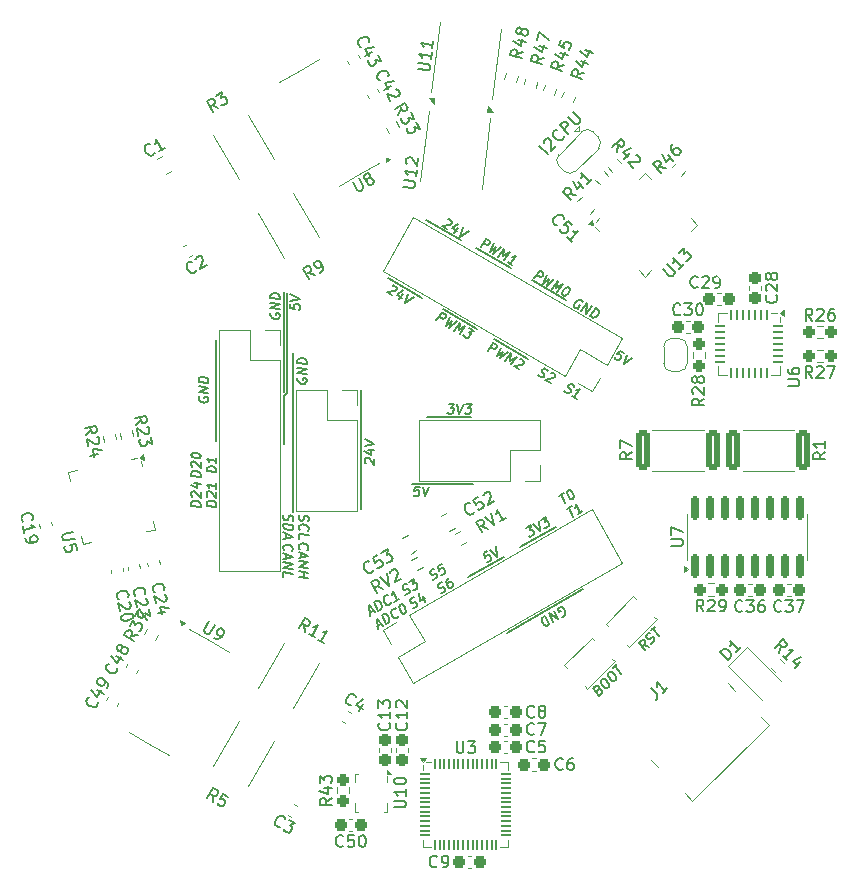
<source format=gto>
G04 #@! TF.GenerationSoftware,KiCad,Pcbnew,8.0.1-rc1*
G04 #@! TF.CreationDate,2024-04-12T00:39:34-07:00*
G04 #@! TF.ProjectId,Toolhead Board,546f6f6c-6865-4616-9420-426f6172642e,1*
G04 #@! TF.SameCoordinates,Original*
G04 #@! TF.FileFunction,Legend,Top*
G04 #@! TF.FilePolarity,Positive*
%FSLAX46Y46*%
G04 Gerber Fmt 4.6, Leading zero omitted, Abs format (unit mm)*
G04 Created by KiCad (PCBNEW 8.0.1-rc1) date 2024-04-12 00:39:34*
%MOMM*%
%LPD*%
G01*
G04 APERTURE LIST*
G04 Aperture macros list*
%AMRoundRect*
0 Rectangle with rounded corners*
0 $1 Rounding radius*
0 $2 $3 $4 $5 $6 $7 $8 $9 X,Y pos of 4 corners*
0 Add a 4 corners polygon primitive as box body*
4,1,4,$2,$3,$4,$5,$6,$7,$8,$9,$2,$3,0*
0 Add four circle primitives for the rounded corners*
1,1,$1+$1,$2,$3*
1,1,$1+$1,$4,$5*
1,1,$1+$1,$6,$7*
1,1,$1+$1,$8,$9*
0 Add four rect primitives between the rounded corners*
20,1,$1+$1,$2,$3,$4,$5,0*
20,1,$1+$1,$4,$5,$6,$7,0*
20,1,$1+$1,$6,$7,$8,$9,0*
20,1,$1+$1,$8,$9,$2,$3,0*%
%AMHorizOval*
0 Thick line with rounded ends*
0 $1 width*
0 $2 $3 position (X,Y) of the first rounded end (center of the circle)*
0 $4 $5 position (X,Y) of the second rounded end (center of the circle)*
0 Add line between two ends*
20,1,$1,$2,$3,$4,$5,0*
0 Add two circle primitives to create the rounded ends*
1,1,$1,$2,$3*
1,1,$1,$4,$5*%
%AMRotRect*
0 Rectangle, with rotation*
0 The origin of the aperture is its center*
0 $1 length*
0 $2 width*
0 $3 Rotation angle, in degrees counterclockwise*
0 Add horizontal line*
21,1,$1,$2,0,0,$3*%
%AMFreePoly0*
4,1,19,0.550000,-0.750000,0.000000,-0.750000,0.000000,-0.744912,-0.071157,-0.744911,-0.207708,-0.704816,-0.327430,-0.627875,-0.420627,-0.520320,-0.479746,-0.390866,-0.500000,-0.250000,-0.500000,0.250000,-0.479746,0.390866,-0.420627,0.520320,-0.327430,0.627875,-0.207708,0.704816,-0.071157,0.744911,0.000000,0.744912,0.000000,0.750000,0.550000,0.750000,0.550000,-0.750000,0.550000,-0.750000,
$1*%
%AMFreePoly1*
4,1,19,0.000000,0.744912,0.071157,0.744911,0.207708,0.704816,0.327430,0.627875,0.420627,0.520320,0.479746,0.390866,0.500000,0.250000,0.500000,-0.250000,0.479746,-0.390866,0.420627,-0.520320,0.327430,-0.627875,0.207708,-0.704816,0.071157,-0.744911,0.000000,-0.744912,0.000000,-0.750000,-0.550000,-0.750000,-0.550000,0.750000,0.000000,0.750000,0.000000,0.744912,0.000000,0.744912,
$1*%
%AMFreePoly2*
4,1,21,0.512500,-0.225000,0.095943,-0.225000,0.097197,-1.050000,0.510000,-1.050000,0.510001,-1.500000,-0.515000,-1.500000,-0.515000,-1.347986,-3.302500,-1.349600,-3.322009,-1.347679,-3.358057,-1.332747,-3.385647,-1.305157,-3.400579,-1.269109,-3.402500,-0.005000,-3.400579,0.014509,-3.385647,0.050557,-3.358057,0.078147,-3.322009,0.093079,-0.512500,0.094704,-0.512500,0.225000,0.512500,0.225000,
0.512500,-0.225000,0.512500,-0.225000,$1*%
%AMFreePoly3*
4,1,19,0.500000,-0.750000,0.000000,-0.750000,0.000000,-0.744911,-0.071157,-0.744911,-0.207708,-0.704816,-0.327430,-0.627875,-0.420627,-0.520320,-0.479746,-0.390866,-0.500000,-0.250000,-0.500000,0.250000,-0.479746,0.390866,-0.420627,0.520320,-0.327430,0.627875,-0.207708,0.704816,-0.071157,0.744911,0.000000,0.744911,0.000000,0.750000,0.500000,0.750000,0.500000,-0.750000,0.500000,-0.750000,
$1*%
%AMFreePoly4*
4,1,19,0.000000,0.744911,0.071157,0.744911,0.207708,0.704816,0.327430,0.627875,0.420627,0.520320,0.479746,0.390866,0.500000,0.250000,0.500000,-0.250000,0.479746,-0.390866,0.420627,-0.520320,0.327430,-0.627875,0.207708,-0.704816,0.071157,-0.744911,0.000000,-0.744911,0.000000,-0.750000,-0.500000,-0.750000,-0.500000,0.750000,0.000000,0.750000,0.000000,0.744911,0.000000,0.744911,
$1*%
G04 Aperture macros list end*
%ADD10C,0.152400*%
%ADD11C,0.150000*%
%ADD12C,0.120000*%
%ADD13C,0.100000*%
%ADD14C,0.200000*%
%ADD15RoundRect,0.237500X-0.237500X0.300000X-0.237500X-0.300000X0.237500X-0.300000X0.237500X0.300000X0*%
%ADD16RoundRect,0.237500X0.141058X0.355681X-0.378558X0.055681X-0.141058X-0.355681X0.378558X-0.055681X0*%
%ADD17RoundRect,0.237500X-0.378558X-0.055681X0.141058X-0.355681X0.378558X0.055681X-0.141058X0.355681X0*%
%ADD18RoundRect,0.237500X0.300000X0.237500X-0.300000X0.237500X-0.300000X-0.237500X0.300000X-0.237500X0*%
%ADD19RotRect,1.700000X1.700000X120.000000*%
%ADD20HorizOval,1.700000X0.000000X0.000000X0.000000X0.000000X0*%
%ADD21RoundRect,0.250000X1.052836X-1.026434X1.415336X-0.398566X-1.052836X1.026434X-1.415336X0.398566X0*%
%ADD22RoundRect,0.250000X0.097227X-0.574524X0.574524X-0.097227X-0.097227X0.574524X-0.574524X0.097227X0*%
%ADD23C,0.600000*%
%ADD24RotRect,1.000000X2.000000X45.000000*%
%ADD25HorizOval,0.600000X0.088388X0.088388X-0.088388X-0.088388X0*%
%ADD26RotRect,0.520000X1.000000X45.000000*%
%ADD27RotRect,0.270000X1.000000X45.000000*%
%ADD28HorizOval,1.300000X-0.353553X0.353553X0.353553X-0.353553X0*%
%ADD29HorizOval,1.300000X-0.459619X0.459619X0.459619X-0.459619X0*%
%ADD30RoundRect,0.250000X-0.054784X-0.580112X0.529784X-0.242612X0.054784X0.580112X-0.529784X0.242612X0*%
%ADD31RoundRect,0.237500X0.292542X-0.246628X0.172922X0.341327X-0.292542X0.246628X-0.172922X-0.341327X0*%
%ADD32RoundRect,0.237500X-0.300000X-0.237500X0.300000X-0.237500X0.300000X0.237500X-0.300000X0.237500X0*%
%ADD33RoundRect,0.237500X-0.292542X0.246628X-0.172922X-0.341327X0.292542X-0.246628X0.172922X0.341327X0*%
%ADD34RoundRect,0.075000X-0.256326X-0.362392X0.362392X0.256326X0.256326X0.362392X-0.362392X-0.256326X0*%
%ADD35RoundRect,0.075000X0.256326X-0.362392X0.362392X-0.256326X-0.256326X0.362392X-0.362392X0.256326X0*%
%ADD36RotRect,4.250000X4.250000X45.000000*%
%ADD37RoundRect,0.237500X-0.097756X-0.330681X0.335256X-0.080681X0.097756X0.330681X-0.335256X0.080681X0*%
%ADD38RoundRect,0.237500X-0.250000X-0.237500X0.250000X-0.237500X0.250000X0.237500X-0.250000X0.237500X0*%
%ADD39FreePoly0,225.000000*%
%ADD40RotRect,1.000000X1.500000X225.000000*%
%ADD41FreePoly1,225.000000*%
%ADD42RoundRect,0.237500X-0.282574X0.197631X-0.182890X-0.292331X0.282574X-0.197631X0.182890X0.292331X0*%
%ADD43C,4.400000*%
%ADD44RoundRect,0.112500X-0.062914X0.410729X-0.160409X-0.383308X0.062914X-0.410729X0.160409X0.383308X0*%
%ADD45FreePoly2,263.000000*%
%ADD46R,1.700000X1.700000*%
%ADD47O,1.700000X1.700000*%
%ADD48RoundRect,0.150000X0.639471X0.542404X-0.789471X-0.282596X-0.639471X-0.542404X0.789471X0.282596X0*%
%ADD49RoundRect,0.250001X-0.768977X-0.114905X-0.114905X-0.768977X0.768977X0.114905X0.114905X0.768977X0*%
%ADD50RoundRect,0.150000X0.150000X-0.825000X0.150000X0.825000X-0.150000X0.825000X-0.150000X-0.825000X0*%
%ADD51RoundRect,0.112500X0.062914X-0.410729X0.160409X0.383308X-0.062914X0.410729X-0.160409X-0.383308X0*%
%ADD52FreePoly2,83.000000*%
%ADD53RoundRect,0.250000X-1.415336X-0.398566X-1.052836X-1.026434X1.415336X0.398566X1.052836X1.026434X0*%
%ADD54RoundRect,0.237500X0.154029X-0.308514X0.300215X0.169638X-0.154029X0.308514X-0.300215X-0.169638X0*%
%ADD55RotRect,0.900000X1.700000X225.000000*%
%ADD56RoundRect,0.237500X0.330681X-0.097756X0.080681X0.335256X-0.330681X0.097756X-0.080681X-0.335256X0*%
%ADD57RoundRect,0.250000X0.362500X1.425000X-0.362500X1.425000X-0.362500X-1.425000X0.362500X-1.425000X0*%
%ADD58RoundRect,0.237500X0.055681X-0.378558X0.355681X0.141058X-0.055681X0.378558X-0.355681X-0.141058X0*%
%ADD59RoundRect,0.237500X0.137672X-0.316153X0.308682X0.153693X-0.137672X0.316153X-0.308682X-0.153693X0*%
%ADD60RoundRect,0.237500X-0.237500X0.250000X-0.237500X-0.250000X0.237500X-0.250000X0.237500X0.250000X0*%
%ADD61RoundRect,0.237500X-0.344715X0.008839X0.008839X-0.344715X0.344715X-0.008839X-0.008839X0.344715X0*%
%ADD62RoundRect,0.237500X0.282574X-0.197631X0.182890X0.292331X-0.282574X0.197631X-0.182890X-0.292331X0*%
%ADD63RoundRect,0.237500X0.237500X-0.250000X0.237500X0.250000X-0.237500X0.250000X-0.237500X-0.250000X0*%
%ADD64C,5.600000*%
%ADD65RoundRect,0.237500X0.008839X0.344715X-0.344715X-0.008839X-0.008839X-0.344715X0.344715X0.008839X0*%
%ADD66R,0.250000X0.675000*%
%ADD67R,0.675000X0.250000*%
%ADD68RotRect,0.900000X1.700000X45.000000*%
%ADD69RoundRect,0.237500X-0.355681X0.141058X-0.055681X-0.378558X0.355681X-0.141058X0.055681X0.378558X0*%
%ADD70RoundRect,0.237500X0.120937X-0.322925X0.316303X0.137328X-0.120937X0.322925X-0.316303X-0.137328X0*%
%ADD71RoundRect,0.062500X-0.062500X0.325000X-0.062500X-0.325000X0.062500X-0.325000X0.062500X0.325000X0*%
%ADD72RoundRect,0.062500X-0.325000X0.062500X-0.325000X-0.062500X0.325000X-0.062500X0.325000X0.062500X0*%
%ADD73R,3.750000X3.750000*%
%ADD74RoundRect,0.250000X0.054784X0.580112X-0.529784X0.242612X-0.054784X-0.580112X0.529784X-0.242612X0*%
%ADD75RoundRect,0.075000X-0.160718X0.413764X0.013729X-0.443670X0.160718X-0.413764X-0.013729X0.443670X0*%
%ADD76RoundRect,0.075000X-0.443670X-0.013729X-0.413764X-0.160718X0.443670X0.013729X0.413764X0.160718X0*%
%ADD77RotRect,4.250000X4.250000X281.500000*%
%ADD78RoundRect,0.237500X-0.080681X0.335256X-0.330681X-0.097756X0.080681X-0.335256X0.330681X0.097756X0*%
%ADD79RoundRect,0.150000X-0.789471X0.282596X0.639471X-0.542404X0.789471X-0.282596X-0.639471X0.542404X0*%
%ADD80RoundRect,0.237500X0.250000X0.237500X-0.250000X0.237500X-0.250000X-0.237500X0.250000X-0.237500X0*%
%ADD81RoundRect,0.237500X0.097756X0.330681X-0.335256X0.080681X-0.097756X-0.330681X0.335256X-0.080681X0*%
%ADD82RotRect,1.700000X1.700000X240.000000*%
%ADD83HorizOval,1.700000X0.000000X0.000000X0.000000X0.000000X0*%
%ADD84RoundRect,0.237500X0.355681X-0.141058X0.055681X0.378558X-0.355681X0.141058X-0.055681X-0.378558X0*%
%ADD85RoundRect,0.050000X-0.387500X-0.050000X0.387500X-0.050000X0.387500X0.050000X-0.387500X0.050000X0*%
%ADD86RoundRect,0.050000X-0.050000X-0.387500X0.050000X-0.387500X0.050000X0.387500X-0.050000X0.387500X0*%
%ADD87R,3.200000X3.200000*%
%ADD88RoundRect,0.237500X0.169965X-0.300030X0.290926X0.185117X-0.169965X0.300030X-0.290926X-0.185117X0*%
%ADD89RoundRect,0.237500X0.344715X-0.008839X-0.008839X0.344715X-0.344715X0.008839X0.008839X-0.344715X0*%
%ADD90RoundRect,0.237500X-0.055681X0.378558X-0.355681X-0.141058X0.055681X-0.378558X0.355681X0.141058X0*%
%ADD91FreePoly3,90.000000*%
%ADD92FreePoly4,90.000000*%
%ADD93RotRect,1.700000X1.700000X281.500000*%
%ADD94HorizOval,1.700000X0.000000X0.000000X0.000000X0.000000X0*%
%ADD95RotRect,1.600000X1.600000X45.000000*%
%ADD96C,1.600000*%
%ADD97RoundRect,0.250000X-0.682232X0.218369X-0.542674X-0.467579X0.682232X-0.218369X0.542674X0.467579X0*%
%ADD98HorizOval,1.200000X-0.269479X-0.054826X0.269479X0.054826X0*%
%ADD99RotRect,1.905000X2.000000X60.000000*%
%ADD100HorizOval,1.905000X-0.041136X0.023750X0.041136X-0.023750X0*%
%ADD101RotRect,3.800000X3.800000X120.000000*%
%ADD102C,4.000000*%
%ADD103RotRect,1.905000X2.000000X300.000000*%
%ADD104HorizOval,1.905000X-0.041136X-0.023750X0.041136X0.023750X0*%
G04 APERTURE END LIST*
D10*
X75749672Y-72160000D02*
X79490327Y-72160000D01*
X79890000Y-57850000D02*
X82809983Y-59535853D01*
X84600008Y-60577073D02*
X87519991Y-62262926D01*
X74460000Y-77870000D02*
X79610039Y-77870000D01*
X64410000Y-66780000D02*
X64410000Y-80230074D01*
X88967595Y-86715000D02*
X82472404Y-90465000D01*
X57850000Y-74225026D02*
X57850000Y-65634974D01*
X79184455Y-85745000D02*
X82215544Y-83995000D01*
X83634455Y-83215000D02*
X86665544Y-81465000D01*
X63610000Y-70419843D02*
X63880000Y-70170000D01*
X75670008Y-55497073D02*
X78589991Y-57182926D01*
X63880000Y-70170000D02*
X63880000Y-61639977D01*
X63610000Y-70419843D02*
X63610000Y-74500157D01*
X63600000Y-70030000D02*
X63600000Y-61630000D01*
X70110000Y-69864960D02*
X70110000Y-79975039D01*
X81380008Y-65587073D02*
X84299991Y-67272926D01*
X72410008Y-60407073D02*
X75329991Y-62092926D01*
X77080008Y-63057073D02*
X79999991Y-64742926D01*
X88934045Y-62402929D02*
X88890549Y-62333124D01*
X88890549Y-62333124D02*
X88789991Y-62275067D01*
X88789991Y-62275067D02*
X88665891Y-62248110D01*
X88665891Y-62248110D02*
X88551767Y-62271606D01*
X88551767Y-62271606D02*
X88471163Y-62314454D01*
X88471163Y-62314454D02*
X88343475Y-62419503D01*
X88343475Y-62419503D02*
X88272848Y-62512804D01*
X88272848Y-62512804D02*
X88212198Y-62656557D01*
X88212198Y-62656557D02*
X88198633Y-62738110D01*
X88198633Y-62738110D02*
X88218587Y-62839015D01*
X88218587Y-62839015D02*
X88295603Y-62928173D01*
X88295603Y-62928173D02*
X88362641Y-62966878D01*
X88362641Y-62966878D02*
X88486741Y-62993834D01*
X88486741Y-62993834D02*
X88543803Y-62982087D01*
X88543803Y-62982087D02*
X88708599Y-62764385D01*
X88708599Y-62764385D02*
X88574522Y-62686975D01*
X88798392Y-63218458D02*
X89292780Y-62565353D01*
X89292780Y-62565353D02*
X89200624Y-63450687D01*
X89200624Y-63450687D02*
X89695012Y-62797582D01*
X89535817Y-63644211D02*
X90030205Y-62991106D01*
X90030205Y-62991106D02*
X90197802Y-63087867D01*
X90197802Y-63087867D02*
X90274817Y-63177025D01*
X90274817Y-63177025D02*
X90294772Y-63277930D01*
X90294772Y-63277930D02*
X90281206Y-63359483D01*
X90281206Y-63359483D02*
X90220556Y-63503236D01*
X90220556Y-63503236D02*
X90149929Y-63596537D01*
X90149929Y-63596537D02*
X90022241Y-63701586D01*
X90022241Y-63701586D02*
X89941637Y-63744434D01*
X89941637Y-63744434D02*
X89827514Y-63767930D01*
X89827514Y-63767930D02*
X89703414Y-63740973D01*
X89703414Y-63740973D02*
X89535817Y-63644211D01*
X70547213Y-76080533D02*
X70508508Y-76036990D01*
X70508508Y-76036990D02*
X70469803Y-75954742D01*
X70469803Y-75954742D02*
X70469803Y-75761218D01*
X70469803Y-75761218D02*
X70508508Y-75688647D01*
X70508508Y-75688647D02*
X70547213Y-75654780D01*
X70547213Y-75654780D02*
X70624622Y-75625752D01*
X70624622Y-75625752D02*
X70702032Y-75635428D01*
X70702032Y-75635428D02*
X70818146Y-75688647D01*
X70818146Y-75688647D02*
X71282603Y-76211161D01*
X71282603Y-76211161D02*
X71282603Y-75707999D01*
X70740737Y-74943581D02*
X71282603Y-75011314D01*
X70431099Y-75098400D02*
X71011670Y-75364495D01*
X71011670Y-75364495D02*
X71011670Y-74861333D01*
X70469803Y-74600076D02*
X71282603Y-74430743D01*
X71282603Y-74430743D02*
X70469803Y-74058209D01*
X76256359Y-85949862D02*
X76372080Y-85927744D01*
X76372080Y-85927744D02*
X76539676Y-85830982D01*
X76539676Y-85830982D02*
X76591552Y-85756338D01*
X76591552Y-85756338D02*
X76609909Y-85701048D01*
X76609909Y-85701048D02*
X76613104Y-85609819D01*
X76613104Y-85609819D02*
X76582779Y-85537942D01*
X76582779Y-85537942D02*
X76518934Y-85485418D01*
X76518934Y-85485418D02*
X76470253Y-85468832D01*
X76470253Y-85468832D02*
X76388052Y-85471598D01*
X76388052Y-85471598D02*
X76238812Y-85513069D01*
X76238812Y-85513069D02*
X76156611Y-85515836D01*
X76156611Y-85515836D02*
X76107929Y-85499250D01*
X76107929Y-85499250D02*
X76044085Y-85446725D01*
X76044085Y-85446725D02*
X76013760Y-85374849D01*
X76013760Y-85374849D02*
X76016954Y-85283620D01*
X76016954Y-85283620D02*
X76035311Y-85228329D01*
X76035311Y-85228329D02*
X76087187Y-85153686D01*
X76087187Y-85153686D02*
X76254784Y-85056924D01*
X76254784Y-85056924D02*
X76370504Y-85034805D01*
X76992208Y-84631172D02*
X76657015Y-84824695D01*
X76657015Y-84824695D02*
X76775121Y-85203431D01*
X76775121Y-85203431D02*
X76793477Y-85148141D01*
X76793477Y-85148141D02*
X76845354Y-85073497D01*
X76845354Y-85073497D02*
X77012950Y-84976735D01*
X77012950Y-84976735D02*
X77095151Y-84973969D01*
X77095151Y-84973969D02*
X77143833Y-84990555D01*
X77143833Y-84990555D02*
X77207677Y-85043079D01*
X77207677Y-85043079D02*
X77283490Y-85222771D01*
X77283490Y-85222771D02*
X77280295Y-85314000D01*
X77280295Y-85314000D02*
X77261938Y-85369291D01*
X77261938Y-85369291D02*
X77210062Y-85443934D01*
X77210062Y-85443934D02*
X77042466Y-85540696D01*
X77042466Y-85540696D02*
X76960265Y-85543462D01*
X76960265Y-85543462D02*
X76911583Y-85526876D01*
X76910640Y-87083110D02*
X77026361Y-87060992D01*
X77026361Y-87060992D02*
X77193957Y-86964230D01*
X77193957Y-86964230D02*
X77245833Y-86889586D01*
X77245833Y-86889586D02*
X77264190Y-86834296D01*
X77264190Y-86834296D02*
X77267385Y-86743067D01*
X77267385Y-86743067D02*
X77237060Y-86671190D01*
X77237060Y-86671190D02*
X77173215Y-86618666D01*
X77173215Y-86618666D02*
X77124534Y-86602080D01*
X77124534Y-86602080D02*
X77042333Y-86604846D01*
X77042333Y-86604846D02*
X76893093Y-86646317D01*
X76893093Y-86646317D02*
X76810892Y-86649084D01*
X76810892Y-86649084D02*
X76762210Y-86632498D01*
X76762210Y-86632498D02*
X76698366Y-86579973D01*
X76698366Y-86579973D02*
X76668041Y-86508097D01*
X76668041Y-86508097D02*
X76671235Y-86416868D01*
X76671235Y-86416868D02*
X76689592Y-86361577D01*
X76689592Y-86361577D02*
X76741468Y-86286934D01*
X76741468Y-86286934D02*
X76909065Y-86190172D01*
X76909065Y-86190172D02*
X77024785Y-86168053D01*
X77612970Y-85783772D02*
X77478893Y-85861181D01*
X77478893Y-85861181D02*
X77427017Y-85935825D01*
X77427017Y-85935825D02*
X77408660Y-85991115D01*
X77408660Y-85991115D02*
X77387109Y-86137635D01*
X77387109Y-86137635D02*
X77414239Y-86300741D01*
X77414239Y-86300741D02*
X77535539Y-86588248D01*
X77535539Y-86588248D02*
X77599383Y-86640772D01*
X77599383Y-86640772D02*
X77648065Y-86657358D01*
X77648065Y-86657358D02*
X77730266Y-86654592D01*
X77730266Y-86654592D02*
X77864343Y-86577182D01*
X77864343Y-86577182D02*
X77916219Y-86502539D01*
X77916219Y-86502539D02*
X77934576Y-86447248D01*
X77934576Y-86447248D02*
X77937771Y-86356019D01*
X77937771Y-86356019D02*
X77861958Y-86176327D01*
X77861958Y-86176327D02*
X77798114Y-86123803D01*
X77798114Y-86123803D02*
X77749432Y-86107217D01*
X77749432Y-86107217D02*
X77667231Y-86109983D01*
X77667231Y-86109983D02*
X77533154Y-86187393D01*
X77533154Y-86187393D02*
X77481278Y-86262036D01*
X77481278Y-86262036D02*
X77462921Y-86317327D01*
X77462921Y-86317327D02*
X77459726Y-86408556D01*
X77560438Y-71069803D02*
X78063600Y-71069803D01*
X78063600Y-71069803D02*
X77753962Y-71379441D01*
X77753962Y-71379441D02*
X77870076Y-71379441D01*
X77870076Y-71379441D02*
X77942647Y-71418146D01*
X77942647Y-71418146D02*
X77976514Y-71456851D01*
X77976514Y-71456851D02*
X78005542Y-71534260D01*
X78005542Y-71534260D02*
X77981352Y-71727784D01*
X77981352Y-71727784D02*
X77932971Y-71805194D01*
X77932971Y-71805194D02*
X77889428Y-71843899D01*
X77889428Y-71843899D02*
X77807181Y-71882603D01*
X77807181Y-71882603D02*
X77574952Y-71882603D01*
X77574952Y-71882603D02*
X77502381Y-71843899D01*
X77502381Y-71843899D02*
X77468514Y-71805194D01*
X78295828Y-71069803D02*
X78465161Y-71882603D01*
X78465161Y-71882603D02*
X78837695Y-71069803D01*
X79031219Y-71069803D02*
X79534381Y-71069803D01*
X79534381Y-71069803D02*
X79224743Y-71379441D01*
X79224743Y-71379441D02*
X79340857Y-71379441D01*
X79340857Y-71379441D02*
X79413428Y-71418146D01*
X79413428Y-71418146D02*
X79447295Y-71456851D01*
X79447295Y-71456851D02*
X79476323Y-71534260D01*
X79476323Y-71534260D02*
X79452133Y-71727784D01*
X79452133Y-71727784D02*
X79403752Y-71805194D01*
X79403752Y-71805194D02*
X79360209Y-71843899D01*
X79360209Y-71843899D02*
X79277962Y-71882603D01*
X79277962Y-71882603D02*
X79045733Y-71882603D01*
X79045733Y-71882603D02*
X78973162Y-71843899D01*
X78973162Y-71843899D02*
X78939295Y-71805194D01*
X64934663Y-80462381D02*
X64895958Y-80573657D01*
X64895958Y-80573657D02*
X64895958Y-80767181D01*
X64895958Y-80767181D02*
X64934663Y-80849428D01*
X64934663Y-80849428D02*
X64973367Y-80892971D01*
X64973367Y-80892971D02*
X65050777Y-80941352D01*
X65050777Y-80941352D02*
X65128186Y-80951028D01*
X65128186Y-80951028D02*
X65205596Y-80922000D01*
X65205596Y-80922000D02*
X65244301Y-80888133D01*
X65244301Y-80888133D02*
X65283005Y-80815562D01*
X65283005Y-80815562D02*
X65321710Y-80665581D01*
X65321710Y-80665581D02*
X65360415Y-80593009D01*
X65360415Y-80593009D02*
X65399120Y-80559142D01*
X65399120Y-80559142D02*
X65476529Y-80530114D01*
X65476529Y-80530114D02*
X65553939Y-80539790D01*
X65553939Y-80539790D02*
X65631348Y-80588171D01*
X65631348Y-80588171D02*
X65670053Y-80631714D01*
X65670053Y-80631714D02*
X65708758Y-80713962D01*
X65708758Y-80713962D02*
X65708758Y-80907485D01*
X65708758Y-80907485D02*
X65670053Y-81018762D01*
X64973367Y-81744476D02*
X64934663Y-81700933D01*
X64934663Y-81700933D02*
X64895958Y-81579980D01*
X64895958Y-81579980D02*
X64895958Y-81502571D01*
X64895958Y-81502571D02*
X64934663Y-81391295D01*
X64934663Y-81391295D02*
X65012072Y-81323561D01*
X65012072Y-81323561D02*
X65089482Y-81294533D01*
X65089482Y-81294533D02*
X65244301Y-81275180D01*
X65244301Y-81275180D02*
X65360415Y-81289695D01*
X65360415Y-81289695D02*
X65515234Y-81347752D01*
X65515234Y-81347752D02*
X65592643Y-81396133D01*
X65592643Y-81396133D02*
X65670053Y-81483218D01*
X65670053Y-81483218D02*
X65708758Y-81604171D01*
X65708758Y-81604171D02*
X65708758Y-81681580D01*
X65708758Y-81681580D02*
X65670053Y-81792857D01*
X65670053Y-81792857D02*
X65631348Y-81826723D01*
X64895958Y-82470190D02*
X64895958Y-82083142D01*
X64895958Y-82083142D02*
X65708758Y-82184742D01*
X63626101Y-80443029D02*
X63587396Y-80554305D01*
X63587396Y-80554305D02*
X63587396Y-80747829D01*
X63587396Y-80747829D02*
X63626101Y-80830076D01*
X63626101Y-80830076D02*
X63664805Y-80873619D01*
X63664805Y-80873619D02*
X63742215Y-80922000D01*
X63742215Y-80922000D02*
X63819624Y-80931676D01*
X63819624Y-80931676D02*
X63897034Y-80902648D01*
X63897034Y-80902648D02*
X63935739Y-80868781D01*
X63935739Y-80868781D02*
X63974443Y-80796210D01*
X63974443Y-80796210D02*
X64013148Y-80646229D01*
X64013148Y-80646229D02*
X64051853Y-80573657D01*
X64051853Y-80573657D02*
X64090558Y-80539790D01*
X64090558Y-80539790D02*
X64167967Y-80510762D01*
X64167967Y-80510762D02*
X64245377Y-80520438D01*
X64245377Y-80520438D02*
X64322786Y-80568819D01*
X64322786Y-80568819D02*
X64361491Y-80612362D01*
X64361491Y-80612362D02*
X64400196Y-80694610D01*
X64400196Y-80694610D02*
X64400196Y-80888133D01*
X64400196Y-80888133D02*
X64361491Y-80999410D01*
X63587396Y-81250990D02*
X64400196Y-81352590D01*
X64400196Y-81352590D02*
X64400196Y-81546114D01*
X64400196Y-81546114D02*
X64361491Y-81657390D01*
X64361491Y-81657390D02*
X64284081Y-81725124D01*
X64284081Y-81725124D02*
X64206672Y-81754152D01*
X64206672Y-81754152D02*
X64051853Y-81773505D01*
X64051853Y-81773505D02*
X63935739Y-81758990D01*
X63935739Y-81758990D02*
X63780920Y-81700933D01*
X63780920Y-81700933D02*
X63703510Y-81652552D01*
X63703510Y-81652552D02*
X63626101Y-81565466D01*
X63626101Y-81565466D02*
X63587396Y-81444514D01*
X63587396Y-81444514D02*
X63587396Y-81250990D01*
X63819624Y-82054114D02*
X63819624Y-82441162D01*
X63587396Y-81947676D02*
X64400196Y-82320209D01*
X64400196Y-82320209D02*
X63587396Y-82489543D01*
X80275496Y-57750154D02*
X80769884Y-57097049D01*
X80769884Y-57097049D02*
X81038038Y-57251868D01*
X81038038Y-57251868D02*
X81081535Y-57321673D01*
X81081535Y-57321673D02*
X81091512Y-57372125D01*
X81091512Y-57372125D02*
X81077947Y-57453678D01*
X81077947Y-57453678D02*
X81007320Y-57546979D01*
X81007320Y-57546979D02*
X80926716Y-57589827D01*
X80926716Y-57589827D02*
X80869654Y-57601575D01*
X80869654Y-57601575D02*
X80779073Y-57593970D01*
X80779073Y-57593970D02*
X80510919Y-57439151D01*
X81406751Y-57464744D02*
X81079959Y-58214611D01*
X81079959Y-58214611D02*
X81567171Y-57825517D01*
X81567171Y-57825517D02*
X81348114Y-58369430D01*
X81348114Y-58369430D02*
X82010098Y-57813087D01*
X81783864Y-58621011D02*
X82278253Y-57967906D01*
X82278253Y-57967906D02*
X82159753Y-58569876D01*
X82159753Y-58569876D02*
X82747523Y-58238839D01*
X82747523Y-58238839D02*
X82253135Y-58891944D01*
X82957040Y-59298344D02*
X82554808Y-59066116D01*
X82755924Y-59182230D02*
X83250312Y-58529124D01*
X83250312Y-58529124D02*
X83112647Y-58583720D01*
X83112647Y-58583720D02*
X82998524Y-58607216D01*
X82998524Y-58607216D02*
X82907943Y-58599612D01*
X72828829Y-61049858D02*
X72885890Y-61038110D01*
X72885890Y-61038110D02*
X72976471Y-61045715D01*
X72976471Y-61045715D02*
X73144068Y-61142477D01*
X73144068Y-61142477D02*
X73187564Y-61212282D01*
X73187564Y-61212282D02*
X73197541Y-61262734D01*
X73197541Y-61262734D02*
X73183976Y-61344287D01*
X73183976Y-61344287D02*
X73136891Y-61406488D01*
X73136891Y-61406488D02*
X73032745Y-61480436D01*
X73032745Y-61480436D02*
X72348006Y-61621411D01*
X72348006Y-61621411D02*
X72783757Y-61872992D01*
X73716696Y-61785931D02*
X73387104Y-62221334D01*
X73737438Y-61440367D02*
X73216707Y-61810109D01*
X73216707Y-61810109D02*
X73652458Y-62061690D01*
X74149647Y-61723048D02*
X73889894Y-62511620D01*
X73889894Y-62511620D02*
X74618917Y-61993981D01*
X64149803Y-62598056D02*
X64149803Y-62985104D01*
X64149803Y-62985104D02*
X64536851Y-63072190D01*
X64536851Y-63072190D02*
X64498146Y-63028647D01*
X64498146Y-63028647D02*
X64459441Y-62946399D01*
X64459441Y-62946399D02*
X64459441Y-62752875D01*
X64459441Y-62752875D02*
X64498146Y-62680304D01*
X64498146Y-62680304D02*
X64536851Y-62646437D01*
X64536851Y-62646437D02*
X64614260Y-62617409D01*
X64614260Y-62617409D02*
X64807784Y-62641599D01*
X64807784Y-62641599D02*
X64885194Y-62689980D01*
X64885194Y-62689980D02*
X64923899Y-62733523D01*
X64923899Y-62733523D02*
X64962603Y-62815770D01*
X64962603Y-62815770D02*
X64962603Y-63009294D01*
X64962603Y-63009294D02*
X64923899Y-63081866D01*
X64923899Y-63081866D02*
X64885194Y-63115732D01*
X64149803Y-62327123D02*
X64962603Y-62157790D01*
X64962603Y-62157790D02*
X64149803Y-61785256D01*
D11*
X85961100Y-49902608D02*
X85253993Y-49195501D01*
X85624382Y-48959799D02*
X85624382Y-48892456D01*
X85624382Y-48892456D02*
X85658054Y-48791441D01*
X85658054Y-48791441D02*
X85826413Y-48623082D01*
X85826413Y-48623082D02*
X85927428Y-48589410D01*
X85927428Y-48589410D02*
X85994772Y-48589410D01*
X85994772Y-48589410D02*
X86095787Y-48623082D01*
X86095787Y-48623082D02*
X86163130Y-48690425D01*
X86163130Y-48690425D02*
X86230474Y-48825112D01*
X86230474Y-48825112D02*
X86230474Y-49633234D01*
X86230474Y-49633234D02*
X86668207Y-49195502D01*
X87307970Y-48421051D02*
X87307970Y-48488395D01*
X87307970Y-48488395D02*
X87240627Y-48623082D01*
X87240627Y-48623082D02*
X87173283Y-48690425D01*
X87173283Y-48690425D02*
X87038596Y-48757769D01*
X87038596Y-48757769D02*
X86903909Y-48757769D01*
X86903909Y-48757769D02*
X86802894Y-48724097D01*
X86802894Y-48724097D02*
X86634535Y-48623082D01*
X86634535Y-48623082D02*
X86533520Y-48522067D01*
X86533520Y-48522067D02*
X86432504Y-48353708D01*
X86432504Y-48353708D02*
X86398833Y-48252693D01*
X86398833Y-48252693D02*
X86398833Y-48118006D01*
X86398833Y-48118006D02*
X86466176Y-47983319D01*
X86466176Y-47983319D02*
X86533520Y-47915975D01*
X86533520Y-47915975D02*
X86668207Y-47848632D01*
X86668207Y-47848632D02*
X86735550Y-47848632D01*
X87678359Y-48185349D02*
X86971253Y-47478242D01*
X86971253Y-47478242D02*
X87240627Y-47208868D01*
X87240627Y-47208868D02*
X87341642Y-47175196D01*
X87341642Y-47175196D02*
X87408985Y-47175196D01*
X87408985Y-47175196D02*
X87510001Y-47208868D01*
X87510001Y-47208868D02*
X87611016Y-47309883D01*
X87611016Y-47309883D02*
X87644688Y-47410899D01*
X87644688Y-47410899D02*
X87644688Y-47478242D01*
X87644688Y-47478242D02*
X87611016Y-47579258D01*
X87611016Y-47579258D02*
X87341642Y-47848632D01*
X87678359Y-46771135D02*
X88250779Y-47343555D01*
X88250779Y-47343555D02*
X88351794Y-47377227D01*
X88351794Y-47377227D02*
X88419138Y-47377227D01*
X88419138Y-47377227D02*
X88520153Y-47343555D01*
X88520153Y-47343555D02*
X88654840Y-47208868D01*
X88654840Y-47208868D02*
X88688512Y-47107853D01*
X88688512Y-47107853D02*
X88688512Y-47040509D01*
X88688512Y-47040509D02*
X88654840Y-46939494D01*
X88654840Y-46939494D02*
X88082420Y-46367074D01*
D10*
X94511648Y-91612429D02*
X94080596Y-91496113D01*
X94183228Y-91940849D02*
X93680333Y-91294271D01*
X93680333Y-91294271D02*
X93899280Y-91075324D01*
X93899280Y-91075324D02*
X93977965Y-91051376D01*
X93977965Y-91051376D02*
X94029280Y-91054797D01*
X94029280Y-91054797D02*
X94104543Y-91089008D01*
X94104543Y-91089008D02*
X94176385Y-91181376D01*
X94176385Y-91181376D02*
X94196912Y-91270324D01*
X94196912Y-91270324D02*
X94193491Y-91328481D01*
X94193491Y-91328481D02*
X94162701Y-91414008D01*
X94162701Y-91414008D02*
X93943754Y-91632955D01*
X94706648Y-91362692D02*
X94812701Y-91311376D01*
X94812701Y-91311376D02*
X94949543Y-91174534D01*
X94949543Y-91174534D02*
X94980332Y-91089008D01*
X94980332Y-91089008D02*
X94983753Y-91030850D01*
X94983753Y-91030850D02*
X94963227Y-90941903D01*
X94963227Y-90941903D02*
X94915332Y-90880324D01*
X94915332Y-90880324D02*
X94840069Y-90846113D01*
X94840069Y-90846113D02*
X94788753Y-90842692D01*
X94788753Y-90842692D02*
X94710069Y-90866640D01*
X94710069Y-90866640D02*
X94576648Y-90945324D01*
X94576648Y-90945324D02*
X94497964Y-90969271D01*
X94497964Y-90969271D02*
X94446648Y-90965850D01*
X94446648Y-90965850D02*
X94371385Y-90931640D01*
X94371385Y-90931640D02*
X94323491Y-90870061D01*
X94323491Y-90870061D02*
X94302964Y-90781113D01*
X94302964Y-90781113D02*
X94306385Y-90722956D01*
X94306385Y-90722956D02*
X94337175Y-90637429D01*
X94337175Y-90637429D02*
X94474017Y-90500587D01*
X94474017Y-90500587D02*
X94580069Y-90449272D01*
X94720332Y-90254272D02*
X95048753Y-89925851D01*
X95387437Y-90736640D02*
X94884543Y-90090062D01*
X56574041Y-77261809D02*
X55761241Y-77160209D01*
X55761241Y-77160209D02*
X55761241Y-76966685D01*
X55761241Y-76966685D02*
X55799946Y-76855409D01*
X55799946Y-76855409D02*
X55877356Y-76787675D01*
X55877356Y-76787675D02*
X55954765Y-76758647D01*
X55954765Y-76758647D02*
X56109584Y-76739295D01*
X56109584Y-76739295D02*
X56225698Y-76753809D01*
X56225698Y-76753809D02*
X56380517Y-76811866D01*
X56380517Y-76811866D02*
X56457927Y-76860247D01*
X56457927Y-76860247D02*
X56535337Y-76947333D01*
X56535337Y-76947333D02*
X56574041Y-77068285D01*
X56574041Y-77068285D02*
X56574041Y-77261809D01*
X55838651Y-76395790D02*
X55799946Y-76352247D01*
X55799946Y-76352247D02*
X55761241Y-76269999D01*
X55761241Y-76269999D02*
X55761241Y-76076475D01*
X55761241Y-76076475D02*
X55799946Y-76003904D01*
X55799946Y-76003904D02*
X55838651Y-75970037D01*
X55838651Y-75970037D02*
X55916060Y-75941009D01*
X55916060Y-75941009D02*
X55993470Y-75950685D01*
X55993470Y-75950685D02*
X56109584Y-76003904D01*
X56109584Y-76003904D02*
X56574041Y-76526418D01*
X56574041Y-76526418D02*
X56574041Y-76023256D01*
X55761241Y-75418495D02*
X55761241Y-75341085D01*
X55761241Y-75341085D02*
X55799946Y-75268514D01*
X55799946Y-75268514D02*
X55838651Y-75234647D01*
X55838651Y-75234647D02*
X55916060Y-75205619D01*
X55916060Y-75205619D02*
X56070879Y-75186266D01*
X56070879Y-75186266D02*
X56264403Y-75210457D01*
X56264403Y-75210457D02*
X56419222Y-75268514D01*
X56419222Y-75268514D02*
X56496632Y-75316895D01*
X56496632Y-75316895D02*
X56535337Y-75360438D01*
X56535337Y-75360438D02*
X56574041Y-75442685D01*
X56574041Y-75442685D02*
X56574041Y-75520095D01*
X56574041Y-75520095D02*
X56535337Y-75592666D01*
X56535337Y-75592666D02*
X56496632Y-75626533D01*
X56496632Y-75626533D02*
X56419222Y-75655561D01*
X56419222Y-75655561D02*
X56264403Y-75674914D01*
X56264403Y-75674914D02*
X56070879Y-75650723D01*
X56070879Y-75650723D02*
X55916060Y-75592666D01*
X55916060Y-75592666D02*
X55838651Y-75544285D01*
X55838651Y-75544285D02*
X55799946Y-75500742D01*
X55799946Y-75500742D02*
X55761241Y-75418495D01*
X57882603Y-76874761D02*
X57069803Y-76773161D01*
X57069803Y-76773161D02*
X57069803Y-76579637D01*
X57069803Y-76579637D02*
X57108508Y-76468361D01*
X57108508Y-76468361D02*
X57185918Y-76400627D01*
X57185918Y-76400627D02*
X57263327Y-76371599D01*
X57263327Y-76371599D02*
X57418146Y-76352247D01*
X57418146Y-76352247D02*
X57534260Y-76366761D01*
X57534260Y-76366761D02*
X57689079Y-76424818D01*
X57689079Y-76424818D02*
X57766489Y-76473199D01*
X57766489Y-76473199D02*
X57843899Y-76560285D01*
X57843899Y-76560285D02*
X57882603Y-76681237D01*
X57882603Y-76681237D02*
X57882603Y-76874761D01*
X57882603Y-75636208D02*
X57882603Y-76100666D01*
X57882603Y-75868437D02*
X57069803Y-75766837D01*
X57069803Y-75766837D02*
X57185918Y-75858761D01*
X57185918Y-75858761D02*
X57263327Y-75945847D01*
X57263327Y-75945847D02*
X57302032Y-76028094D01*
X80859623Y-83532115D02*
X80524430Y-83725638D01*
X80524430Y-83725638D02*
X80642535Y-84104374D01*
X80642535Y-84104374D02*
X80660892Y-84049084D01*
X80660892Y-84049084D02*
X80712768Y-83974440D01*
X80712768Y-83974440D02*
X80880365Y-83877678D01*
X80880365Y-83877678D02*
X80962566Y-83874912D01*
X80962566Y-83874912D02*
X81011248Y-83891498D01*
X81011248Y-83891498D02*
X81075092Y-83944022D01*
X81075092Y-83944022D02*
X81150904Y-84123714D01*
X81150904Y-84123714D02*
X81147710Y-84214943D01*
X81147710Y-84214943D02*
X81129353Y-84270234D01*
X81129353Y-84270234D02*
X81077477Y-84344877D01*
X81077477Y-84344877D02*
X80909880Y-84441639D01*
X80909880Y-84441639D02*
X80827679Y-84444405D01*
X80827679Y-84444405D02*
X80778997Y-84427819D01*
X81094258Y-83396648D02*
X81647305Y-84015887D01*
X81647305Y-84015887D02*
X81563528Y-83125715D01*
X56458508Y-70437352D02*
X56419803Y-70509923D01*
X56419803Y-70509923D02*
X56419803Y-70626037D01*
X56419803Y-70626037D02*
X56458508Y-70746990D01*
X56458508Y-70746990D02*
X56535918Y-70834075D01*
X56535918Y-70834075D02*
X56613327Y-70882456D01*
X56613327Y-70882456D02*
X56768146Y-70940513D01*
X56768146Y-70940513D02*
X56884260Y-70955028D01*
X56884260Y-70955028D02*
X57039079Y-70935675D01*
X57039079Y-70935675D02*
X57116489Y-70906647D01*
X57116489Y-70906647D02*
X57193899Y-70838913D01*
X57193899Y-70838913D02*
X57232603Y-70727637D01*
X57232603Y-70727637D02*
X57232603Y-70650228D01*
X57232603Y-70650228D02*
X57193899Y-70529275D01*
X57193899Y-70529275D02*
X57155194Y-70485732D01*
X57155194Y-70485732D02*
X56884260Y-70451866D01*
X56884260Y-70451866D02*
X56884260Y-70606685D01*
X57232603Y-70147066D02*
X56419803Y-70045466D01*
X56419803Y-70045466D02*
X57232603Y-69682609D01*
X57232603Y-69682609D02*
X56419803Y-69581009D01*
X57232603Y-69295561D02*
X56419803Y-69193961D01*
X56419803Y-69193961D02*
X56419803Y-69000437D01*
X56419803Y-69000437D02*
X56458508Y-68889161D01*
X56458508Y-68889161D02*
X56535918Y-68821427D01*
X56535918Y-68821427D02*
X56613327Y-68792399D01*
X56613327Y-68792399D02*
X56768146Y-68773047D01*
X56768146Y-68773047D02*
X56884260Y-68787561D01*
X56884260Y-68787561D02*
X57039079Y-68845618D01*
X57039079Y-68845618D02*
X57116489Y-68893999D01*
X57116489Y-68893999D02*
X57193899Y-68981085D01*
X57193899Y-68981085D02*
X57232603Y-69102037D01*
X57232603Y-69102037D02*
X57232603Y-69295561D01*
X76525496Y-63990154D02*
X77019884Y-63337049D01*
X77019884Y-63337049D02*
X77288038Y-63491868D01*
X77288038Y-63491868D02*
X77331535Y-63561673D01*
X77331535Y-63561673D02*
X77341512Y-63612125D01*
X77341512Y-63612125D02*
X77327947Y-63693678D01*
X77327947Y-63693678D02*
X77257320Y-63786979D01*
X77257320Y-63786979D02*
X77176716Y-63829827D01*
X77176716Y-63829827D02*
X77119654Y-63841575D01*
X77119654Y-63841575D02*
X77029073Y-63833970D01*
X77029073Y-63833970D02*
X76760919Y-63679151D01*
X77656751Y-63704744D02*
X77329959Y-64454611D01*
X77329959Y-64454611D02*
X77817171Y-64065517D01*
X77817171Y-64065517D02*
X77598114Y-64609430D01*
X77598114Y-64609430D02*
X78260098Y-64053087D01*
X78033864Y-64861011D02*
X78528253Y-64207906D01*
X78528253Y-64207906D02*
X78409753Y-64809876D01*
X78409753Y-64809876D02*
X78997523Y-64478839D01*
X78997523Y-64478839D02*
X78503135Y-65131944D01*
X79265677Y-64633658D02*
X79701428Y-64885239D01*
X79701428Y-64885239D02*
X79278455Y-64998574D01*
X79278455Y-64998574D02*
X79379013Y-65056631D01*
X79379013Y-65056631D02*
X79422509Y-65126436D01*
X79422509Y-65126436D02*
X79432486Y-65176889D01*
X79432486Y-65176889D02*
X79418921Y-65258442D01*
X79418921Y-65258442D02*
X79301209Y-65413943D01*
X79301209Y-65413943D02*
X79220605Y-65456791D01*
X79220605Y-65456791D02*
X79163544Y-65468539D01*
X79163544Y-65468539D02*
X79072963Y-65460935D01*
X79072963Y-65460935D02*
X78871847Y-65344820D01*
X78871847Y-65344820D02*
X78828351Y-65275015D01*
X78828351Y-65275015D02*
X78818374Y-65224563D01*
X85146741Y-68623834D02*
X85223757Y-68712992D01*
X85223757Y-68712992D02*
X85391353Y-68809754D01*
X85391353Y-68809754D02*
X85481934Y-68817358D01*
X85481934Y-68817358D02*
X85538996Y-68805610D01*
X85538996Y-68805610D02*
X85619600Y-68762762D01*
X85619600Y-68762762D02*
X85666684Y-68700562D01*
X85666684Y-68700562D02*
X85680250Y-68619009D01*
X85680250Y-68619009D02*
X85670273Y-68568556D01*
X85670273Y-68568556D02*
X85626776Y-68498751D01*
X85626776Y-68498751D02*
X85516241Y-68390241D01*
X85516241Y-68390241D02*
X85472745Y-68320436D01*
X85472745Y-68320436D02*
X85462768Y-68269984D01*
X85462768Y-68269984D02*
X85476333Y-68188431D01*
X85476333Y-68188431D02*
X85523418Y-68126230D01*
X85523418Y-68126230D02*
X85604022Y-68083382D01*
X85604022Y-68083382D02*
X85661083Y-68071634D01*
X85661083Y-68071634D02*
X85751664Y-68079239D01*
X85751664Y-68079239D02*
X85919261Y-68176001D01*
X85919261Y-68176001D02*
X85996277Y-68265158D01*
X86240889Y-68451077D02*
X86297950Y-68439329D01*
X86297950Y-68439329D02*
X86388531Y-68446934D01*
X86388531Y-68446934D02*
X86556128Y-68543696D01*
X86556128Y-68543696D02*
X86599624Y-68613501D01*
X86599624Y-68613501D02*
X86609601Y-68663953D01*
X86609601Y-68663953D02*
X86596036Y-68745506D01*
X86596036Y-68745506D02*
X86548951Y-68807707D01*
X86548951Y-68807707D02*
X86444805Y-68881655D01*
X86444805Y-68881655D02*
X85760066Y-69022630D01*
X85760066Y-69022630D02*
X86195817Y-69274211D01*
X87376741Y-69963834D02*
X87453757Y-70052992D01*
X87453757Y-70052992D02*
X87621353Y-70149754D01*
X87621353Y-70149754D02*
X87711934Y-70157358D01*
X87711934Y-70157358D02*
X87768996Y-70145610D01*
X87768996Y-70145610D02*
X87849600Y-70102762D01*
X87849600Y-70102762D02*
X87896684Y-70040562D01*
X87896684Y-70040562D02*
X87910250Y-69959009D01*
X87910250Y-69959009D02*
X87900273Y-69908556D01*
X87900273Y-69908556D02*
X87856776Y-69838751D01*
X87856776Y-69838751D02*
X87746241Y-69730241D01*
X87746241Y-69730241D02*
X87702745Y-69660436D01*
X87702745Y-69660436D02*
X87692768Y-69609984D01*
X87692768Y-69609984D02*
X87706333Y-69528431D01*
X87706333Y-69528431D02*
X87753418Y-69466230D01*
X87753418Y-69466230D02*
X87834022Y-69423382D01*
X87834022Y-69423382D02*
X87891083Y-69411634D01*
X87891083Y-69411634D02*
X87981664Y-69419239D01*
X87981664Y-69419239D02*
X88149261Y-69516001D01*
X88149261Y-69516001D02*
X88226277Y-69605158D01*
X88425817Y-70614211D02*
X88023585Y-70381982D01*
X88224701Y-70498096D02*
X88719089Y-69844991D01*
X88719089Y-69844991D02*
X88581423Y-69899587D01*
X88581423Y-69899587D02*
X88467300Y-69923083D01*
X88467300Y-69923083D02*
X88376719Y-69915478D01*
X92429819Y-66754058D02*
X92094626Y-66560534D01*
X92094626Y-66560534D02*
X91825684Y-66852184D01*
X91825684Y-66852184D02*
X91882745Y-66840436D01*
X91882745Y-66840436D02*
X91973326Y-66848041D01*
X91973326Y-66848041D02*
X92140923Y-66944803D01*
X92140923Y-66944803D02*
X92184419Y-67014608D01*
X92184419Y-67014608D02*
X92194396Y-67065060D01*
X92194396Y-67065060D02*
X92180831Y-67146613D01*
X92180831Y-67146613D02*
X92063119Y-67302115D01*
X92063119Y-67302115D02*
X91982515Y-67344963D01*
X91982515Y-67344963D02*
X91925454Y-67356711D01*
X91925454Y-67356711D02*
X91834873Y-67349106D01*
X91834873Y-67349106D02*
X91667276Y-67252344D01*
X91667276Y-67252344D02*
X91623780Y-67182539D01*
X91623780Y-67182539D02*
X91613803Y-67132087D01*
X92664454Y-66889524D02*
X92404701Y-67678097D01*
X92404701Y-67678097D02*
X93133724Y-67160458D01*
X70875046Y-88745627D02*
X71210239Y-88552103D01*
X70898982Y-88999962D02*
X70815206Y-88109789D01*
X70815206Y-88109789D02*
X71368253Y-88729028D01*
X71602888Y-88593561D02*
X71284476Y-87838856D01*
X71284476Y-87838856D02*
X71452073Y-87742094D01*
X71452073Y-87742094D02*
X71567793Y-87719975D01*
X71567793Y-87719975D02*
X71665157Y-87753147D01*
X71665157Y-87753147D02*
X71729001Y-87805672D01*
X71729001Y-87805672D02*
X71823170Y-87930073D01*
X71823170Y-87930073D02*
X71868657Y-88037888D01*
X71868657Y-88037888D02*
X71895788Y-88200993D01*
X71895788Y-88200993D02*
X71892594Y-88292223D01*
X71892594Y-88292223D02*
X71855880Y-88402804D01*
X71855880Y-88402804D02*
X71770484Y-88496800D01*
X71770484Y-88496800D02*
X71602888Y-88593561D01*
X72678700Y-87883056D02*
X72660343Y-87938347D01*
X72660343Y-87938347D02*
X72574948Y-88032342D01*
X72574948Y-88032342D02*
X72507909Y-88071047D01*
X72507909Y-88071047D02*
X72392189Y-88093166D01*
X72392189Y-88093166D02*
X72294825Y-88059994D01*
X72294825Y-88059994D02*
X72230981Y-88007470D01*
X72230981Y-88007470D02*
X72136812Y-87883069D01*
X72136812Y-87883069D02*
X72091324Y-87775254D01*
X72091324Y-87775254D02*
X72064194Y-87612148D01*
X72064194Y-87612148D02*
X72067388Y-87520919D01*
X72067388Y-87520919D02*
X72104102Y-87410337D01*
X72104102Y-87410337D02*
X72189497Y-87316342D01*
X72189497Y-87316342D02*
X72256536Y-87277637D01*
X72256536Y-87277637D02*
X72372256Y-87255518D01*
X72372256Y-87255518D02*
X72420938Y-87272104D01*
X73379411Y-87567885D02*
X72977179Y-87800114D01*
X73178295Y-87684000D02*
X72859884Y-86929294D01*
X72859884Y-86929294D02*
X72838332Y-87075814D01*
X72838332Y-87075814D02*
X72801619Y-87186395D01*
X72801619Y-87186395D02*
X72749742Y-87261039D01*
X71529327Y-89878875D02*
X71864520Y-89685351D01*
X71553263Y-90133210D02*
X71469487Y-89243037D01*
X71469487Y-89243037D02*
X72022534Y-89862276D01*
X72257169Y-89726809D02*
X71938757Y-88972104D01*
X71938757Y-88972104D02*
X72106354Y-88875342D01*
X72106354Y-88875342D02*
X72222074Y-88853223D01*
X72222074Y-88853223D02*
X72319438Y-88886395D01*
X72319438Y-88886395D02*
X72383282Y-88938920D01*
X72383282Y-88938920D02*
X72477451Y-89063321D01*
X72477451Y-89063321D02*
X72522938Y-89171136D01*
X72522938Y-89171136D02*
X72550069Y-89334241D01*
X72550069Y-89334241D02*
X72546875Y-89425471D01*
X72546875Y-89425471D02*
X72510161Y-89536052D01*
X72510161Y-89536052D02*
X72424765Y-89630048D01*
X72424765Y-89630048D02*
X72257169Y-89726809D01*
X73332981Y-89016304D02*
X73314624Y-89071595D01*
X73314624Y-89071595D02*
X73229229Y-89165590D01*
X73229229Y-89165590D02*
X73162190Y-89204295D01*
X73162190Y-89204295D02*
X73046470Y-89226414D01*
X73046470Y-89226414D02*
X72949106Y-89193242D01*
X72949106Y-89193242D02*
X72885262Y-89140718D01*
X72885262Y-89140718D02*
X72791093Y-89016317D01*
X72791093Y-89016317D02*
X72745605Y-88908502D01*
X72745605Y-88908502D02*
X72718475Y-88745396D01*
X72718475Y-88745396D02*
X72721669Y-88654167D01*
X72721669Y-88654167D02*
X72758383Y-88543585D01*
X72758383Y-88543585D02*
X72843778Y-88449590D01*
X72843778Y-88449590D02*
X72910817Y-88410885D01*
X72910817Y-88410885D02*
X73026537Y-88388766D01*
X73026537Y-88388766D02*
X73075219Y-88405352D01*
X73480645Y-88081894D02*
X73547684Y-88043190D01*
X73547684Y-88043190D02*
X73629885Y-88040423D01*
X73629885Y-88040423D02*
X73678567Y-88057009D01*
X73678567Y-88057009D02*
X73742411Y-88109534D01*
X73742411Y-88109534D02*
X73836580Y-88233935D01*
X73836580Y-88233935D02*
X73912392Y-88413626D01*
X73912392Y-88413626D02*
X73939523Y-88576732D01*
X73939523Y-88576732D02*
X73936329Y-88667961D01*
X73936329Y-88667961D02*
X73917972Y-88723252D01*
X73917972Y-88723252D02*
X73866096Y-88797895D01*
X73866096Y-88797895D02*
X73799057Y-88836600D01*
X73799057Y-88836600D02*
X73716856Y-88839366D01*
X73716856Y-88839366D02*
X73668174Y-88822780D01*
X73668174Y-88822780D02*
X73604330Y-88770256D01*
X73604330Y-88770256D02*
X73510161Y-88645855D01*
X73510161Y-88645855D02*
X73434348Y-88466163D01*
X73434348Y-88466163D02*
X73407218Y-88303057D01*
X73407218Y-88303057D02*
X73410412Y-88211828D01*
X73410412Y-88211828D02*
X73428769Y-88156538D01*
X73428769Y-88156538D02*
X73480645Y-88081894D01*
X84785496Y-60440154D02*
X85279884Y-59787049D01*
X85279884Y-59787049D02*
X85548038Y-59941868D01*
X85548038Y-59941868D02*
X85591535Y-60011673D01*
X85591535Y-60011673D02*
X85601512Y-60062125D01*
X85601512Y-60062125D02*
X85587947Y-60143678D01*
X85587947Y-60143678D02*
X85517320Y-60236979D01*
X85517320Y-60236979D02*
X85436716Y-60279827D01*
X85436716Y-60279827D02*
X85379654Y-60291575D01*
X85379654Y-60291575D02*
X85289073Y-60283970D01*
X85289073Y-60283970D02*
X85020919Y-60129151D01*
X85916751Y-60154744D02*
X85589959Y-60904611D01*
X85589959Y-60904611D02*
X86077171Y-60515517D01*
X86077171Y-60515517D02*
X85858114Y-61059430D01*
X85858114Y-61059430D02*
X86520098Y-60503087D01*
X86293864Y-61311011D02*
X86788253Y-60657906D01*
X86788253Y-60657906D02*
X86669753Y-61259876D01*
X86669753Y-61259876D02*
X87257523Y-60928839D01*
X87257523Y-60928839D02*
X86763135Y-61581944D01*
X87726793Y-61199772D02*
X87793832Y-61238477D01*
X87793832Y-61238477D02*
X87837328Y-61308282D01*
X87837328Y-61308282D02*
X87847305Y-61358734D01*
X87847305Y-61358734D02*
X87833740Y-61440287D01*
X87833740Y-61440287D02*
X87773090Y-61584041D01*
X87773090Y-61584041D02*
X87655378Y-61739542D01*
X87655378Y-61739542D02*
X87527690Y-61844591D01*
X87527690Y-61844591D02*
X87447086Y-61887439D01*
X87447086Y-61887439D02*
X87390024Y-61899187D01*
X87390024Y-61899187D02*
X87299443Y-61891582D01*
X87299443Y-61891582D02*
X87232405Y-61852878D01*
X87232405Y-61852878D02*
X87188908Y-61783072D01*
X87188908Y-61783072D02*
X87178931Y-61732620D01*
X87178931Y-61732620D02*
X87192497Y-61651067D01*
X87192497Y-61651067D02*
X87253147Y-61507314D01*
X87253147Y-61507314D02*
X87370858Y-61351812D01*
X87370858Y-61351812D02*
X87498547Y-61246764D01*
X87498547Y-61246764D02*
X87579150Y-61203915D01*
X87579150Y-61203915D02*
X87636212Y-61192168D01*
X87636212Y-61192168D02*
X87726793Y-61199772D01*
X64788508Y-68847352D02*
X64749803Y-68919923D01*
X64749803Y-68919923D02*
X64749803Y-69036037D01*
X64749803Y-69036037D02*
X64788508Y-69156990D01*
X64788508Y-69156990D02*
X64865918Y-69244075D01*
X64865918Y-69244075D02*
X64943327Y-69292456D01*
X64943327Y-69292456D02*
X65098146Y-69350513D01*
X65098146Y-69350513D02*
X65214260Y-69365028D01*
X65214260Y-69365028D02*
X65369079Y-69345675D01*
X65369079Y-69345675D02*
X65446489Y-69316647D01*
X65446489Y-69316647D02*
X65523899Y-69248913D01*
X65523899Y-69248913D02*
X65562603Y-69137637D01*
X65562603Y-69137637D02*
X65562603Y-69060228D01*
X65562603Y-69060228D02*
X65523899Y-68939275D01*
X65523899Y-68939275D02*
X65485194Y-68895732D01*
X65485194Y-68895732D02*
X65214260Y-68861866D01*
X65214260Y-68861866D02*
X65214260Y-69016685D01*
X65562603Y-68557066D02*
X64749803Y-68455466D01*
X64749803Y-68455466D02*
X65562603Y-68092609D01*
X65562603Y-68092609D02*
X64749803Y-67991009D01*
X65562603Y-67705561D02*
X64749803Y-67603961D01*
X64749803Y-67603961D02*
X64749803Y-67410437D01*
X64749803Y-67410437D02*
X64788508Y-67299161D01*
X64788508Y-67299161D02*
X64865918Y-67231427D01*
X64865918Y-67231427D02*
X64943327Y-67202399D01*
X64943327Y-67202399D02*
X65098146Y-67183047D01*
X65098146Y-67183047D02*
X65214260Y-67197561D01*
X65214260Y-67197561D02*
X65369079Y-67255618D01*
X65369079Y-67255618D02*
X65446489Y-67303999D01*
X65446489Y-67303999D02*
X65523899Y-67391085D01*
X65523899Y-67391085D02*
X65562603Y-67512037D01*
X65562603Y-67512037D02*
X65562603Y-67705561D01*
X80865496Y-66580154D02*
X81359884Y-65927049D01*
X81359884Y-65927049D02*
X81628038Y-66081868D01*
X81628038Y-66081868D02*
X81671535Y-66151673D01*
X81671535Y-66151673D02*
X81681512Y-66202125D01*
X81681512Y-66202125D02*
X81667947Y-66283678D01*
X81667947Y-66283678D02*
X81597320Y-66376979D01*
X81597320Y-66376979D02*
X81516716Y-66419827D01*
X81516716Y-66419827D02*
X81459654Y-66431575D01*
X81459654Y-66431575D02*
X81369073Y-66423970D01*
X81369073Y-66423970D02*
X81100919Y-66269151D01*
X81996751Y-66294744D02*
X81669959Y-67044611D01*
X81669959Y-67044611D02*
X82157171Y-66655517D01*
X82157171Y-66655517D02*
X81938114Y-67199430D01*
X81938114Y-67199430D02*
X82600098Y-66643087D01*
X82373864Y-67451011D02*
X82868253Y-66797906D01*
X82868253Y-66797906D02*
X82749753Y-67399876D01*
X82749753Y-67399876D02*
X83337523Y-67068839D01*
X83337523Y-67068839D02*
X82843135Y-67721944D01*
X83592112Y-67305211D02*
X83649173Y-67293463D01*
X83649173Y-67293463D02*
X83739754Y-67301067D01*
X83739754Y-67301067D02*
X83907351Y-67397829D01*
X83907351Y-67397829D02*
X83950847Y-67467634D01*
X83950847Y-67467634D02*
X83960824Y-67518087D01*
X83960824Y-67518087D02*
X83947259Y-67599640D01*
X83947259Y-67599640D02*
X83900174Y-67661840D01*
X83900174Y-67661840D02*
X83796028Y-67735789D01*
X83796028Y-67735789D02*
X83111289Y-67876763D01*
X83111289Y-67876763D02*
X83547040Y-68128344D01*
X75121943Y-78079803D02*
X74734895Y-78079803D01*
X74734895Y-78079803D02*
X74647810Y-78466851D01*
X74647810Y-78466851D02*
X74691352Y-78428146D01*
X74691352Y-78428146D02*
X74773600Y-78389441D01*
X74773600Y-78389441D02*
X74967124Y-78389441D01*
X74967124Y-78389441D02*
X75039695Y-78428146D01*
X75039695Y-78428146D02*
X75073562Y-78466851D01*
X75073562Y-78466851D02*
X75102590Y-78544260D01*
X75102590Y-78544260D02*
X75078400Y-78737784D01*
X75078400Y-78737784D02*
X75030019Y-78815194D01*
X75030019Y-78815194D02*
X74986476Y-78853899D01*
X74986476Y-78853899D02*
X74904229Y-78892603D01*
X74904229Y-78892603D02*
X74710705Y-78892603D01*
X74710705Y-78892603D02*
X74638133Y-78853899D01*
X74638133Y-78853899D02*
X74604267Y-78815194D01*
X75392876Y-78079803D02*
X75562209Y-78892603D01*
X75562209Y-78892603D02*
X75934743Y-78079803D01*
X56574041Y-79781809D02*
X55761241Y-79680209D01*
X55761241Y-79680209D02*
X55761241Y-79486685D01*
X55761241Y-79486685D02*
X55799946Y-79375409D01*
X55799946Y-79375409D02*
X55877356Y-79307675D01*
X55877356Y-79307675D02*
X55954765Y-79278647D01*
X55954765Y-79278647D02*
X56109584Y-79259295D01*
X56109584Y-79259295D02*
X56225698Y-79273809D01*
X56225698Y-79273809D02*
X56380517Y-79331866D01*
X56380517Y-79331866D02*
X56457927Y-79380247D01*
X56457927Y-79380247D02*
X56535337Y-79467333D01*
X56535337Y-79467333D02*
X56574041Y-79588285D01*
X56574041Y-79588285D02*
X56574041Y-79781809D01*
X55838651Y-78915790D02*
X55799946Y-78872247D01*
X55799946Y-78872247D02*
X55761241Y-78789999D01*
X55761241Y-78789999D02*
X55761241Y-78596475D01*
X55761241Y-78596475D02*
X55799946Y-78523904D01*
X55799946Y-78523904D02*
X55838651Y-78490037D01*
X55838651Y-78490037D02*
X55916060Y-78461009D01*
X55916060Y-78461009D02*
X55993470Y-78470685D01*
X55993470Y-78470685D02*
X56109584Y-78523904D01*
X56109584Y-78523904D02*
X56574041Y-79046418D01*
X56574041Y-79046418D02*
X56574041Y-78543256D01*
X56032175Y-77778838D02*
X56574041Y-77846571D01*
X55722537Y-77933657D02*
X56303108Y-78199752D01*
X56303108Y-78199752D02*
X56303108Y-77696590D01*
X57882603Y-79781809D02*
X57069803Y-79680209D01*
X57069803Y-79680209D02*
X57069803Y-79486685D01*
X57069803Y-79486685D02*
X57108508Y-79375409D01*
X57108508Y-79375409D02*
X57185918Y-79307675D01*
X57185918Y-79307675D02*
X57263327Y-79278647D01*
X57263327Y-79278647D02*
X57418146Y-79259295D01*
X57418146Y-79259295D02*
X57534260Y-79273809D01*
X57534260Y-79273809D02*
X57689079Y-79331866D01*
X57689079Y-79331866D02*
X57766489Y-79380247D01*
X57766489Y-79380247D02*
X57843899Y-79467333D01*
X57843899Y-79467333D02*
X57882603Y-79588285D01*
X57882603Y-79588285D02*
X57882603Y-79781809D01*
X57147213Y-78915790D02*
X57108508Y-78872247D01*
X57108508Y-78872247D02*
X57069803Y-78789999D01*
X57069803Y-78789999D02*
X57069803Y-78596475D01*
X57069803Y-78596475D02*
X57108508Y-78523904D01*
X57108508Y-78523904D02*
X57147213Y-78490037D01*
X57147213Y-78490037D02*
X57224622Y-78461009D01*
X57224622Y-78461009D02*
X57302032Y-78470685D01*
X57302032Y-78470685D02*
X57418146Y-78523904D01*
X57418146Y-78523904D02*
X57882603Y-79046418D01*
X57882603Y-79046418D02*
X57882603Y-78543256D01*
X57882603Y-77769161D02*
X57882603Y-78233619D01*
X57882603Y-78001390D02*
X57069803Y-77899790D01*
X57069803Y-77899790D02*
X57185918Y-77991714D01*
X57185918Y-77991714D02*
X57263327Y-78078800D01*
X57263327Y-78078800D02*
X57302032Y-78161047D01*
X90247430Y-95274542D02*
X90353483Y-95223226D01*
X90353483Y-95223226D02*
X90404798Y-95226647D01*
X90404798Y-95226647D02*
X90480061Y-95260858D01*
X90480061Y-95260858D02*
X90551904Y-95353226D01*
X90551904Y-95353226D02*
X90572430Y-95442174D01*
X90572430Y-95442174D02*
X90569009Y-95500331D01*
X90569009Y-95500331D02*
X90538219Y-95585858D01*
X90538219Y-95585858D02*
X90319272Y-95804805D01*
X90319272Y-95804805D02*
X89816378Y-95158226D01*
X89816378Y-95158226D02*
X90007957Y-94966648D01*
X90007957Y-94966648D02*
X90086641Y-94942700D01*
X90086641Y-94942700D02*
X90137956Y-94946121D01*
X90137956Y-94946121D02*
X90213220Y-94980332D01*
X90213220Y-94980332D02*
X90261114Y-95041911D01*
X90261114Y-95041911D02*
X90281641Y-95130858D01*
X90281641Y-95130858D02*
X90278220Y-95189016D01*
X90278220Y-95189016D02*
X90247430Y-95274542D01*
X90247430Y-95274542D02*
X90055851Y-95466121D01*
X90500588Y-94474016D02*
X90610061Y-94364543D01*
X90610061Y-94364543D02*
X90688746Y-94340595D01*
X90688746Y-94340595D02*
X90791377Y-94347438D01*
X90791377Y-94347438D02*
X90914535Y-94443227D01*
X90914535Y-94443227D02*
X91082166Y-94658753D01*
X91082166Y-94658753D02*
X91150587Y-94809279D01*
X91150587Y-94809279D02*
X91143745Y-94925595D01*
X91143745Y-94925595D02*
X91112956Y-95011121D01*
X91112956Y-95011121D02*
X91003482Y-95120595D01*
X91003482Y-95120595D02*
X90924798Y-95144542D01*
X90924798Y-95144542D02*
X90822166Y-95137700D01*
X90822166Y-95137700D02*
X90699009Y-95041911D01*
X90699009Y-95041911D02*
X90531377Y-94826385D01*
X90531377Y-94826385D02*
X90462956Y-94675858D01*
X90462956Y-94675858D02*
X90469798Y-94559543D01*
X90469798Y-94559543D02*
X90500588Y-94474016D01*
X91102693Y-93871911D02*
X91212166Y-93762438D01*
X91212166Y-93762438D02*
X91290850Y-93738490D01*
X91290850Y-93738490D02*
X91393482Y-93745333D01*
X91393482Y-93745333D02*
X91516640Y-93841122D01*
X91516640Y-93841122D02*
X91684271Y-94056648D01*
X91684271Y-94056648D02*
X91752692Y-94207174D01*
X91752692Y-94207174D02*
X91745850Y-94323490D01*
X91745850Y-94323490D02*
X91715061Y-94409016D01*
X91715061Y-94409016D02*
X91605587Y-94518490D01*
X91605587Y-94518490D02*
X91526903Y-94542437D01*
X91526903Y-94542437D02*
X91424271Y-94535595D01*
X91424271Y-94535595D02*
X91301114Y-94439806D01*
X91301114Y-94439806D02*
X91133482Y-94224280D01*
X91133482Y-94224280D02*
X91065061Y-94073753D01*
X91065061Y-94073753D02*
X91071903Y-93957438D01*
X91071903Y-93957438D02*
X91102693Y-93871911D01*
X91513219Y-93461385D02*
X91841640Y-93132964D01*
X92180324Y-93943753D02*
X91677429Y-93297175D01*
X77488829Y-55449858D02*
X77545890Y-55438110D01*
X77545890Y-55438110D02*
X77636471Y-55445715D01*
X77636471Y-55445715D02*
X77804068Y-55542477D01*
X77804068Y-55542477D02*
X77847564Y-55612282D01*
X77847564Y-55612282D02*
X77857541Y-55662734D01*
X77857541Y-55662734D02*
X77843976Y-55744287D01*
X77843976Y-55744287D02*
X77796891Y-55806488D01*
X77796891Y-55806488D02*
X77692745Y-55880436D01*
X77692745Y-55880436D02*
X77008006Y-56021411D01*
X77008006Y-56021411D02*
X77443757Y-56272992D01*
X78376696Y-56185931D02*
X78047104Y-56621334D01*
X78397438Y-55840367D02*
X77876707Y-56210109D01*
X77876707Y-56210109D02*
X78312458Y-56461690D01*
X78809647Y-56123048D02*
X78549894Y-56911620D01*
X78549894Y-56911620D02*
X79278917Y-56393981D01*
X86923110Y-78841095D02*
X87325342Y-78608866D01*
X87442638Y-79479686D02*
X87124226Y-78724981D01*
X87694054Y-78395990D02*
X87761093Y-78357286D01*
X87761093Y-78357286D02*
X87843294Y-78354519D01*
X87843294Y-78354519D02*
X87891976Y-78371105D01*
X87891976Y-78371105D02*
X87955820Y-78423629D01*
X87955820Y-78423629D02*
X88049989Y-78548030D01*
X88049989Y-78548030D02*
X88125801Y-78727722D01*
X88125801Y-78727722D02*
X88152932Y-78890828D01*
X88152932Y-78890828D02*
X88149738Y-78982057D01*
X88149738Y-78982057D02*
X88131381Y-79037348D01*
X88131381Y-79037348D02*
X88079505Y-79111991D01*
X88079505Y-79111991D02*
X88012466Y-79150696D01*
X88012466Y-79150696D02*
X87930265Y-79153462D01*
X87930265Y-79153462D02*
X87881583Y-79136876D01*
X87881583Y-79136876D02*
X87817739Y-79084352D01*
X87817739Y-79084352D02*
X87723570Y-78959951D01*
X87723570Y-78959951D02*
X87647757Y-78780259D01*
X87647757Y-78780259D02*
X87620627Y-78617153D01*
X87620627Y-78617153D02*
X87623821Y-78525924D01*
X87623821Y-78525924D02*
X87642178Y-78470633D01*
X87642178Y-78470633D02*
X87694054Y-78395990D01*
X87577391Y-79974343D02*
X87979623Y-79742114D01*
X88096919Y-80612934D02*
X87778507Y-79858229D01*
X88901382Y-80148477D02*
X88499151Y-80380706D01*
X88700266Y-80264591D02*
X88381855Y-79509886D01*
X88381855Y-79509886D02*
X88360303Y-79656406D01*
X88360303Y-79656406D02*
X88323590Y-79766987D01*
X88323590Y-79766987D02*
X88271714Y-79841630D01*
X84112198Y-81597867D02*
X84547949Y-81346286D01*
X84547949Y-81346286D02*
X84434613Y-81769260D01*
X84434613Y-81769260D02*
X84535171Y-81711202D01*
X84535171Y-81711202D02*
X84617372Y-81708436D01*
X84617372Y-81708436D02*
X84666054Y-81725022D01*
X84666054Y-81725022D02*
X84729898Y-81777546D01*
X84729898Y-81777546D02*
X84805711Y-81957238D01*
X84805711Y-81957238D02*
X84802516Y-82048467D01*
X84802516Y-82048467D02*
X84784159Y-82103758D01*
X84784159Y-82103758D02*
X84732283Y-82178401D01*
X84732283Y-82178401D02*
X84531167Y-82294515D01*
X84531167Y-82294515D02*
X84448966Y-82297282D01*
X84448966Y-82297282D02*
X84400285Y-82280696D01*
X84749064Y-81230172D02*
X85302111Y-81849411D01*
X85302111Y-81849411D02*
X85218335Y-80959239D01*
X85385931Y-80862477D02*
X85821682Y-80610896D01*
X85821682Y-80610896D02*
X85708347Y-81033869D01*
X85708347Y-81033869D02*
X85808905Y-80975812D01*
X85808905Y-80975812D02*
X85891106Y-80973046D01*
X85891106Y-80973046D02*
X85939788Y-80989632D01*
X85939788Y-80989632D02*
X86003632Y-81042156D01*
X86003632Y-81042156D02*
X86079444Y-81221848D01*
X86079444Y-81221848D02*
X86076250Y-81313077D01*
X86076250Y-81313077D02*
X86057893Y-81368367D01*
X86057893Y-81368367D02*
X86006017Y-81443011D01*
X86006017Y-81443011D02*
X85804901Y-81559125D01*
X85804901Y-81559125D02*
X85722700Y-81561891D01*
X85722700Y-81561891D02*
X85674018Y-81545305D01*
X64953367Y-83356571D02*
X64914663Y-83313028D01*
X64914663Y-83313028D02*
X64875958Y-83192075D01*
X64875958Y-83192075D02*
X64875958Y-83114666D01*
X64875958Y-83114666D02*
X64914663Y-83003390D01*
X64914663Y-83003390D02*
X64992072Y-82935656D01*
X64992072Y-82935656D02*
X65069482Y-82906628D01*
X65069482Y-82906628D02*
X65224301Y-82887275D01*
X65224301Y-82887275D02*
X65340415Y-82901790D01*
X65340415Y-82901790D02*
X65495234Y-82959847D01*
X65495234Y-82959847D02*
X65572643Y-83008228D01*
X65572643Y-83008228D02*
X65650053Y-83095313D01*
X65650053Y-83095313D02*
X65688758Y-83216266D01*
X65688758Y-83216266D02*
X65688758Y-83293675D01*
X65688758Y-83293675D02*
X65650053Y-83404952D01*
X65650053Y-83404952D02*
X65611348Y-83438818D01*
X65108186Y-83685561D02*
X65108186Y-84072609D01*
X64875958Y-83579123D02*
X65688758Y-83951656D01*
X65688758Y-83951656D02*
X64875958Y-84120990D01*
X64875958Y-84391923D02*
X65688758Y-84493523D01*
X65688758Y-84493523D02*
X64875958Y-84856380D01*
X64875958Y-84856380D02*
X65688758Y-84957980D01*
X64875958Y-85243428D02*
X65688758Y-85345028D01*
X65301710Y-85296647D02*
X65301710Y-85761104D01*
X64875958Y-85707885D02*
X65688758Y-85809485D01*
X63644805Y-83453333D02*
X63606101Y-83409790D01*
X63606101Y-83409790D02*
X63567396Y-83288837D01*
X63567396Y-83288837D02*
X63567396Y-83211428D01*
X63567396Y-83211428D02*
X63606101Y-83100152D01*
X63606101Y-83100152D02*
X63683510Y-83032418D01*
X63683510Y-83032418D02*
X63760920Y-83003390D01*
X63760920Y-83003390D02*
X63915739Y-82984037D01*
X63915739Y-82984037D02*
X64031853Y-82998552D01*
X64031853Y-82998552D02*
X64186672Y-83056609D01*
X64186672Y-83056609D02*
X64264081Y-83104990D01*
X64264081Y-83104990D02*
X64341491Y-83192075D01*
X64341491Y-83192075D02*
X64380196Y-83313028D01*
X64380196Y-83313028D02*
X64380196Y-83390437D01*
X64380196Y-83390437D02*
X64341491Y-83501714D01*
X64341491Y-83501714D02*
X64302786Y-83535580D01*
X63799624Y-83782323D02*
X63799624Y-84169371D01*
X63567396Y-83675885D02*
X64380196Y-84048418D01*
X64380196Y-84048418D02*
X63567396Y-84217752D01*
X63567396Y-84488685D02*
X64380196Y-84590285D01*
X64380196Y-84590285D02*
X63567396Y-84953142D01*
X63567396Y-84953142D02*
X64380196Y-85054742D01*
X63567396Y-85727238D02*
X63567396Y-85340190D01*
X63567396Y-85340190D02*
X64380196Y-85441790D01*
X62508508Y-63357352D02*
X62469803Y-63429923D01*
X62469803Y-63429923D02*
X62469803Y-63546037D01*
X62469803Y-63546037D02*
X62508508Y-63666990D01*
X62508508Y-63666990D02*
X62585918Y-63754075D01*
X62585918Y-63754075D02*
X62663327Y-63802456D01*
X62663327Y-63802456D02*
X62818146Y-63860513D01*
X62818146Y-63860513D02*
X62934260Y-63875028D01*
X62934260Y-63875028D02*
X63089079Y-63855675D01*
X63089079Y-63855675D02*
X63166489Y-63826647D01*
X63166489Y-63826647D02*
X63243899Y-63758913D01*
X63243899Y-63758913D02*
X63282603Y-63647637D01*
X63282603Y-63647637D02*
X63282603Y-63570228D01*
X63282603Y-63570228D02*
X63243899Y-63449275D01*
X63243899Y-63449275D02*
X63205194Y-63405732D01*
X63205194Y-63405732D02*
X62934260Y-63371866D01*
X62934260Y-63371866D02*
X62934260Y-63526685D01*
X63282603Y-63067066D02*
X62469803Y-62965466D01*
X62469803Y-62965466D02*
X63282603Y-62602609D01*
X63282603Y-62602609D02*
X62469803Y-62501009D01*
X63282603Y-62215561D02*
X62469803Y-62113961D01*
X62469803Y-62113961D02*
X62469803Y-61920437D01*
X62469803Y-61920437D02*
X62508508Y-61809161D01*
X62508508Y-61809161D02*
X62585918Y-61741427D01*
X62585918Y-61741427D02*
X62663327Y-61712399D01*
X62663327Y-61712399D02*
X62818146Y-61693047D01*
X62818146Y-61693047D02*
X62934260Y-61707561D01*
X62934260Y-61707561D02*
X63089079Y-61765618D01*
X63089079Y-61765618D02*
X63166489Y-61813999D01*
X63166489Y-61813999D02*
X63243899Y-61901085D01*
X63243899Y-61901085D02*
X63282603Y-62022037D01*
X63282603Y-62022037D02*
X63282603Y-62215561D01*
X73906359Y-87219862D02*
X74022080Y-87197744D01*
X74022080Y-87197744D02*
X74189676Y-87100982D01*
X74189676Y-87100982D02*
X74241552Y-87026338D01*
X74241552Y-87026338D02*
X74259909Y-86971048D01*
X74259909Y-86971048D02*
X74263104Y-86879819D01*
X74263104Y-86879819D02*
X74232779Y-86807942D01*
X74232779Y-86807942D02*
X74168934Y-86755418D01*
X74168934Y-86755418D02*
X74120253Y-86738832D01*
X74120253Y-86738832D02*
X74038052Y-86741598D01*
X74038052Y-86741598D02*
X73888812Y-86783069D01*
X73888812Y-86783069D02*
X73806611Y-86785836D01*
X73806611Y-86785836D02*
X73757929Y-86769250D01*
X73757929Y-86769250D02*
X73694085Y-86716725D01*
X73694085Y-86716725D02*
X73663760Y-86644849D01*
X73663760Y-86644849D02*
X73666954Y-86553620D01*
X73666954Y-86553620D02*
X73685311Y-86498329D01*
X73685311Y-86498329D02*
X73737187Y-86423686D01*
X73737187Y-86423686D02*
X73904784Y-86326924D01*
X73904784Y-86326924D02*
X74020504Y-86304805D01*
X74239977Y-86133400D02*
X74675728Y-85881819D01*
X74675728Y-85881819D02*
X74562392Y-86304793D01*
X74562392Y-86304793D02*
X74662950Y-86246735D01*
X74662950Y-86246735D02*
X74745151Y-86243969D01*
X74745151Y-86243969D02*
X74793833Y-86260555D01*
X74793833Y-86260555D02*
X74857677Y-86313079D01*
X74857677Y-86313079D02*
X74933490Y-86492771D01*
X74933490Y-86492771D02*
X74930295Y-86584000D01*
X74930295Y-86584000D02*
X74911938Y-86639291D01*
X74911938Y-86639291D02*
X74860062Y-86713934D01*
X74860062Y-86713934D02*
X74658946Y-86830048D01*
X74658946Y-86830048D02*
X74576745Y-86832815D01*
X74576745Y-86832815D02*
X74528063Y-86816229D01*
X74560640Y-88353110D02*
X74676361Y-88330992D01*
X74676361Y-88330992D02*
X74843957Y-88234230D01*
X74843957Y-88234230D02*
X74895833Y-88159586D01*
X74895833Y-88159586D02*
X74914190Y-88104296D01*
X74914190Y-88104296D02*
X74917385Y-88013067D01*
X74917385Y-88013067D02*
X74887060Y-87941190D01*
X74887060Y-87941190D02*
X74823215Y-87888666D01*
X74823215Y-87888666D02*
X74774534Y-87872080D01*
X74774534Y-87872080D02*
X74692333Y-87874846D01*
X74692333Y-87874846D02*
X74543093Y-87916317D01*
X74543093Y-87916317D02*
X74460892Y-87919084D01*
X74460892Y-87919084D02*
X74412210Y-87902498D01*
X74412210Y-87902498D02*
X74348366Y-87849973D01*
X74348366Y-87849973D02*
X74318041Y-87778097D01*
X74318041Y-87778097D02*
X74321235Y-87686868D01*
X74321235Y-87686868D02*
X74339592Y-87631577D01*
X74339592Y-87631577D02*
X74391468Y-87556934D01*
X74391468Y-87556934D02*
X74559065Y-87460172D01*
X74559065Y-87460172D02*
X74674785Y-87438053D01*
X75369107Y-87305340D02*
X75581382Y-87808477D01*
X75080211Y-87114595D02*
X75140051Y-87750433D01*
X75140051Y-87750433D02*
X75575802Y-87498852D01*
X87137445Y-89089718D02*
X87219647Y-89086951D01*
X87219647Y-89086951D02*
X87320204Y-89028894D01*
X87320204Y-89028894D02*
X87405600Y-88934898D01*
X87405600Y-88934898D02*
X87442314Y-88824317D01*
X87442314Y-88824317D02*
X87445508Y-88733088D01*
X87445508Y-88733088D02*
X87418377Y-88569982D01*
X87418377Y-88569982D02*
X87372890Y-88462167D01*
X87372890Y-88462167D02*
X87278721Y-88337766D01*
X87278721Y-88337766D02*
X87214877Y-88285242D01*
X87214877Y-88285242D02*
X87117513Y-88252070D01*
X87117513Y-88252070D02*
X87001793Y-88274189D01*
X87001793Y-88274189D02*
X86934754Y-88312893D01*
X86934754Y-88312893D02*
X86849359Y-88406889D01*
X86849359Y-88406889D02*
X86831002Y-88462180D01*
X86831002Y-88462180D02*
X86937139Y-88713748D01*
X86937139Y-88713748D02*
X87071216Y-88636338D01*
X86499003Y-88564474D02*
X86817415Y-89319180D01*
X86817415Y-89319180D02*
X86096771Y-88796703D01*
X86096771Y-88796703D02*
X86415183Y-89551408D01*
X85761578Y-88990227D02*
X86079990Y-89744932D01*
X86079990Y-89744932D02*
X85912393Y-89841694D01*
X85912393Y-89841694D02*
X85796673Y-89863813D01*
X85796673Y-89863813D02*
X85699309Y-89830641D01*
X85699309Y-89830641D02*
X85635465Y-89778117D01*
X85635465Y-89778117D02*
X85541296Y-89653716D01*
X85541296Y-89653716D02*
X85495809Y-89545900D01*
X85495809Y-89545900D02*
X85468678Y-89382795D01*
X85468678Y-89382795D02*
X85471872Y-89291566D01*
X85471872Y-89291566D02*
X85508586Y-89180984D01*
X85508586Y-89180984D02*
X85593982Y-89086989D01*
X85593982Y-89086989D02*
X85761578Y-88990227D01*
D11*
X72519580Y-98081792D02*
X72567200Y-98129411D01*
X72567200Y-98129411D02*
X72614819Y-98272268D01*
X72614819Y-98272268D02*
X72614819Y-98367506D01*
X72614819Y-98367506D02*
X72567200Y-98510363D01*
X72567200Y-98510363D02*
X72471961Y-98605601D01*
X72471961Y-98605601D02*
X72376723Y-98653220D01*
X72376723Y-98653220D02*
X72186247Y-98700839D01*
X72186247Y-98700839D02*
X72043390Y-98700839D01*
X72043390Y-98700839D02*
X71852914Y-98653220D01*
X71852914Y-98653220D02*
X71757676Y-98605601D01*
X71757676Y-98605601D02*
X71662438Y-98510363D01*
X71662438Y-98510363D02*
X71614819Y-98367506D01*
X71614819Y-98367506D02*
X71614819Y-98272268D01*
X71614819Y-98272268D02*
X71662438Y-98129411D01*
X71662438Y-98129411D02*
X71710057Y-98081792D01*
X72614819Y-97129411D02*
X72614819Y-97700839D01*
X72614819Y-97415125D02*
X71614819Y-97415125D01*
X71614819Y-97415125D02*
X71757676Y-97510363D01*
X71757676Y-97510363D02*
X71852914Y-97605601D01*
X71852914Y-97605601D02*
X71900533Y-97700839D01*
X71614819Y-96796077D02*
X71614819Y-96177030D01*
X71614819Y-96177030D02*
X71995771Y-96510363D01*
X71995771Y-96510363D02*
X71995771Y-96367506D01*
X71995771Y-96367506D02*
X72043390Y-96272268D01*
X72043390Y-96272268D02*
X72091009Y-96224649D01*
X72091009Y-96224649D02*
X72186247Y-96177030D01*
X72186247Y-96177030D02*
X72424342Y-96177030D01*
X72424342Y-96177030D02*
X72519580Y-96224649D01*
X72519580Y-96224649D02*
X72567200Y-96272268D01*
X72567200Y-96272268D02*
X72614819Y-96367506D01*
X72614819Y-96367506D02*
X72614819Y-96653220D01*
X72614819Y-96653220D02*
X72567200Y-96748458D01*
X72567200Y-96748458D02*
X72519580Y-96796077D01*
X56210453Y-59733155D02*
X56193023Y-59798204D01*
X56193023Y-59798204D02*
X56093115Y-59910872D01*
X56093115Y-59910872D02*
X56010636Y-59958491D01*
X56010636Y-59958491D02*
X55863109Y-59988680D01*
X55863109Y-59988680D02*
X55733011Y-59953820D01*
X55733011Y-59953820D02*
X55644153Y-59895151D01*
X55644153Y-59895151D02*
X55507675Y-59754004D01*
X55507675Y-59754004D02*
X55436247Y-59630286D01*
X55436247Y-59630286D02*
X55382248Y-59441519D01*
X55382248Y-59441519D02*
X55375868Y-59335231D01*
X55375868Y-59335231D02*
X55410728Y-59205133D01*
X55410728Y-59205133D02*
X55510636Y-59092465D01*
X55510636Y-59092465D02*
X55593115Y-59044846D01*
X55593115Y-59044846D02*
X55740642Y-59014657D01*
X55740642Y-59014657D02*
X55805691Y-59032087D01*
X56135605Y-58841610D02*
X56153035Y-58776562D01*
X56153035Y-58776562D02*
X56211704Y-58687703D01*
X56211704Y-58687703D02*
X56417901Y-58568656D01*
X56417901Y-58568656D02*
X56524189Y-58562276D01*
X56524189Y-58562276D02*
X56589238Y-58579706D01*
X56589238Y-58579706D02*
X56678096Y-58638375D01*
X56678096Y-58638375D02*
X56725715Y-58720853D01*
X56725715Y-58720853D02*
X56755904Y-58868381D01*
X56755904Y-58868381D02*
X56546747Y-59648967D01*
X56546747Y-59648967D02*
X57082858Y-59339443D01*
X69310872Y-96569657D02*
X69245823Y-96587086D01*
X69245823Y-96587086D02*
X69098296Y-96556897D01*
X69098296Y-96556897D02*
X69015817Y-96509278D01*
X69015817Y-96509278D02*
X68915909Y-96396610D01*
X68915909Y-96396610D02*
X68881049Y-96266513D01*
X68881049Y-96266513D02*
X68887429Y-96160224D01*
X68887429Y-96160224D02*
X68941428Y-95971458D01*
X68941428Y-95971458D02*
X69012856Y-95847740D01*
X69012856Y-95847740D02*
X69149334Y-95706592D01*
X69149334Y-95706592D02*
X69238192Y-95647923D01*
X69238192Y-95647923D02*
X69368290Y-95613063D01*
X69368290Y-95613063D02*
X69515817Y-95643253D01*
X69515817Y-95643253D02*
X69598296Y-95690872D01*
X69598296Y-95690872D02*
X69698204Y-95803540D01*
X69698204Y-95803540D02*
X69715634Y-95868588D01*
X70338894Y-96503356D02*
X70005560Y-97080707D01*
X70323173Y-96054394D02*
X69759834Y-96553936D01*
X69759834Y-96553936D02*
X70295945Y-96863460D01*
X84808333Y-100484580D02*
X84760714Y-100532200D01*
X84760714Y-100532200D02*
X84617857Y-100579819D01*
X84617857Y-100579819D02*
X84522619Y-100579819D01*
X84522619Y-100579819D02*
X84379762Y-100532200D01*
X84379762Y-100532200D02*
X84284524Y-100436961D01*
X84284524Y-100436961D02*
X84236905Y-100341723D01*
X84236905Y-100341723D02*
X84189286Y-100151247D01*
X84189286Y-100151247D02*
X84189286Y-100008390D01*
X84189286Y-100008390D02*
X84236905Y-99817914D01*
X84236905Y-99817914D02*
X84284524Y-99722676D01*
X84284524Y-99722676D02*
X84379762Y-99627438D01*
X84379762Y-99627438D02*
X84522619Y-99579819D01*
X84522619Y-99579819D02*
X84617857Y-99579819D01*
X84617857Y-99579819D02*
X84760714Y-99627438D01*
X84760714Y-99627438D02*
X84808333Y-99675057D01*
X85713095Y-99579819D02*
X85236905Y-99579819D01*
X85236905Y-99579819D02*
X85189286Y-100056009D01*
X85189286Y-100056009D02*
X85236905Y-100008390D01*
X85236905Y-100008390D02*
X85332143Y-99960771D01*
X85332143Y-99960771D02*
X85570238Y-99960771D01*
X85570238Y-99960771D02*
X85665476Y-100008390D01*
X85665476Y-100008390D02*
X85713095Y-100056009D01*
X85713095Y-100056009D02*
X85760714Y-100151247D01*
X85760714Y-100151247D02*
X85760714Y-100389342D01*
X85760714Y-100389342D02*
X85713095Y-100484580D01*
X85713095Y-100484580D02*
X85665476Y-100532200D01*
X85665476Y-100532200D02*
X85570238Y-100579819D01*
X85570238Y-100579819D02*
X85332143Y-100579819D01*
X85332143Y-100579819D02*
X85236905Y-100532200D01*
X85236905Y-100532200D02*
X85189286Y-100484580D01*
X84808333Y-99009580D02*
X84760714Y-99057200D01*
X84760714Y-99057200D02*
X84617857Y-99104819D01*
X84617857Y-99104819D02*
X84522619Y-99104819D01*
X84522619Y-99104819D02*
X84379762Y-99057200D01*
X84379762Y-99057200D02*
X84284524Y-98961961D01*
X84284524Y-98961961D02*
X84236905Y-98866723D01*
X84236905Y-98866723D02*
X84189286Y-98676247D01*
X84189286Y-98676247D02*
X84189286Y-98533390D01*
X84189286Y-98533390D02*
X84236905Y-98342914D01*
X84236905Y-98342914D02*
X84284524Y-98247676D01*
X84284524Y-98247676D02*
X84379762Y-98152438D01*
X84379762Y-98152438D02*
X84522619Y-98104819D01*
X84522619Y-98104819D02*
X84617857Y-98104819D01*
X84617857Y-98104819D02*
X84760714Y-98152438D01*
X84760714Y-98152438D02*
X84808333Y-98200057D01*
X85141667Y-98104819D02*
X85808333Y-98104819D01*
X85808333Y-98104819D02*
X85379762Y-99104819D01*
X65390859Y-90357804D02*
X65340279Y-89778744D01*
X64895988Y-90072089D02*
X65395988Y-89206064D01*
X65395988Y-89206064D02*
X65725902Y-89396540D01*
X65725902Y-89396540D02*
X65784571Y-89485399D01*
X65784571Y-89485399D02*
X65802001Y-89550447D01*
X65802001Y-89550447D02*
X65795621Y-89656736D01*
X65795621Y-89656736D02*
X65724193Y-89780453D01*
X65724193Y-89780453D02*
X65635334Y-89839123D01*
X65635334Y-89839123D02*
X65570285Y-89856552D01*
X65570285Y-89856552D02*
X65463997Y-89850173D01*
X65463997Y-89850173D02*
X65134083Y-89659696D01*
X66215645Y-90833994D02*
X65720774Y-90548280D01*
X65968210Y-90691137D02*
X66468210Y-89825112D01*
X66468210Y-89825112D02*
X66314302Y-89901211D01*
X66314302Y-89901211D02*
X66184205Y-89936070D01*
X66184205Y-89936070D02*
X66077917Y-89929690D01*
X67040432Y-91310185D02*
X66545560Y-91024470D01*
X66792996Y-91167328D02*
X67292996Y-90301302D01*
X67292996Y-90301302D02*
X67139089Y-90377401D01*
X67139089Y-90377401D02*
X67008991Y-90412261D01*
X67008991Y-90412261D02*
X66902703Y-90405881D01*
X86737139Y-55953724D02*
X86669795Y-55953724D01*
X86669795Y-55953724D02*
X86535108Y-55886380D01*
X86535108Y-55886380D02*
X86467765Y-55819037D01*
X86467765Y-55819037D02*
X86400421Y-55684350D01*
X86400421Y-55684350D02*
X86400421Y-55549663D01*
X86400421Y-55549663D02*
X86434093Y-55448648D01*
X86434093Y-55448648D02*
X86535108Y-55280289D01*
X86535108Y-55280289D02*
X86636123Y-55179274D01*
X86636123Y-55179274D02*
X86804482Y-55078258D01*
X86804482Y-55078258D02*
X86905497Y-55044587D01*
X86905497Y-55044587D02*
X87040184Y-55044587D01*
X87040184Y-55044587D02*
X87174871Y-55111930D01*
X87174871Y-55111930D02*
X87242215Y-55179274D01*
X87242215Y-55179274D02*
X87309558Y-55313961D01*
X87309558Y-55313961D02*
X87309558Y-55381304D01*
X88016665Y-55953724D02*
X87679948Y-55617006D01*
X87679948Y-55617006D02*
X87309558Y-55920052D01*
X87309558Y-55920052D02*
X87376902Y-55920052D01*
X87376902Y-55920052D02*
X87477917Y-55953724D01*
X87477917Y-55953724D02*
X87646276Y-56122083D01*
X87646276Y-56122083D02*
X87679948Y-56223098D01*
X87679948Y-56223098D02*
X87679948Y-56290441D01*
X87679948Y-56290441D02*
X87646276Y-56391457D01*
X87646276Y-56391457D02*
X87477917Y-56559815D01*
X87477917Y-56559815D02*
X87376902Y-56593487D01*
X87376902Y-56593487D02*
X87309558Y-56593487D01*
X87309558Y-56593487D02*
X87208543Y-56559815D01*
X87208543Y-56559815D02*
X87040184Y-56391457D01*
X87040184Y-56391457D02*
X87006513Y-56290441D01*
X87006513Y-56290441D02*
X87006513Y-56223098D01*
X88016665Y-57367938D02*
X87612604Y-56963877D01*
X87814635Y-57165907D02*
X88521742Y-56458800D01*
X88521742Y-56458800D02*
X88353383Y-56492472D01*
X88353383Y-56492472D02*
X88218696Y-56492472D01*
X88218696Y-56492472D02*
X88117681Y-56458800D01*
X57628253Y-104755415D02*
X57577673Y-104176356D01*
X57133381Y-104469701D02*
X57633381Y-103603676D01*
X57633381Y-103603676D02*
X57963296Y-103794152D01*
X57963296Y-103794152D02*
X58021965Y-103883010D01*
X58021965Y-103883010D02*
X58039394Y-103948059D01*
X58039394Y-103948059D02*
X58033015Y-104054347D01*
X58033015Y-104054347D02*
X57961586Y-104178065D01*
X57961586Y-104178065D02*
X57872728Y-104236734D01*
X57872728Y-104236734D02*
X57807679Y-104254164D01*
X57807679Y-104254164D02*
X57701391Y-104247784D01*
X57701391Y-104247784D02*
X57371476Y-104057308D01*
X58911800Y-104341771D02*
X58499407Y-104103676D01*
X58499407Y-104103676D02*
X58220072Y-104492259D01*
X58220072Y-104492259D02*
X58285121Y-104474829D01*
X58285121Y-104474829D02*
X58391409Y-104481209D01*
X58391409Y-104481209D02*
X58597606Y-104600257D01*
X58597606Y-104600257D02*
X58656275Y-104689115D01*
X58656275Y-104689115D02*
X58673704Y-104754164D01*
X58673704Y-104754164D02*
X58667325Y-104860452D01*
X58667325Y-104860452D02*
X58548277Y-105066649D01*
X58548277Y-105066649D02*
X58459419Y-105125318D01*
X58459419Y-105125318D02*
X58394370Y-105142747D01*
X58394370Y-105142747D02*
X58288082Y-105136368D01*
X58288082Y-105136368D02*
X58081885Y-105017320D01*
X58081885Y-105017320D02*
X58023216Y-104928462D01*
X58023216Y-104928462D02*
X58005786Y-104863413D01*
X94672761Y-95144166D02*
X95177837Y-95649242D01*
X95177837Y-95649242D02*
X95245181Y-95783929D01*
X95245181Y-95783929D02*
X95245181Y-95918616D01*
X95245181Y-95918616D02*
X95177837Y-96053303D01*
X95177837Y-96053303D02*
X95110494Y-96120647D01*
X96086975Y-95144166D02*
X95682914Y-95548227D01*
X95884944Y-95346196D02*
X95177837Y-94639089D01*
X95177837Y-94639089D02*
X95211509Y-94807448D01*
X95211509Y-94807448D02*
X95211509Y-94942135D01*
X95211509Y-94942135D02*
X95177837Y-95043150D01*
X52675453Y-49789816D02*
X52658023Y-49854865D01*
X52658023Y-49854865D02*
X52558115Y-49967533D01*
X52558115Y-49967533D02*
X52475636Y-50015152D01*
X52475636Y-50015152D02*
X52328109Y-50045341D01*
X52328109Y-50045341D02*
X52198011Y-50010481D01*
X52198011Y-50010481D02*
X52109153Y-49951812D01*
X52109153Y-49951812D02*
X51972675Y-49810665D01*
X51972675Y-49810665D02*
X51901247Y-49686947D01*
X51901247Y-49686947D02*
X51847248Y-49498180D01*
X51847248Y-49498180D02*
X51840868Y-49391892D01*
X51840868Y-49391892D02*
X51875728Y-49261794D01*
X51875728Y-49261794D02*
X51975636Y-49149126D01*
X51975636Y-49149126D02*
X52058115Y-49101507D01*
X52058115Y-49101507D02*
X52205642Y-49071318D01*
X52205642Y-49071318D02*
X52270691Y-49088748D01*
X53547858Y-49396104D02*
X53052986Y-49681818D01*
X53300422Y-49538961D02*
X52800422Y-48672936D01*
X52800422Y-48672936D02*
X52789372Y-48844273D01*
X52789372Y-48844273D02*
X52754513Y-48974370D01*
X52754513Y-48974370D02*
X52695843Y-49063229D01*
X51053117Y-87322986D02*
X50996960Y-87285816D01*
X50996960Y-87285816D02*
X50921816Y-87155321D01*
X50921816Y-87155321D02*
X50902828Y-87061995D01*
X50902828Y-87061995D02*
X50921010Y-86912512D01*
X50921010Y-86912512D02*
X50995349Y-86800198D01*
X50995349Y-86800198D02*
X51079181Y-86734548D01*
X51079181Y-86734548D02*
X51256340Y-86649910D01*
X51256340Y-86649910D02*
X51396329Y-86621429D01*
X51396329Y-86621429D02*
X51592475Y-86630117D01*
X51592475Y-86630117D02*
X51695295Y-86657792D01*
X51695295Y-86657792D02*
X51807609Y-86732131D01*
X51807609Y-86732131D02*
X51882753Y-86862627D01*
X51882753Y-86862627D02*
X51901740Y-86955953D01*
X51901740Y-86955953D02*
X51883559Y-87105436D01*
X51883559Y-87105436D02*
X51846389Y-87161593D01*
X51922339Y-87534897D02*
X51978496Y-87572067D01*
X51978496Y-87572067D02*
X52044146Y-87655899D01*
X52044146Y-87655899D02*
X52091615Y-87889214D01*
X52091615Y-87889214D02*
X52063939Y-87992034D01*
X52063939Y-87992034D02*
X52026770Y-88048191D01*
X52026770Y-88048191D02*
X51942937Y-88113842D01*
X51942937Y-88113842D02*
X51849611Y-88132829D01*
X51849611Y-88132829D02*
X51700128Y-88114647D01*
X51700128Y-88114647D02*
X51026247Y-87668615D01*
X51026247Y-87668615D02*
X51149665Y-88275235D01*
X52196046Y-88402508D02*
X52319464Y-89009128D01*
X52319464Y-89009128D02*
X51879703Y-88758437D01*
X51879703Y-88758437D02*
X51908184Y-88898426D01*
X51908184Y-88898426D02*
X51880509Y-89001246D01*
X51880509Y-89001246D02*
X51843339Y-89057402D01*
X51843339Y-89057402D02*
X51759507Y-89123053D01*
X51759507Y-89123053D02*
X51526191Y-89170522D01*
X51526191Y-89170522D02*
X51423372Y-89142846D01*
X51423372Y-89142846D02*
X51367215Y-89105677D01*
X51367215Y-89105677D02*
X51301564Y-89021844D01*
X51301564Y-89021844D02*
X51244602Y-88741866D01*
X51244602Y-88741866D02*
X51272278Y-88639046D01*
X51272278Y-88639046D02*
X51309447Y-88582889D01*
X87233333Y-101959580D02*
X87185714Y-102007200D01*
X87185714Y-102007200D02*
X87042857Y-102054819D01*
X87042857Y-102054819D02*
X86947619Y-102054819D01*
X86947619Y-102054819D02*
X86804762Y-102007200D01*
X86804762Y-102007200D02*
X86709524Y-101911961D01*
X86709524Y-101911961D02*
X86661905Y-101816723D01*
X86661905Y-101816723D02*
X86614286Y-101626247D01*
X86614286Y-101626247D02*
X86614286Y-101483390D01*
X86614286Y-101483390D02*
X86661905Y-101292914D01*
X86661905Y-101292914D02*
X86709524Y-101197676D01*
X86709524Y-101197676D02*
X86804762Y-101102438D01*
X86804762Y-101102438D02*
X86947619Y-101054819D01*
X86947619Y-101054819D02*
X87042857Y-101054819D01*
X87042857Y-101054819D02*
X87185714Y-101102438D01*
X87185714Y-101102438D02*
X87233333Y-101150057D01*
X88090476Y-101054819D02*
X87900000Y-101054819D01*
X87900000Y-101054819D02*
X87804762Y-101102438D01*
X87804762Y-101102438D02*
X87757143Y-101150057D01*
X87757143Y-101150057D02*
X87661905Y-101292914D01*
X87661905Y-101292914D02*
X87614286Y-101483390D01*
X87614286Y-101483390D02*
X87614286Y-101864342D01*
X87614286Y-101864342D02*
X87661905Y-101959580D01*
X87661905Y-101959580D02*
X87709524Y-102007200D01*
X87709524Y-102007200D02*
X87804762Y-102054819D01*
X87804762Y-102054819D02*
X87995238Y-102054819D01*
X87995238Y-102054819D02*
X88090476Y-102007200D01*
X88090476Y-102007200D02*
X88138095Y-101959580D01*
X88138095Y-101959580D02*
X88185714Y-101864342D01*
X88185714Y-101864342D02*
X88185714Y-101626247D01*
X88185714Y-101626247D02*
X88138095Y-101531009D01*
X88138095Y-101531009D02*
X88090476Y-101483390D01*
X88090476Y-101483390D02*
X87995238Y-101435771D01*
X87995238Y-101435771D02*
X87804762Y-101435771D01*
X87804762Y-101435771D02*
X87709524Y-101483390D01*
X87709524Y-101483390D02*
X87661905Y-101531009D01*
X87661905Y-101531009D02*
X87614286Y-101626247D01*
X49622427Y-87614063D02*
X49566270Y-87576893D01*
X49566270Y-87576893D02*
X49491126Y-87446398D01*
X49491126Y-87446398D02*
X49472138Y-87353072D01*
X49472138Y-87353072D02*
X49490320Y-87203589D01*
X49490320Y-87203589D02*
X49564659Y-87091275D01*
X49564659Y-87091275D02*
X49648491Y-87025625D01*
X49648491Y-87025625D02*
X49825650Y-86940987D01*
X49825650Y-86940987D02*
X49965639Y-86912506D01*
X49965639Y-86912506D02*
X50161785Y-86921194D01*
X50161785Y-86921194D02*
X50264605Y-86948869D01*
X50264605Y-86948869D02*
X50376919Y-87023208D01*
X50376919Y-87023208D02*
X50452063Y-87153704D01*
X50452063Y-87153704D02*
X50471050Y-87247030D01*
X50471050Y-87247030D02*
X50452869Y-87396513D01*
X50452869Y-87396513D02*
X50415699Y-87452670D01*
X50491649Y-87825974D02*
X50547806Y-87863144D01*
X50547806Y-87863144D02*
X50613456Y-87946976D01*
X50613456Y-87946976D02*
X50660925Y-88180291D01*
X50660925Y-88180291D02*
X50633249Y-88283111D01*
X50633249Y-88283111D02*
X50596080Y-88339268D01*
X50596080Y-88339268D02*
X50512247Y-88404919D01*
X50512247Y-88404919D02*
X50418921Y-88423906D01*
X50418921Y-88423906D02*
X50269438Y-88405724D01*
X50269438Y-88405724D02*
X49595557Y-87959692D01*
X49595557Y-87959692D02*
X49718975Y-88566312D01*
X50822318Y-88973564D02*
X50841305Y-89066890D01*
X50841305Y-89066890D02*
X50813630Y-89169710D01*
X50813630Y-89169710D02*
X50776460Y-89225867D01*
X50776460Y-89225867D02*
X50692628Y-89291517D01*
X50692628Y-89291517D02*
X50515469Y-89376155D01*
X50515469Y-89376155D02*
X50282154Y-89423624D01*
X50282154Y-89423624D02*
X50086008Y-89414935D01*
X50086008Y-89414935D02*
X49983188Y-89387260D01*
X49983188Y-89387260D02*
X49927031Y-89350090D01*
X49927031Y-89350090D02*
X49861380Y-89266258D01*
X49861380Y-89266258D02*
X49842393Y-89172932D01*
X49842393Y-89172932D02*
X49870069Y-89070112D01*
X49870069Y-89070112D02*
X49907238Y-89013955D01*
X49907238Y-89013955D02*
X49991071Y-88948305D01*
X49991071Y-88948305D02*
X50168229Y-88863667D01*
X50168229Y-88863667D02*
X50401545Y-88816198D01*
X50401545Y-88816198D02*
X50597691Y-88824886D01*
X50597691Y-88824886D02*
X50700510Y-88852562D01*
X50700510Y-88852562D02*
X50756667Y-88889731D01*
X50756667Y-88889731D02*
X50822318Y-88973564D01*
X95685003Y-59643992D02*
X96257423Y-60216411D01*
X96257423Y-60216411D02*
X96358438Y-60250083D01*
X96358438Y-60250083D02*
X96425782Y-60250083D01*
X96425782Y-60250083D02*
X96526797Y-60216411D01*
X96526797Y-60216411D02*
X96661484Y-60081724D01*
X96661484Y-60081724D02*
X96695156Y-59980709D01*
X96695156Y-59980709D02*
X96695156Y-59913366D01*
X96695156Y-59913366D02*
X96661484Y-59812350D01*
X96661484Y-59812350D02*
X96089064Y-59239931D01*
X97503278Y-59239931D02*
X97099217Y-59643992D01*
X97301247Y-59441961D02*
X96594140Y-58734854D01*
X96594140Y-58734854D02*
X96627812Y-58903213D01*
X96627812Y-58903213D02*
X96627812Y-59037900D01*
X96627812Y-59037900D02*
X96594140Y-59138915D01*
X97031873Y-58297121D02*
X97469606Y-57859389D01*
X97469606Y-57859389D02*
X97503278Y-58364465D01*
X97503278Y-58364465D02*
X97604293Y-58263450D01*
X97604293Y-58263450D02*
X97705308Y-58229778D01*
X97705308Y-58229778D02*
X97772652Y-58229778D01*
X97772652Y-58229778D02*
X97873667Y-58263450D01*
X97873667Y-58263450D02*
X98042026Y-58431809D01*
X98042026Y-58431809D02*
X98075698Y-58532824D01*
X98075698Y-58532824D02*
X98075698Y-58600167D01*
X98075698Y-58600167D02*
X98042026Y-58701183D01*
X98042026Y-58701183D02*
X97839995Y-58903213D01*
X97839995Y-58903213D02*
X97738980Y-58936885D01*
X97738980Y-58936885D02*
X97671636Y-58936885D01*
X102447142Y-88579580D02*
X102399523Y-88627200D01*
X102399523Y-88627200D02*
X102256666Y-88674819D01*
X102256666Y-88674819D02*
X102161428Y-88674819D01*
X102161428Y-88674819D02*
X102018571Y-88627200D01*
X102018571Y-88627200D02*
X101923333Y-88531961D01*
X101923333Y-88531961D02*
X101875714Y-88436723D01*
X101875714Y-88436723D02*
X101828095Y-88246247D01*
X101828095Y-88246247D02*
X101828095Y-88103390D01*
X101828095Y-88103390D02*
X101875714Y-87912914D01*
X101875714Y-87912914D02*
X101923333Y-87817676D01*
X101923333Y-87817676D02*
X102018571Y-87722438D01*
X102018571Y-87722438D02*
X102161428Y-87674819D01*
X102161428Y-87674819D02*
X102256666Y-87674819D01*
X102256666Y-87674819D02*
X102399523Y-87722438D01*
X102399523Y-87722438D02*
X102447142Y-87770057D01*
X102780476Y-87674819D02*
X103399523Y-87674819D01*
X103399523Y-87674819D02*
X103066190Y-88055771D01*
X103066190Y-88055771D02*
X103209047Y-88055771D01*
X103209047Y-88055771D02*
X103304285Y-88103390D01*
X103304285Y-88103390D02*
X103351904Y-88151009D01*
X103351904Y-88151009D02*
X103399523Y-88246247D01*
X103399523Y-88246247D02*
X103399523Y-88484342D01*
X103399523Y-88484342D02*
X103351904Y-88579580D01*
X103351904Y-88579580D02*
X103304285Y-88627200D01*
X103304285Y-88627200D02*
X103209047Y-88674819D01*
X103209047Y-88674819D02*
X102923333Y-88674819D01*
X102923333Y-88674819D02*
X102828095Y-88627200D01*
X102828095Y-88627200D02*
X102780476Y-88579580D01*
X104256666Y-87674819D02*
X104066190Y-87674819D01*
X104066190Y-87674819D02*
X103970952Y-87722438D01*
X103970952Y-87722438D02*
X103923333Y-87770057D01*
X103923333Y-87770057D02*
X103828095Y-87912914D01*
X103828095Y-87912914D02*
X103780476Y-88103390D01*
X103780476Y-88103390D02*
X103780476Y-88484342D01*
X103780476Y-88484342D02*
X103828095Y-88579580D01*
X103828095Y-88579580D02*
X103875714Y-88627200D01*
X103875714Y-88627200D02*
X103970952Y-88674819D01*
X103970952Y-88674819D02*
X104161428Y-88674819D01*
X104161428Y-88674819D02*
X104256666Y-88627200D01*
X104256666Y-88627200D02*
X104304285Y-88579580D01*
X104304285Y-88579580D02*
X104351904Y-88484342D01*
X104351904Y-88484342D02*
X104351904Y-88246247D01*
X104351904Y-88246247D02*
X104304285Y-88151009D01*
X104304285Y-88151009D02*
X104256666Y-88103390D01*
X104256666Y-88103390D02*
X104161428Y-88055771D01*
X104161428Y-88055771D02*
X103970952Y-88055771D01*
X103970952Y-88055771D02*
X103875714Y-88103390D01*
X103875714Y-88103390D02*
X103828095Y-88151009D01*
X103828095Y-88151009D02*
X103780476Y-88246247D01*
X72000857Y-86763226D02*
X71474087Y-86517500D01*
X71505986Y-87048941D02*
X71005986Y-86182915D01*
X71005986Y-86182915D02*
X71335900Y-85992439D01*
X71335900Y-85992439D02*
X71442188Y-85986059D01*
X71442188Y-85986059D02*
X71507237Y-86003489D01*
X71507237Y-86003489D02*
X71596095Y-86062158D01*
X71596095Y-86062158D02*
X71667524Y-86185876D01*
X71667524Y-86185876D02*
X71673904Y-86292164D01*
X71673904Y-86292164D02*
X71656474Y-86357213D01*
X71656474Y-86357213D02*
X71597805Y-86446071D01*
X71597805Y-86446071D02*
X71267890Y-86636548D01*
X71748293Y-85754344D02*
X72536968Y-86453703D01*
X72536968Y-86453703D02*
X72325643Y-85421011D01*
X72620698Y-85360632D02*
X72638128Y-85295583D01*
X72638128Y-85295583D02*
X72696797Y-85206725D01*
X72696797Y-85206725D02*
X72902994Y-85087677D01*
X72902994Y-85087677D02*
X73009282Y-85081297D01*
X73009282Y-85081297D02*
X73074331Y-85098727D01*
X73074331Y-85098727D02*
X73163189Y-85157396D01*
X73163189Y-85157396D02*
X73210808Y-85239875D01*
X73210808Y-85239875D02*
X73240997Y-85387402D01*
X73240997Y-85387402D02*
X73031840Y-86167988D01*
X73031840Y-86167988D02*
X73567951Y-85858464D01*
X108357142Y-64024819D02*
X108023809Y-63548628D01*
X107785714Y-64024819D02*
X107785714Y-63024819D01*
X107785714Y-63024819D02*
X108166666Y-63024819D01*
X108166666Y-63024819D02*
X108261904Y-63072438D01*
X108261904Y-63072438D02*
X108309523Y-63120057D01*
X108309523Y-63120057D02*
X108357142Y-63215295D01*
X108357142Y-63215295D02*
X108357142Y-63358152D01*
X108357142Y-63358152D02*
X108309523Y-63453390D01*
X108309523Y-63453390D02*
X108261904Y-63501009D01*
X108261904Y-63501009D02*
X108166666Y-63548628D01*
X108166666Y-63548628D02*
X107785714Y-63548628D01*
X108738095Y-63120057D02*
X108785714Y-63072438D01*
X108785714Y-63072438D02*
X108880952Y-63024819D01*
X108880952Y-63024819D02*
X109119047Y-63024819D01*
X109119047Y-63024819D02*
X109214285Y-63072438D01*
X109214285Y-63072438D02*
X109261904Y-63120057D01*
X109261904Y-63120057D02*
X109309523Y-63215295D01*
X109309523Y-63215295D02*
X109309523Y-63310533D01*
X109309523Y-63310533D02*
X109261904Y-63453390D01*
X109261904Y-63453390D02*
X108690476Y-64024819D01*
X108690476Y-64024819D02*
X109309523Y-64024819D01*
X110166666Y-63024819D02*
X109976190Y-63024819D01*
X109976190Y-63024819D02*
X109880952Y-63072438D01*
X109880952Y-63072438D02*
X109833333Y-63120057D01*
X109833333Y-63120057D02*
X109738095Y-63262914D01*
X109738095Y-63262914D02*
X109690476Y-63453390D01*
X109690476Y-63453390D02*
X109690476Y-63834342D01*
X109690476Y-63834342D02*
X109738095Y-63929580D01*
X109738095Y-63929580D02*
X109785714Y-63977200D01*
X109785714Y-63977200D02*
X109880952Y-64024819D01*
X109880952Y-64024819D02*
X110071428Y-64024819D01*
X110071428Y-64024819D02*
X110166666Y-63977200D01*
X110166666Y-63977200D02*
X110214285Y-63929580D01*
X110214285Y-63929580D02*
X110261904Y-63834342D01*
X110261904Y-63834342D02*
X110261904Y-63596247D01*
X110261904Y-63596247D02*
X110214285Y-63501009D01*
X110214285Y-63501009D02*
X110166666Y-63453390D01*
X110166666Y-63453390D02*
X110071428Y-63405771D01*
X110071428Y-63405771D02*
X109880952Y-63405771D01*
X109880952Y-63405771D02*
X109785714Y-63453390D01*
X109785714Y-63453390D02*
X109738095Y-63501009D01*
X109738095Y-63501009D02*
X109690476Y-63596247D01*
X71210760Y-85128367D02*
X71193330Y-85193416D01*
X71193330Y-85193416D02*
X71093421Y-85306084D01*
X71093421Y-85306084D02*
X71010943Y-85353703D01*
X71010943Y-85353703D02*
X70863415Y-85383892D01*
X70863415Y-85383892D02*
X70733318Y-85349032D01*
X70733318Y-85349032D02*
X70644459Y-85290363D01*
X70644459Y-85290363D02*
X70507982Y-85149216D01*
X70507982Y-85149216D02*
X70436553Y-85025498D01*
X70436553Y-85025498D02*
X70382555Y-84836731D01*
X70382555Y-84836731D02*
X70376175Y-84730443D01*
X70376175Y-84730443D02*
X70411034Y-84600345D01*
X70411034Y-84600345D02*
X70510943Y-84487677D01*
X70510943Y-84487677D02*
X70593421Y-84440058D01*
X70593421Y-84440058D02*
X70740949Y-84409869D01*
X70740949Y-84409869D02*
X70805998Y-84427299D01*
X71541925Y-83892439D02*
X71129532Y-84130534D01*
X71129532Y-84130534D02*
X71326388Y-84566737D01*
X71326388Y-84566737D02*
X71343818Y-84501688D01*
X71343818Y-84501688D02*
X71402487Y-84412830D01*
X71402487Y-84412830D02*
X71608684Y-84293782D01*
X71608684Y-84293782D02*
X71714972Y-84287402D01*
X71714972Y-84287402D02*
X71780021Y-84304832D01*
X71780021Y-84304832D02*
X71868879Y-84363501D01*
X71868879Y-84363501D02*
X71987927Y-84569698D01*
X71987927Y-84569698D02*
X71994306Y-84675986D01*
X71994306Y-84675986D02*
X71976877Y-84741035D01*
X71976877Y-84741035D02*
X71918208Y-84829893D01*
X71918208Y-84829893D02*
X71712011Y-84948941D01*
X71712011Y-84948941D02*
X71605723Y-84955320D01*
X71605723Y-84955320D02*
X71540674Y-84937891D01*
X71871840Y-83701963D02*
X72407951Y-83392439D01*
X72407951Y-83392439D02*
X72309752Y-83889020D01*
X72309752Y-83889020D02*
X72433470Y-83817592D01*
X72433470Y-83817592D02*
X72539758Y-83811212D01*
X72539758Y-83811212D02*
X72604807Y-83828642D01*
X72604807Y-83828642D02*
X72693665Y-83887311D01*
X72693665Y-83887311D02*
X72812713Y-84093507D01*
X72812713Y-84093507D02*
X72819093Y-84199795D01*
X72819093Y-84199795D02*
X72801663Y-84264844D01*
X72801663Y-84264844D02*
X72742994Y-84353703D01*
X72742994Y-84353703D02*
X72495558Y-84496560D01*
X72495558Y-84496560D02*
X72389270Y-84502939D01*
X72389270Y-84502939D02*
X72324221Y-84485510D01*
X51097725Y-72821913D02*
X51497900Y-72400335D01*
X50983800Y-72261956D02*
X51963725Y-72062588D01*
X51963725Y-72062588D02*
X52039675Y-72435893D01*
X52039675Y-72435893D02*
X52011999Y-72538713D01*
X52011999Y-72538713D02*
X51974830Y-72594870D01*
X51974830Y-72594870D02*
X51890997Y-72660520D01*
X51890997Y-72660520D02*
X51751008Y-72689001D01*
X51751008Y-72689001D02*
X51648188Y-72661326D01*
X51648188Y-72661326D02*
X51592031Y-72624156D01*
X51592031Y-72624156D02*
X51526381Y-72540324D01*
X51526381Y-72540324D02*
X51450431Y-72167019D01*
X52060273Y-73014837D02*
X52116430Y-73052007D01*
X52116430Y-73052007D02*
X52182080Y-73135839D01*
X52182080Y-73135839D02*
X52229549Y-73369155D01*
X52229549Y-73369155D02*
X52201873Y-73471974D01*
X52201873Y-73471974D02*
X52164704Y-73528131D01*
X52164704Y-73528131D02*
X52080872Y-73593782D01*
X52080872Y-73593782D02*
X51987545Y-73612769D01*
X51987545Y-73612769D02*
X51838062Y-73594587D01*
X51838062Y-73594587D02*
X51164181Y-73148555D01*
X51164181Y-73148555D02*
X51287599Y-73755175D01*
X52333980Y-73882448D02*
X52457398Y-74489069D01*
X52457398Y-74489069D02*
X52017638Y-74238377D01*
X52017638Y-74238377D02*
X52046119Y-74378366D01*
X52046119Y-74378366D02*
X52018443Y-74481186D01*
X52018443Y-74481186D02*
X51981274Y-74537343D01*
X51981274Y-74537343D02*
X51897441Y-74602993D01*
X51897441Y-74602993D02*
X51664126Y-74650462D01*
X51664126Y-74650462D02*
X51561306Y-74622786D01*
X51561306Y-74622786D02*
X51505149Y-74585617D01*
X51505149Y-74585617D02*
X51439499Y-74501784D01*
X51439499Y-74501784D02*
X51382536Y-74221806D01*
X51382536Y-74221806D02*
X51410212Y-74118986D01*
X51410212Y-74118986D02*
X51447381Y-74062829D01*
X73707996Y-52662425D02*
X74511486Y-52761081D01*
X74511486Y-52761081D02*
X74611818Y-52725423D01*
X74611818Y-52725423D02*
X74664885Y-52683963D01*
X74664885Y-52683963D02*
X74723756Y-52595238D01*
X74723756Y-52595238D02*
X74746969Y-52406181D01*
X74746969Y-52406181D02*
X74711312Y-52305850D01*
X74711312Y-52305850D02*
X74669851Y-52252782D01*
X74669851Y-52252782D02*
X74581126Y-52193912D01*
X74581126Y-52193912D02*
X73777636Y-52095256D01*
X74892052Y-51224579D02*
X74822412Y-51791748D01*
X74857232Y-51508163D02*
X73864686Y-51386294D01*
X73864686Y-51386294D02*
X73994871Y-51498232D01*
X73994871Y-51498232D02*
X74077793Y-51604367D01*
X74077793Y-51604367D02*
X74113450Y-51704699D01*
X74040460Y-50736203D02*
X73998999Y-50683136D01*
X73998999Y-50683136D02*
X73963342Y-50582804D01*
X73963342Y-50582804D02*
X73992358Y-50346484D01*
X73992358Y-50346484D02*
X74051229Y-50257759D01*
X74051229Y-50257759D02*
X74104296Y-50216298D01*
X74104296Y-50216298D02*
X74204628Y-50180641D01*
X74204628Y-50180641D02*
X74299156Y-50192247D01*
X74299156Y-50192247D02*
X74435145Y-50256921D01*
X74435145Y-50256921D02*
X74932675Y-50893730D01*
X74932675Y-50893730D02*
X75008118Y-50279297D01*
X69445546Y-52243214D02*
X69850308Y-52944283D01*
X69850308Y-52944283D02*
X69939166Y-53002952D01*
X69939166Y-53002952D02*
X70004215Y-53020381D01*
X70004215Y-53020381D02*
X70110503Y-53014002D01*
X70110503Y-53014002D02*
X70275461Y-52918764D01*
X70275461Y-52918764D02*
X70334130Y-52829905D01*
X70334130Y-52829905D02*
X70351559Y-52764856D01*
X70351559Y-52764856D02*
X70345180Y-52658568D01*
X70345180Y-52658568D02*
X69940418Y-51957500D01*
X70690814Y-52019130D02*
X70584526Y-52025510D01*
X70584526Y-52025510D02*
X70519477Y-52008080D01*
X70519477Y-52008080D02*
X70430619Y-51949411D01*
X70430619Y-51949411D02*
X70406810Y-51908172D01*
X70406810Y-51908172D02*
X70400430Y-51801883D01*
X70400430Y-51801883D02*
X70417860Y-51736835D01*
X70417860Y-51736835D02*
X70476529Y-51647976D01*
X70476529Y-51647976D02*
X70641486Y-51552738D01*
X70641486Y-51552738D02*
X70747774Y-51546358D01*
X70747774Y-51546358D02*
X70812823Y-51563788D01*
X70812823Y-51563788D02*
X70901681Y-51622457D01*
X70901681Y-51622457D02*
X70925491Y-51663697D01*
X70925491Y-51663697D02*
X70931871Y-51769985D01*
X70931871Y-51769985D02*
X70914441Y-51835034D01*
X70914441Y-51835034D02*
X70855772Y-51923892D01*
X70855772Y-51923892D02*
X70690814Y-52019130D01*
X70690814Y-52019130D02*
X70632145Y-52107988D01*
X70632145Y-52107988D02*
X70614716Y-52173037D01*
X70614716Y-52173037D02*
X70621095Y-52279325D01*
X70621095Y-52279325D02*
X70716333Y-52444283D01*
X70716333Y-52444283D02*
X70805192Y-52502952D01*
X70805192Y-52502952D02*
X70870241Y-52520381D01*
X70870241Y-52520381D02*
X70976529Y-52514002D01*
X70976529Y-52514002D02*
X71141486Y-52418764D01*
X71141486Y-52418764D02*
X71200155Y-52329905D01*
X71200155Y-52329905D02*
X71217585Y-52264856D01*
X71217585Y-52264856D02*
X71211205Y-52158568D01*
X71211205Y-52158568D02*
X71115967Y-51993611D01*
X71115967Y-51993611D02*
X71027109Y-51934942D01*
X71027109Y-51934942D02*
X70962060Y-51917512D01*
X70962060Y-51917512D02*
X70855772Y-51923892D01*
X101258667Y-92752491D02*
X100551561Y-92045384D01*
X100551561Y-92045384D02*
X100719919Y-91877025D01*
X100719919Y-91877025D02*
X100854606Y-91809682D01*
X100854606Y-91809682D02*
X100989293Y-91809682D01*
X100989293Y-91809682D02*
X101090309Y-91843354D01*
X101090309Y-91843354D02*
X101258667Y-91944369D01*
X101258667Y-91944369D02*
X101359683Y-92045384D01*
X101359683Y-92045384D02*
X101460698Y-92213743D01*
X101460698Y-92213743D02*
X101494370Y-92314758D01*
X101494370Y-92314758D02*
X101494370Y-92449445D01*
X101494370Y-92449445D02*
X101427026Y-92584132D01*
X101427026Y-92584132D02*
X101258667Y-92752491D01*
X102336163Y-91674995D02*
X101932102Y-92079056D01*
X102134133Y-91877025D02*
X101427026Y-91169919D01*
X101427026Y-91169919D02*
X101460698Y-91338277D01*
X101460698Y-91338277D02*
X101460698Y-91472964D01*
X101460698Y-91472964D02*
X101427026Y-91573980D01*
X52669780Y-86992984D02*
X52613623Y-86955814D01*
X52613623Y-86955814D02*
X52538479Y-86825319D01*
X52538479Y-86825319D02*
X52519492Y-86731993D01*
X52519492Y-86731993D02*
X52537674Y-86582510D01*
X52537674Y-86582510D02*
X52612012Y-86470196D01*
X52612012Y-86470196D02*
X52695845Y-86404546D01*
X52695845Y-86404546D02*
X52873003Y-86319908D01*
X52873003Y-86319908D02*
X53012993Y-86291427D01*
X53012993Y-86291427D02*
X53209139Y-86300115D01*
X53209139Y-86300115D02*
X53311959Y-86327790D01*
X53311959Y-86327790D02*
X53424272Y-86402129D01*
X53424272Y-86402129D02*
X53499416Y-86532625D01*
X53499416Y-86532625D02*
X53518404Y-86625951D01*
X53518404Y-86625951D02*
X53500222Y-86775434D01*
X53500222Y-86775434D02*
X53463053Y-86831591D01*
X53539002Y-87204895D02*
X53595159Y-87242065D01*
X53595159Y-87242065D02*
X53660809Y-87325897D01*
X53660809Y-87325897D02*
X53708278Y-87559213D01*
X53708278Y-87559213D02*
X53680602Y-87662032D01*
X53680602Y-87662032D02*
X53643433Y-87718189D01*
X53643433Y-87718189D02*
X53559601Y-87783840D01*
X53559601Y-87783840D02*
X53466274Y-87802827D01*
X53466274Y-87802827D02*
X53316791Y-87784645D01*
X53316791Y-87784645D02*
X52642910Y-87338613D01*
X52642910Y-87338613D02*
X52766328Y-87945233D01*
X53590498Y-88652256D02*
X52937215Y-88785168D01*
X53916334Y-88342991D02*
X53168919Y-88252082D01*
X53168919Y-88252082D02*
X53292338Y-88858702D01*
X96394819Y-83091904D02*
X97204342Y-83091904D01*
X97204342Y-83091904D02*
X97299580Y-83044285D01*
X97299580Y-83044285D02*
X97347200Y-82996666D01*
X97347200Y-82996666D02*
X97394819Y-82901428D01*
X97394819Y-82901428D02*
X97394819Y-82710952D01*
X97394819Y-82710952D02*
X97347200Y-82615714D01*
X97347200Y-82615714D02*
X97299580Y-82568095D01*
X97299580Y-82568095D02*
X97204342Y-82520476D01*
X97204342Y-82520476D02*
X96394819Y-82520476D01*
X96394819Y-82139523D02*
X96394819Y-81472857D01*
X96394819Y-81472857D02*
X97394819Y-81901428D01*
X74935869Y-42739816D02*
X75739359Y-42838472D01*
X75739359Y-42838472D02*
X75839691Y-42802814D01*
X75839691Y-42802814D02*
X75892758Y-42761354D01*
X75892758Y-42761354D02*
X75951629Y-42672629D01*
X75951629Y-42672629D02*
X75974842Y-42483572D01*
X75974842Y-42483572D02*
X75939185Y-42383241D01*
X75939185Y-42383241D02*
X75897724Y-42330173D01*
X75897724Y-42330173D02*
X75808999Y-42271303D01*
X75808999Y-42271303D02*
X75005509Y-42172647D01*
X76119925Y-41301970D02*
X76050285Y-41869139D01*
X76085105Y-41585554D02*
X75092559Y-41463685D01*
X75092559Y-41463685D02*
X75222744Y-41575623D01*
X75222744Y-41575623D02*
X75305666Y-41681758D01*
X75305666Y-41681758D02*
X75341323Y-41782090D01*
X76235991Y-40356688D02*
X76166351Y-40923857D01*
X76201171Y-40640272D02*
X75208625Y-40518403D01*
X75208625Y-40518403D02*
X75338810Y-40630341D01*
X75338810Y-40630341D02*
X75421732Y-40736476D01*
X75421732Y-40736476D02*
X75457389Y-40836807D01*
X58083072Y-46032353D02*
X57556301Y-45786627D01*
X57588200Y-46318068D02*
X57088200Y-45452042D01*
X57088200Y-45452042D02*
X57418115Y-45261566D01*
X57418115Y-45261566D02*
X57524403Y-45255186D01*
X57524403Y-45255186D02*
X57589452Y-45272616D01*
X57589452Y-45272616D02*
X57678310Y-45331285D01*
X57678310Y-45331285D02*
X57749739Y-45455003D01*
X57749739Y-45455003D02*
X57756118Y-45561291D01*
X57756118Y-45561291D02*
X57738688Y-45626340D01*
X57738688Y-45626340D02*
X57680019Y-45715198D01*
X57680019Y-45715198D02*
X57350105Y-45905675D01*
X57871747Y-44999661D02*
X58407858Y-44690138D01*
X58407858Y-44690138D02*
X58309659Y-45186719D01*
X58309659Y-45186719D02*
X58433377Y-45115290D01*
X58433377Y-45115290D02*
X58539665Y-45108910D01*
X58539665Y-45108910D02*
X58604714Y-45126340D01*
X58604714Y-45126340D02*
X58693572Y-45185009D01*
X58693572Y-45185009D02*
X58812620Y-45391206D01*
X58812620Y-45391206D02*
X58819000Y-45497494D01*
X58819000Y-45497494D02*
X58801570Y-45562543D01*
X58801570Y-45562543D02*
X58742901Y-45651401D01*
X58742901Y-45651401D02*
X58495465Y-45794258D01*
X58495465Y-45794258D02*
X58389177Y-45800638D01*
X58389177Y-45800638D02*
X58324128Y-45783208D01*
X41538007Y-81032648D02*
X41481850Y-80995478D01*
X41481850Y-80995478D02*
X41406706Y-80864983D01*
X41406706Y-80864983D02*
X41387719Y-80771657D01*
X41387719Y-80771657D02*
X41405901Y-80622174D01*
X41405901Y-80622174D02*
X41480239Y-80509860D01*
X41480239Y-80509860D02*
X41564072Y-80444210D01*
X41564072Y-80444210D02*
X41741230Y-80359572D01*
X41741230Y-80359572D02*
X41881220Y-80331091D01*
X41881220Y-80331091D02*
X42077366Y-80339779D01*
X42077366Y-80339779D02*
X42180186Y-80367454D01*
X42180186Y-80367454D02*
X42292499Y-80441793D01*
X42292499Y-80441793D02*
X42367643Y-80572289D01*
X42367643Y-80572289D02*
X42386631Y-80665615D01*
X42386631Y-80665615D02*
X42368449Y-80815098D01*
X42368449Y-80815098D02*
X42331280Y-80871255D01*
X41634555Y-81984897D02*
X41520631Y-81424940D01*
X41577593Y-81704918D02*
X42557518Y-81505550D01*
X42557518Y-81505550D02*
X42398541Y-81440705D01*
X42398541Y-81440705D02*
X42286227Y-81366367D01*
X42286227Y-81366367D02*
X42220577Y-81282534D01*
X41729492Y-82451528D02*
X41767467Y-82638180D01*
X41767467Y-82638180D02*
X41833118Y-82722012D01*
X41833118Y-82722012D02*
X41889274Y-82759182D01*
X41889274Y-82759182D02*
X42048251Y-82824027D01*
X42048251Y-82824027D02*
X42244397Y-82832715D01*
X42244397Y-82832715D02*
X42617702Y-82756765D01*
X42617702Y-82756765D02*
X42701534Y-82691115D01*
X42701534Y-82691115D02*
X42738704Y-82634958D01*
X42738704Y-82634958D02*
X42766379Y-82532138D01*
X42766379Y-82532138D02*
X42728404Y-82345486D01*
X42728404Y-82345486D02*
X42662754Y-82261653D01*
X42662754Y-82261653D02*
X42606597Y-82224484D01*
X42606597Y-82224484D02*
X42503777Y-82196808D01*
X42503777Y-82196808D02*
X42270462Y-82244277D01*
X42270462Y-82244277D02*
X42186629Y-82309927D01*
X42186629Y-82309927D02*
X42149460Y-82366084D01*
X42149460Y-82366084D02*
X42121784Y-82468904D01*
X42121784Y-82468904D02*
X42159759Y-82655556D01*
X42159759Y-82655556D02*
X42225410Y-82739389D01*
X42225410Y-82739389D02*
X42281567Y-82776558D01*
X42281567Y-82776558D02*
X42384386Y-82804234D01*
X85641119Y-41750089D02*
X85088279Y-41929633D01*
X85474050Y-42296549D02*
X84517745Y-42004177D01*
X84517745Y-42004177D02*
X84629125Y-41639871D01*
X84629125Y-41639871D02*
X84702508Y-41562717D01*
X84702508Y-41562717D02*
X84761969Y-41531101D01*
X84761969Y-41531101D02*
X84866968Y-41513407D01*
X84866968Y-41513407D02*
X85003583Y-41555175D01*
X85003583Y-41555175D02*
X85080737Y-41628558D01*
X85080737Y-41628558D02*
X85112353Y-41688019D01*
X85112353Y-41688019D02*
X85130046Y-41793018D01*
X85130046Y-41793018D02*
X85018667Y-42157325D01*
X85254187Y-40735485D02*
X85891724Y-40930399D01*
X84820268Y-40851797D02*
X85433731Y-41288325D01*
X85433731Y-41288325D02*
X85614723Y-40696327D01*
X85060721Y-40228183D02*
X85255636Y-39590646D01*
X85255636Y-39590646D02*
X86086638Y-40292863D01*
X73312562Y-46606910D02*
X73558288Y-46080140D01*
X73026848Y-46112039D02*
X73892873Y-45612039D01*
X73892873Y-45612039D02*
X74083349Y-45941953D01*
X74083349Y-45941953D02*
X74089729Y-46048241D01*
X74089729Y-46048241D02*
X74072299Y-46113290D01*
X74072299Y-46113290D02*
X74013630Y-46202148D01*
X74013630Y-46202148D02*
X73889912Y-46273577D01*
X73889912Y-46273577D02*
X73783624Y-46279957D01*
X73783624Y-46279957D02*
X73718575Y-46262527D01*
X73718575Y-46262527D02*
X73629717Y-46203858D01*
X73629717Y-46203858D02*
X73439241Y-45873943D01*
X74345254Y-46395586D02*
X74654778Y-46931696D01*
X74654778Y-46931696D02*
X74158197Y-46833498D01*
X74158197Y-46833498D02*
X74229625Y-46957215D01*
X74229625Y-46957215D02*
X74236005Y-47063504D01*
X74236005Y-47063504D02*
X74218575Y-47128552D01*
X74218575Y-47128552D02*
X74159906Y-47217411D01*
X74159906Y-47217411D02*
X73953710Y-47336458D01*
X73953710Y-47336458D02*
X73847422Y-47342838D01*
X73847422Y-47342838D02*
X73782373Y-47325408D01*
X73782373Y-47325408D02*
X73693514Y-47266739D01*
X73693514Y-47266739D02*
X73550657Y-47019303D01*
X73550657Y-47019303D02*
X73544278Y-46913015D01*
X73544278Y-46913015D02*
X73561707Y-46847966D01*
X74821445Y-47220372D02*
X75130968Y-47756483D01*
X75130968Y-47756483D02*
X74634387Y-47658284D01*
X74634387Y-47658284D02*
X74705816Y-47782002D01*
X74705816Y-47782002D02*
X74712196Y-47888290D01*
X74712196Y-47888290D02*
X74694766Y-47953339D01*
X74694766Y-47953339D02*
X74636097Y-48042197D01*
X74636097Y-48042197D02*
X74429900Y-48161245D01*
X74429900Y-48161245D02*
X74323612Y-48167624D01*
X74323612Y-48167624D02*
X74258563Y-48150194D01*
X74258563Y-48150194D02*
X74169705Y-48091525D01*
X74169705Y-48091525D02*
X74026848Y-47844090D01*
X74026848Y-47844090D02*
X74020468Y-47737801D01*
X74020468Y-47737801D02*
X74037898Y-47672753D01*
X109454819Y-75166666D02*
X108978628Y-75499999D01*
X109454819Y-75738094D02*
X108454819Y-75738094D01*
X108454819Y-75738094D02*
X108454819Y-75357142D01*
X108454819Y-75357142D02*
X108502438Y-75261904D01*
X108502438Y-75261904D02*
X108550057Y-75214285D01*
X108550057Y-75214285D02*
X108645295Y-75166666D01*
X108645295Y-75166666D02*
X108788152Y-75166666D01*
X108788152Y-75166666D02*
X108883390Y-75214285D01*
X108883390Y-75214285D02*
X108931009Y-75261904D01*
X108931009Y-75261904D02*
X108978628Y-75357142D01*
X108978628Y-75357142D02*
X108978628Y-75738094D01*
X109454819Y-74214285D02*
X109454819Y-74785713D01*
X109454819Y-74499999D02*
X108454819Y-74499999D01*
X108454819Y-74499999D02*
X108597676Y-74595237D01*
X108597676Y-74595237D02*
X108692914Y-74690475D01*
X108692914Y-74690475D02*
X108740533Y-74785713D01*
X47846122Y-96311058D02*
X47863552Y-96376106D01*
X47863552Y-96376106D02*
X47833363Y-96523634D01*
X47833363Y-96523634D02*
X47785744Y-96606113D01*
X47785744Y-96606113D02*
X47673076Y-96706021D01*
X47673076Y-96706021D02*
X47542978Y-96740880D01*
X47542978Y-96740880D02*
X47436690Y-96734501D01*
X47436690Y-96734501D02*
X47247923Y-96680502D01*
X47247923Y-96680502D02*
X47124205Y-96609073D01*
X47124205Y-96609073D02*
X46983058Y-96472596D01*
X46983058Y-96472596D02*
X46924389Y-96383738D01*
X46924389Y-96383738D02*
X46889529Y-96253640D01*
X46889529Y-96253640D02*
X46919718Y-96106113D01*
X46919718Y-96106113D02*
X46967337Y-96023634D01*
X46967337Y-96023634D02*
X47080005Y-95923726D01*
X47080005Y-95923726D02*
X47145054Y-95906296D01*
X47779822Y-95283036D02*
X48357172Y-95616369D01*
X47330860Y-95298756D02*
X47830402Y-95862096D01*
X47830402Y-95862096D02*
X48139926Y-95325985D01*
X48642886Y-95121497D02*
X48738125Y-94956540D01*
X48738125Y-94956540D02*
X48744504Y-94850252D01*
X48744504Y-94850252D02*
X48727075Y-94785203D01*
X48727075Y-94785203D02*
X48650976Y-94631296D01*
X48650976Y-94631296D02*
X48509828Y-94494819D01*
X48509828Y-94494819D02*
X48179914Y-94304343D01*
X48179914Y-94304343D02*
X48073625Y-94297963D01*
X48073625Y-94297963D02*
X48008577Y-94315393D01*
X48008577Y-94315393D02*
X47919718Y-94374062D01*
X47919718Y-94374062D02*
X47824480Y-94539019D01*
X47824480Y-94539019D02*
X47818100Y-94645307D01*
X47818100Y-94645307D02*
X47835530Y-94710356D01*
X47835530Y-94710356D02*
X47894199Y-94799214D01*
X47894199Y-94799214D02*
X48100396Y-94918262D01*
X48100396Y-94918262D02*
X48206684Y-94924642D01*
X48206684Y-94924642D02*
X48271733Y-94907212D01*
X48271733Y-94907212D02*
X48360591Y-94848543D01*
X48360591Y-94848543D02*
X48455829Y-94683585D01*
X48455829Y-94683585D02*
X48462209Y-94577297D01*
X48462209Y-94577297D02*
X48444779Y-94512249D01*
X48444779Y-94512249D02*
X48386110Y-94423390D01*
X87366700Y-42352571D02*
X86805221Y-42502935D01*
X87171260Y-42889538D02*
X86231567Y-42547518D01*
X86231567Y-42547518D02*
X86361861Y-42189540D01*
X86361861Y-42189540D02*
X86439181Y-42116332D01*
X86439181Y-42116332D02*
X86500215Y-42087871D01*
X86500215Y-42087871D02*
X86605996Y-42075697D01*
X86605996Y-42075697D02*
X86740238Y-42124557D01*
X86740238Y-42124557D02*
X86813446Y-42201878D01*
X86813446Y-42201878D02*
X86841907Y-42262912D01*
X86841907Y-42262912D02*
X86854081Y-42368693D01*
X86854081Y-42368693D02*
X86723787Y-42726671D01*
X87033398Y-41319106D02*
X87659860Y-41547120D01*
X86593987Y-41412549D02*
X87183762Y-41880586D01*
X87183762Y-41880586D02*
X87395489Y-41298871D01*
X87062188Y-40265407D02*
X86899321Y-40712880D01*
X86899321Y-40712880D02*
X87330507Y-40920494D01*
X87330507Y-40920494D02*
X87302046Y-40859460D01*
X87302046Y-40859460D02*
X87289872Y-40753679D01*
X87289872Y-40753679D02*
X87371306Y-40529942D01*
X87371306Y-40529942D02*
X87448626Y-40456734D01*
X87448626Y-40456734D02*
X87509660Y-40428274D01*
X87509660Y-40428274D02*
X87615442Y-40416100D01*
X87615442Y-40416100D02*
X87839178Y-40497533D01*
X87839178Y-40497533D02*
X87912386Y-40574854D01*
X87912386Y-40574854D02*
X87940846Y-40635888D01*
X87940846Y-40635888D02*
X87953020Y-40741669D01*
X87953020Y-40741669D02*
X87871587Y-40965405D01*
X87871587Y-40965405D02*
X87794266Y-41038613D01*
X87794266Y-41038613D02*
X87733232Y-41067074D01*
X97187142Y-63469580D02*
X97139523Y-63517200D01*
X97139523Y-63517200D02*
X96996666Y-63564819D01*
X96996666Y-63564819D02*
X96901428Y-63564819D01*
X96901428Y-63564819D02*
X96758571Y-63517200D01*
X96758571Y-63517200D02*
X96663333Y-63421961D01*
X96663333Y-63421961D02*
X96615714Y-63326723D01*
X96615714Y-63326723D02*
X96568095Y-63136247D01*
X96568095Y-63136247D02*
X96568095Y-62993390D01*
X96568095Y-62993390D02*
X96615714Y-62802914D01*
X96615714Y-62802914D02*
X96663333Y-62707676D01*
X96663333Y-62707676D02*
X96758571Y-62612438D01*
X96758571Y-62612438D02*
X96901428Y-62564819D01*
X96901428Y-62564819D02*
X96996666Y-62564819D01*
X96996666Y-62564819D02*
X97139523Y-62612438D01*
X97139523Y-62612438D02*
X97187142Y-62660057D01*
X97520476Y-62564819D02*
X98139523Y-62564819D01*
X98139523Y-62564819D02*
X97806190Y-62945771D01*
X97806190Y-62945771D02*
X97949047Y-62945771D01*
X97949047Y-62945771D02*
X98044285Y-62993390D01*
X98044285Y-62993390D02*
X98091904Y-63041009D01*
X98091904Y-63041009D02*
X98139523Y-63136247D01*
X98139523Y-63136247D02*
X98139523Y-63374342D01*
X98139523Y-63374342D02*
X98091904Y-63469580D01*
X98091904Y-63469580D02*
X98044285Y-63517200D01*
X98044285Y-63517200D02*
X97949047Y-63564819D01*
X97949047Y-63564819D02*
X97663333Y-63564819D01*
X97663333Y-63564819D02*
X97568095Y-63517200D01*
X97568095Y-63517200D02*
X97520476Y-63469580D01*
X98758571Y-62564819D02*
X98853809Y-62564819D01*
X98853809Y-62564819D02*
X98949047Y-62612438D01*
X98949047Y-62612438D02*
X98996666Y-62660057D01*
X98996666Y-62660057D02*
X99044285Y-62755295D01*
X99044285Y-62755295D02*
X99091904Y-62945771D01*
X99091904Y-62945771D02*
X99091904Y-63183866D01*
X99091904Y-63183866D02*
X99044285Y-63374342D01*
X99044285Y-63374342D02*
X98996666Y-63469580D01*
X98996666Y-63469580D02*
X98949047Y-63517200D01*
X98949047Y-63517200D02*
X98853809Y-63564819D01*
X98853809Y-63564819D02*
X98758571Y-63564819D01*
X98758571Y-63564819D02*
X98663333Y-63517200D01*
X98663333Y-63517200D02*
X98615714Y-63469580D01*
X98615714Y-63469580D02*
X98568095Y-63374342D01*
X98568095Y-63374342D02*
X98520476Y-63183866D01*
X98520476Y-63183866D02*
X98520476Y-62945771D01*
X98520476Y-62945771D02*
X98568095Y-62755295D01*
X98568095Y-62755295D02*
X98615714Y-62660057D01*
X98615714Y-62660057D02*
X98663333Y-62612438D01*
X98663333Y-62612438D02*
X98758571Y-62564819D01*
X67674819Y-104442857D02*
X67198628Y-104776190D01*
X67674819Y-105014285D02*
X66674819Y-105014285D01*
X66674819Y-105014285D02*
X66674819Y-104633333D01*
X66674819Y-104633333D02*
X66722438Y-104538095D01*
X66722438Y-104538095D02*
X66770057Y-104490476D01*
X66770057Y-104490476D02*
X66865295Y-104442857D01*
X66865295Y-104442857D02*
X67008152Y-104442857D01*
X67008152Y-104442857D02*
X67103390Y-104490476D01*
X67103390Y-104490476D02*
X67151009Y-104538095D01*
X67151009Y-104538095D02*
X67198628Y-104633333D01*
X67198628Y-104633333D02*
X67198628Y-105014285D01*
X67008152Y-103585714D02*
X67674819Y-103585714D01*
X66627200Y-103823809D02*
X67341485Y-104061904D01*
X67341485Y-104061904D02*
X67341485Y-103442857D01*
X66674819Y-103157142D02*
X66674819Y-102538095D01*
X66674819Y-102538095D02*
X67055771Y-102871428D01*
X67055771Y-102871428D02*
X67055771Y-102728571D01*
X67055771Y-102728571D02*
X67103390Y-102633333D01*
X67103390Y-102633333D02*
X67151009Y-102585714D01*
X67151009Y-102585714D02*
X67246247Y-102538095D01*
X67246247Y-102538095D02*
X67484342Y-102538095D01*
X67484342Y-102538095D02*
X67579580Y-102585714D01*
X67579580Y-102585714D02*
X67627200Y-102633333D01*
X67627200Y-102633333D02*
X67674819Y-102728571D01*
X67674819Y-102728571D02*
X67674819Y-103014285D01*
X67674819Y-103014285D02*
X67627200Y-103109523D01*
X67627200Y-103109523D02*
X67579580Y-103157142D01*
X66258073Y-60191869D02*
X65731302Y-59946143D01*
X65763201Y-60477584D02*
X65263201Y-59611558D01*
X65263201Y-59611558D02*
X65593116Y-59421082D01*
X65593116Y-59421082D02*
X65699404Y-59414702D01*
X65699404Y-59414702D02*
X65764453Y-59432132D01*
X65764453Y-59432132D02*
X65853311Y-59490801D01*
X65853311Y-59490801D02*
X65924740Y-59614519D01*
X65924740Y-59614519D02*
X65931119Y-59720807D01*
X65931119Y-59720807D02*
X65913689Y-59785856D01*
X65913689Y-59785856D02*
X65855020Y-59874714D01*
X65855020Y-59874714D02*
X65525106Y-60065191D01*
X66670466Y-59953774D02*
X66835423Y-59858536D01*
X66835423Y-59858536D02*
X66894092Y-59769678D01*
X66894092Y-59769678D02*
X66911522Y-59704629D01*
X66911522Y-59704629D02*
X66922572Y-59533292D01*
X66922572Y-59533292D02*
X66868573Y-59344525D01*
X66868573Y-59344525D02*
X66678097Y-59014611D01*
X66678097Y-59014611D02*
X66589239Y-58955942D01*
X66589239Y-58955942D02*
X66524190Y-58938512D01*
X66524190Y-58938512D02*
X66417902Y-58944892D01*
X66417902Y-58944892D02*
X66252945Y-59040130D01*
X66252945Y-59040130D02*
X66194275Y-59128988D01*
X66194275Y-59128988D02*
X66176846Y-59194037D01*
X66176846Y-59194037D02*
X66183225Y-59300325D01*
X66183225Y-59300325D02*
X66302273Y-59506522D01*
X66302273Y-59506522D02*
X66391131Y-59565191D01*
X66391131Y-59565191D02*
X66456180Y-59582620D01*
X66456180Y-59582620D02*
X66562468Y-59576241D01*
X66562468Y-59576241D02*
X66727426Y-59481003D01*
X66727426Y-59481003D02*
X66786095Y-59392144D01*
X66786095Y-59392144D02*
X66803524Y-59327095D01*
X66803524Y-59327095D02*
X66797145Y-59220807D01*
X91836368Y-49717737D02*
X91937383Y-49145318D01*
X91432307Y-49313676D02*
X92139414Y-48606570D01*
X92139414Y-48606570D02*
X92408788Y-48875944D01*
X92408788Y-48875944D02*
X92442460Y-48976959D01*
X92442460Y-48976959D02*
X92442460Y-49044302D01*
X92442460Y-49044302D02*
X92408788Y-49145318D01*
X92408788Y-49145318D02*
X92307773Y-49246333D01*
X92307773Y-49246333D02*
X92206757Y-49280005D01*
X92206757Y-49280005D02*
X92139414Y-49280005D01*
X92139414Y-49280005D02*
X92038399Y-49246333D01*
X92038399Y-49246333D02*
X91769025Y-48976959D01*
X92913864Y-49852424D02*
X92442460Y-50323829D01*
X93014879Y-49414692D02*
X92341444Y-49751409D01*
X92341444Y-49751409D02*
X92779177Y-50189142D01*
X93418941Y-50020783D02*
X93486284Y-50020783D01*
X93486284Y-50020783D02*
X93587299Y-50054455D01*
X93587299Y-50054455D02*
X93755658Y-50222814D01*
X93755658Y-50222814D02*
X93789330Y-50323829D01*
X93789330Y-50323829D02*
X93789330Y-50391173D01*
X93789330Y-50391173D02*
X93755658Y-50492188D01*
X93755658Y-50492188D02*
X93688315Y-50559531D01*
X93688315Y-50559531D02*
X93553628Y-50626875D01*
X93553628Y-50626875D02*
X92745506Y-50626875D01*
X92745506Y-50626875D02*
X93183238Y-51064608D01*
X46864451Y-73683183D02*
X47264626Y-73261605D01*
X46750526Y-73123226D02*
X47730451Y-72923858D01*
X47730451Y-72923858D02*
X47806401Y-73297163D01*
X47806401Y-73297163D02*
X47778725Y-73399983D01*
X47778725Y-73399983D02*
X47741556Y-73456140D01*
X47741556Y-73456140D02*
X47657723Y-73521790D01*
X47657723Y-73521790D02*
X47517734Y-73550271D01*
X47517734Y-73550271D02*
X47414914Y-73522596D01*
X47414914Y-73522596D02*
X47358757Y-73485426D01*
X47358757Y-73485426D02*
X47293107Y-73401594D01*
X47293107Y-73401594D02*
X47217157Y-73028289D01*
X47826999Y-73876107D02*
X47883156Y-73913277D01*
X47883156Y-73913277D02*
X47948806Y-73997109D01*
X47948806Y-73997109D02*
X47996275Y-74230425D01*
X47996275Y-74230425D02*
X47968599Y-74333244D01*
X47968599Y-74333244D02*
X47931430Y-74389401D01*
X47931430Y-74389401D02*
X47847598Y-74455052D01*
X47847598Y-74455052D02*
X47754271Y-74474039D01*
X47754271Y-74474039D02*
X47604788Y-74455857D01*
X47604788Y-74455857D02*
X46930907Y-74009825D01*
X46930907Y-74009825D02*
X47054325Y-74616445D01*
X47878495Y-75323468D02*
X47225212Y-75456380D01*
X48204331Y-75014203D02*
X47456916Y-74923294D01*
X47456916Y-74923294D02*
X47580335Y-75529914D01*
X99204819Y-70613922D02*
X98728628Y-70947255D01*
X99204819Y-71185350D02*
X98204819Y-71185350D01*
X98204819Y-71185350D02*
X98204819Y-70804398D01*
X98204819Y-70804398D02*
X98252438Y-70709160D01*
X98252438Y-70709160D02*
X98300057Y-70661541D01*
X98300057Y-70661541D02*
X98395295Y-70613922D01*
X98395295Y-70613922D02*
X98538152Y-70613922D01*
X98538152Y-70613922D02*
X98633390Y-70661541D01*
X98633390Y-70661541D02*
X98681009Y-70709160D01*
X98681009Y-70709160D02*
X98728628Y-70804398D01*
X98728628Y-70804398D02*
X98728628Y-71185350D01*
X98300057Y-70232969D02*
X98252438Y-70185350D01*
X98252438Y-70185350D02*
X98204819Y-70090112D01*
X98204819Y-70090112D02*
X98204819Y-69852017D01*
X98204819Y-69852017D02*
X98252438Y-69756779D01*
X98252438Y-69756779D02*
X98300057Y-69709160D01*
X98300057Y-69709160D02*
X98395295Y-69661541D01*
X98395295Y-69661541D02*
X98490533Y-69661541D01*
X98490533Y-69661541D02*
X98633390Y-69709160D01*
X98633390Y-69709160D02*
X99204819Y-70280588D01*
X99204819Y-70280588D02*
X99204819Y-69661541D01*
X98633390Y-69090112D02*
X98585771Y-69185350D01*
X98585771Y-69185350D02*
X98538152Y-69232969D01*
X98538152Y-69232969D02*
X98442914Y-69280588D01*
X98442914Y-69280588D02*
X98395295Y-69280588D01*
X98395295Y-69280588D02*
X98300057Y-69232969D01*
X98300057Y-69232969D02*
X98252438Y-69185350D01*
X98252438Y-69185350D02*
X98204819Y-69090112D01*
X98204819Y-69090112D02*
X98204819Y-68899636D01*
X98204819Y-68899636D02*
X98252438Y-68804398D01*
X98252438Y-68804398D02*
X98300057Y-68756779D01*
X98300057Y-68756779D02*
X98395295Y-68709160D01*
X98395295Y-68709160D02*
X98442914Y-68709160D01*
X98442914Y-68709160D02*
X98538152Y-68756779D01*
X98538152Y-68756779D02*
X98585771Y-68804398D01*
X98585771Y-68804398D02*
X98633390Y-68899636D01*
X98633390Y-68899636D02*
X98633390Y-69090112D01*
X98633390Y-69090112D02*
X98681009Y-69185350D01*
X98681009Y-69185350D02*
X98728628Y-69232969D01*
X98728628Y-69232969D02*
X98823866Y-69280588D01*
X98823866Y-69280588D02*
X99014342Y-69280588D01*
X99014342Y-69280588D02*
X99109580Y-69232969D01*
X99109580Y-69232969D02*
X99157200Y-69185350D01*
X99157200Y-69185350D02*
X99204819Y-69090112D01*
X99204819Y-69090112D02*
X99204819Y-68899636D01*
X99204819Y-68899636D02*
X99157200Y-68804398D01*
X99157200Y-68804398D02*
X99109580Y-68756779D01*
X99109580Y-68756779D02*
X99014342Y-68709160D01*
X99014342Y-68709160D02*
X98823866Y-68709160D01*
X98823866Y-68709160D02*
X98728628Y-68756779D01*
X98728628Y-68756779D02*
X98681009Y-68804398D01*
X98681009Y-68804398D02*
X98633390Y-68899636D01*
X93104819Y-75166666D02*
X92628628Y-75499999D01*
X93104819Y-75738094D02*
X92104819Y-75738094D01*
X92104819Y-75738094D02*
X92104819Y-75357142D01*
X92104819Y-75357142D02*
X92152438Y-75261904D01*
X92152438Y-75261904D02*
X92200057Y-75214285D01*
X92200057Y-75214285D02*
X92295295Y-75166666D01*
X92295295Y-75166666D02*
X92438152Y-75166666D01*
X92438152Y-75166666D02*
X92533390Y-75214285D01*
X92533390Y-75214285D02*
X92581009Y-75261904D01*
X92581009Y-75261904D02*
X92628628Y-75357142D01*
X92628628Y-75357142D02*
X92628628Y-75738094D01*
X92104819Y-74833332D02*
X92104819Y-74166666D01*
X92104819Y-74166666D02*
X93104819Y-74595237D01*
X95967036Y-51076173D02*
X95394617Y-50975158D01*
X95562975Y-51480234D02*
X94855869Y-50773127D01*
X94855869Y-50773127D02*
X95125243Y-50503753D01*
X95125243Y-50503753D02*
X95226258Y-50470081D01*
X95226258Y-50470081D02*
X95293601Y-50470081D01*
X95293601Y-50470081D02*
X95394617Y-50503753D01*
X95394617Y-50503753D02*
X95495632Y-50604768D01*
X95495632Y-50604768D02*
X95529304Y-50705784D01*
X95529304Y-50705784D02*
X95529304Y-50773127D01*
X95529304Y-50773127D02*
X95495632Y-50874142D01*
X95495632Y-50874142D02*
X95226258Y-51143516D01*
X96101723Y-49998677D02*
X96573128Y-50470081D01*
X95663991Y-49897662D02*
X96000708Y-50571097D01*
X96000708Y-50571097D02*
X96438441Y-50133364D01*
X96539456Y-49089539D02*
X96404769Y-49224226D01*
X96404769Y-49224226D02*
X96371098Y-49325242D01*
X96371098Y-49325242D02*
X96371098Y-49392585D01*
X96371098Y-49392585D02*
X96404769Y-49560944D01*
X96404769Y-49560944D02*
X96505785Y-49729303D01*
X96505785Y-49729303D02*
X96775159Y-49998677D01*
X96775159Y-49998677D02*
X96876174Y-50032348D01*
X96876174Y-50032348D02*
X96943517Y-50032348D01*
X96943517Y-50032348D02*
X97044533Y-49998677D01*
X97044533Y-49998677D02*
X97179220Y-49863990D01*
X97179220Y-49863990D02*
X97212891Y-49762974D01*
X97212891Y-49762974D02*
X97212891Y-49695631D01*
X97212891Y-49695631D02*
X97179220Y-49594616D01*
X97179220Y-49594616D02*
X97010861Y-49426257D01*
X97010861Y-49426257D02*
X96909846Y-49392585D01*
X96909846Y-49392585D02*
X96842502Y-49392585D01*
X96842502Y-49392585D02*
X96741487Y-49426257D01*
X96741487Y-49426257D02*
X96606800Y-49560944D01*
X96606800Y-49560944D02*
X96573128Y-49661959D01*
X96573128Y-49661959D02*
X96573128Y-49729303D01*
X96573128Y-49729303D02*
X96606800Y-49830318D01*
X72954819Y-105238094D02*
X73764342Y-105238094D01*
X73764342Y-105238094D02*
X73859580Y-105190475D01*
X73859580Y-105190475D02*
X73907200Y-105142856D01*
X73907200Y-105142856D02*
X73954819Y-105047618D01*
X73954819Y-105047618D02*
X73954819Y-104857142D01*
X73954819Y-104857142D02*
X73907200Y-104761904D01*
X73907200Y-104761904D02*
X73859580Y-104714285D01*
X73859580Y-104714285D02*
X73764342Y-104666666D01*
X73764342Y-104666666D02*
X72954819Y-104666666D01*
X73954819Y-103666666D02*
X73954819Y-104238094D01*
X73954819Y-103952380D02*
X72954819Y-103952380D01*
X72954819Y-103952380D02*
X73097676Y-104047618D01*
X73097676Y-104047618D02*
X73192914Y-104142856D01*
X73192914Y-104142856D02*
X73240533Y-104238094D01*
X72954819Y-103047618D02*
X72954819Y-102952380D01*
X72954819Y-102952380D02*
X73002438Y-102857142D01*
X73002438Y-102857142D02*
X73050057Y-102809523D01*
X73050057Y-102809523D02*
X73145295Y-102761904D01*
X73145295Y-102761904D02*
X73335771Y-102714285D01*
X73335771Y-102714285D02*
X73573866Y-102714285D01*
X73573866Y-102714285D02*
X73764342Y-102761904D01*
X73764342Y-102761904D02*
X73859580Y-102809523D01*
X73859580Y-102809523D02*
X73907200Y-102857142D01*
X73907200Y-102857142D02*
X73954819Y-102952380D01*
X73954819Y-102952380D02*
X73954819Y-103047618D01*
X73954819Y-103047618D02*
X73907200Y-103142856D01*
X73907200Y-103142856D02*
X73859580Y-103190475D01*
X73859580Y-103190475D02*
X73764342Y-103238094D01*
X73764342Y-103238094D02*
X73573866Y-103285713D01*
X73573866Y-103285713D02*
X73335771Y-103285713D01*
X73335771Y-103285713D02*
X73145295Y-103238094D01*
X73145295Y-103238094D02*
X73050057Y-103190475D01*
X73050057Y-103190475D02*
X73002438Y-103142856D01*
X73002438Y-103142856D02*
X72954819Y-103047618D01*
X63305872Y-106888073D02*
X63240823Y-106905502D01*
X63240823Y-106905502D02*
X63093296Y-106875313D01*
X63093296Y-106875313D02*
X63010817Y-106827694D01*
X63010817Y-106827694D02*
X62910909Y-106715026D01*
X62910909Y-106715026D02*
X62876049Y-106584929D01*
X62876049Y-106584929D02*
X62882429Y-106478640D01*
X62882429Y-106478640D02*
X62936428Y-106289874D01*
X62936428Y-106289874D02*
X63007856Y-106166156D01*
X63007856Y-106166156D02*
X63144334Y-106025008D01*
X63144334Y-106025008D02*
X63233192Y-105966339D01*
X63233192Y-105966339D02*
X63363290Y-105931479D01*
X63363290Y-105931479D02*
X63510817Y-105961669D01*
X63510817Y-105961669D02*
X63593296Y-106009288D01*
X63593296Y-106009288D02*
X63693204Y-106121956D01*
X63693204Y-106121956D02*
X63710634Y-106187004D01*
X64046928Y-106271193D02*
X64583039Y-106580716D01*
X64583039Y-106580716D02*
X64103888Y-106743964D01*
X64103888Y-106743964D02*
X64227606Y-106815393D01*
X64227606Y-106815393D02*
X64286275Y-106904251D01*
X64286275Y-106904251D02*
X64303704Y-106969300D01*
X64303704Y-106969300D02*
X64297325Y-107075588D01*
X64297325Y-107075588D02*
X64178277Y-107281785D01*
X64178277Y-107281785D02*
X64089419Y-107340454D01*
X64089419Y-107340454D02*
X64024370Y-107357883D01*
X64024370Y-107357883D02*
X63918082Y-107351504D01*
X63918082Y-107351504D02*
X63670646Y-107208646D01*
X63670646Y-107208646D02*
X63611977Y-107119788D01*
X63611977Y-107119788D02*
X63594547Y-107054739D01*
X70121020Y-40828522D02*
X70055971Y-40811093D01*
X70055971Y-40811093D02*
X69943303Y-40711184D01*
X69943303Y-40711184D02*
X69895684Y-40628706D01*
X69895684Y-40628706D02*
X69865495Y-40481178D01*
X69865495Y-40481178D02*
X69900354Y-40351080D01*
X69900354Y-40351080D02*
X69959023Y-40262222D01*
X69959023Y-40262222D02*
X70100171Y-40125745D01*
X70100171Y-40125745D02*
X70223889Y-40054316D01*
X70223889Y-40054316D02*
X70412656Y-40000317D01*
X70412656Y-40000317D02*
X70518944Y-39993938D01*
X70518944Y-39993938D02*
X70649041Y-40028797D01*
X70649041Y-40028797D02*
X70761709Y-40128706D01*
X70761709Y-40128706D02*
X70809328Y-40211184D01*
X70809328Y-40211184D02*
X70839518Y-40358712D01*
X70839518Y-40358712D02*
X70822088Y-40423760D01*
X71044463Y-41285116D02*
X70467112Y-41618449D01*
X71255330Y-40888443D02*
X70517692Y-41039389D01*
X70517692Y-41039389D02*
X70827216Y-41575500D01*
X71547424Y-41489603D02*
X71856947Y-42025714D01*
X71856947Y-42025714D02*
X71360366Y-41927515D01*
X71360366Y-41927515D02*
X71431795Y-42051233D01*
X71431795Y-42051233D02*
X71438175Y-42157521D01*
X71438175Y-42157521D02*
X71420745Y-42222570D01*
X71420745Y-42222570D02*
X71362076Y-42311428D01*
X71362076Y-42311428D02*
X71155879Y-42430476D01*
X71155879Y-42430476D02*
X71049591Y-42436855D01*
X71049591Y-42436855D02*
X70984542Y-42419425D01*
X70984542Y-42419425D02*
X70895684Y-42360756D01*
X70895684Y-42360756D02*
X70752827Y-42113321D01*
X70752827Y-42113321D02*
X70746447Y-42007032D01*
X70746447Y-42007032D02*
X70763877Y-41941984D01*
X89058388Y-43044534D02*
X88489808Y-43165306D01*
X88835113Y-43570537D02*
X87914608Y-43179805D01*
X87914608Y-43179805D02*
X88063458Y-42829137D01*
X88063458Y-42829137D02*
X88144504Y-42760076D01*
X88144504Y-42760076D02*
X88206944Y-42734849D01*
X88206944Y-42734849D02*
X88313217Y-42728228D01*
X88313217Y-42728228D02*
X88444718Y-42784046D01*
X88444718Y-42784046D02*
X88513779Y-42865092D01*
X88513779Y-42865092D02*
X88539006Y-42927532D01*
X88539006Y-42927532D02*
X88545627Y-43033806D01*
X88545627Y-43033806D02*
X88396777Y-43384474D01*
X88779630Y-41995042D02*
X89393300Y-42255530D01*
X88335930Y-42065360D02*
X88900403Y-42563622D01*
X88900403Y-42563622D02*
X89142284Y-41993785D01*
X89151755Y-41118371D02*
X89765425Y-41378858D01*
X88708055Y-41188689D02*
X89272528Y-41686950D01*
X89272528Y-41686950D02*
X89514409Y-41117114D01*
X106264819Y-69561904D02*
X107074342Y-69561904D01*
X107074342Y-69561904D02*
X107169580Y-69514285D01*
X107169580Y-69514285D02*
X107217200Y-69466666D01*
X107217200Y-69466666D02*
X107264819Y-69371428D01*
X107264819Y-69371428D02*
X107264819Y-69180952D01*
X107264819Y-69180952D02*
X107217200Y-69085714D01*
X107217200Y-69085714D02*
X107169580Y-69038095D01*
X107169580Y-69038095D02*
X107074342Y-68990476D01*
X107074342Y-68990476D02*
X106264819Y-68990476D01*
X106264819Y-68085714D02*
X106264819Y-68276190D01*
X106264819Y-68276190D02*
X106312438Y-68371428D01*
X106312438Y-68371428D02*
X106360057Y-68419047D01*
X106360057Y-68419047D02*
X106502914Y-68514285D01*
X106502914Y-68514285D02*
X106693390Y-68561904D01*
X106693390Y-68561904D02*
X107074342Y-68561904D01*
X107074342Y-68561904D02*
X107169580Y-68514285D01*
X107169580Y-68514285D02*
X107217200Y-68466666D01*
X107217200Y-68466666D02*
X107264819Y-68371428D01*
X107264819Y-68371428D02*
X107264819Y-68180952D01*
X107264819Y-68180952D02*
X107217200Y-68085714D01*
X107217200Y-68085714D02*
X107169580Y-68038095D01*
X107169580Y-68038095D02*
X107074342Y-67990476D01*
X107074342Y-67990476D02*
X106836247Y-67990476D01*
X106836247Y-67990476D02*
X106741009Y-68038095D01*
X106741009Y-68038095D02*
X106693390Y-68085714D01*
X106693390Y-68085714D02*
X106645771Y-68180952D01*
X106645771Y-68180952D02*
X106645771Y-68371428D01*
X106645771Y-68371428D02*
X106693390Y-68466666D01*
X106693390Y-68466666D02*
X106741009Y-68514285D01*
X106741009Y-68514285D02*
X106836247Y-68561904D01*
X79755359Y-80187302D02*
X79737929Y-80252351D01*
X79737929Y-80252351D02*
X79638021Y-80365019D01*
X79638021Y-80365019D02*
X79555542Y-80412638D01*
X79555542Y-80412638D02*
X79408015Y-80442827D01*
X79408015Y-80442827D02*
X79277917Y-80407967D01*
X79277917Y-80407967D02*
X79189059Y-80349298D01*
X79189059Y-80349298D02*
X79052581Y-80208151D01*
X79052581Y-80208151D02*
X78981153Y-80084433D01*
X78981153Y-80084433D02*
X78927154Y-79895666D01*
X78927154Y-79895666D02*
X78920774Y-79789378D01*
X78920774Y-79789378D02*
X78955634Y-79659280D01*
X78955634Y-79659280D02*
X79055542Y-79546612D01*
X79055542Y-79546612D02*
X79138021Y-79498993D01*
X79138021Y-79498993D02*
X79285548Y-79468804D01*
X79285548Y-79468804D02*
X79350597Y-79486234D01*
X80086525Y-78951374D02*
X79674132Y-79189469D01*
X79674132Y-79189469D02*
X79870988Y-79625672D01*
X79870988Y-79625672D02*
X79888418Y-79560623D01*
X79888418Y-79560623D02*
X79947087Y-79471765D01*
X79947087Y-79471765D02*
X80153283Y-79352717D01*
X80153283Y-79352717D02*
X80259571Y-79346337D01*
X80259571Y-79346337D02*
X80324620Y-79363767D01*
X80324620Y-79363767D02*
X80413478Y-79422436D01*
X80413478Y-79422436D02*
X80532526Y-79628633D01*
X80532526Y-79628633D02*
X80538906Y-79734921D01*
X80538906Y-79734921D02*
X80521476Y-79799970D01*
X80521476Y-79799970D02*
X80462807Y-79888828D01*
X80462807Y-79888828D02*
X80256610Y-80007876D01*
X80256610Y-80007876D02*
X80150322Y-80014255D01*
X80150322Y-80014255D02*
X80085273Y-79996826D01*
X80505298Y-78819567D02*
X80522727Y-78754518D01*
X80522727Y-78754518D02*
X80581397Y-78665660D01*
X80581397Y-78665660D02*
X80787593Y-78546612D01*
X80787593Y-78546612D02*
X80893881Y-78540232D01*
X80893881Y-78540232D02*
X80958930Y-78557662D01*
X80958930Y-78557662D02*
X81047788Y-78616331D01*
X81047788Y-78616331D02*
X81095407Y-78698810D01*
X81095407Y-78698810D02*
X81125597Y-78846337D01*
X81125597Y-78846337D02*
X80916439Y-79626923D01*
X80916439Y-79626923D02*
X81452550Y-79317399D01*
X84808333Y-97534580D02*
X84760714Y-97582200D01*
X84760714Y-97582200D02*
X84617857Y-97629819D01*
X84617857Y-97629819D02*
X84522619Y-97629819D01*
X84522619Y-97629819D02*
X84379762Y-97582200D01*
X84379762Y-97582200D02*
X84284524Y-97486961D01*
X84284524Y-97486961D02*
X84236905Y-97391723D01*
X84236905Y-97391723D02*
X84189286Y-97201247D01*
X84189286Y-97201247D02*
X84189286Y-97058390D01*
X84189286Y-97058390D02*
X84236905Y-96867914D01*
X84236905Y-96867914D02*
X84284524Y-96772676D01*
X84284524Y-96772676D02*
X84379762Y-96677438D01*
X84379762Y-96677438D02*
X84522619Y-96629819D01*
X84522619Y-96629819D02*
X84617857Y-96629819D01*
X84617857Y-96629819D02*
X84760714Y-96677438D01*
X84760714Y-96677438D02*
X84808333Y-96725057D01*
X85379762Y-97058390D02*
X85284524Y-97010771D01*
X85284524Y-97010771D02*
X85236905Y-96963152D01*
X85236905Y-96963152D02*
X85189286Y-96867914D01*
X85189286Y-96867914D02*
X85189286Y-96820295D01*
X85189286Y-96820295D02*
X85236905Y-96725057D01*
X85236905Y-96725057D02*
X85284524Y-96677438D01*
X85284524Y-96677438D02*
X85379762Y-96629819D01*
X85379762Y-96629819D02*
X85570238Y-96629819D01*
X85570238Y-96629819D02*
X85665476Y-96677438D01*
X85665476Y-96677438D02*
X85713095Y-96725057D01*
X85713095Y-96725057D02*
X85760714Y-96820295D01*
X85760714Y-96820295D02*
X85760714Y-96867914D01*
X85760714Y-96867914D02*
X85713095Y-96963152D01*
X85713095Y-96963152D02*
X85665476Y-97010771D01*
X85665476Y-97010771D02*
X85570238Y-97058390D01*
X85570238Y-97058390D02*
X85379762Y-97058390D01*
X85379762Y-97058390D02*
X85284524Y-97106009D01*
X85284524Y-97106009D02*
X85236905Y-97153628D01*
X85236905Y-97153628D02*
X85189286Y-97248866D01*
X85189286Y-97248866D02*
X85189286Y-97439342D01*
X85189286Y-97439342D02*
X85236905Y-97534580D01*
X85236905Y-97534580D02*
X85284524Y-97582200D01*
X85284524Y-97582200D02*
X85379762Y-97629819D01*
X85379762Y-97629819D02*
X85570238Y-97629819D01*
X85570238Y-97629819D02*
X85665476Y-97582200D01*
X85665476Y-97582200D02*
X85713095Y-97534580D01*
X85713095Y-97534580D02*
X85760714Y-97439342D01*
X85760714Y-97439342D02*
X85760714Y-97248866D01*
X85760714Y-97248866D02*
X85713095Y-97153628D01*
X85713095Y-97153628D02*
X85665476Y-97106009D01*
X85665476Y-97106009D02*
X85570238Y-97058390D01*
X99147142Y-88644819D02*
X98813809Y-88168628D01*
X98575714Y-88644819D02*
X98575714Y-87644819D01*
X98575714Y-87644819D02*
X98956666Y-87644819D01*
X98956666Y-87644819D02*
X99051904Y-87692438D01*
X99051904Y-87692438D02*
X99099523Y-87740057D01*
X99099523Y-87740057D02*
X99147142Y-87835295D01*
X99147142Y-87835295D02*
X99147142Y-87978152D01*
X99147142Y-87978152D02*
X99099523Y-88073390D01*
X99099523Y-88073390D02*
X99051904Y-88121009D01*
X99051904Y-88121009D02*
X98956666Y-88168628D01*
X98956666Y-88168628D02*
X98575714Y-88168628D01*
X99528095Y-87740057D02*
X99575714Y-87692438D01*
X99575714Y-87692438D02*
X99670952Y-87644819D01*
X99670952Y-87644819D02*
X99909047Y-87644819D01*
X99909047Y-87644819D02*
X100004285Y-87692438D01*
X100004285Y-87692438D02*
X100051904Y-87740057D01*
X100051904Y-87740057D02*
X100099523Y-87835295D01*
X100099523Y-87835295D02*
X100099523Y-87930533D01*
X100099523Y-87930533D02*
X100051904Y-88073390D01*
X100051904Y-88073390D02*
X99480476Y-88644819D01*
X99480476Y-88644819D02*
X100099523Y-88644819D01*
X100575714Y-88644819D02*
X100766190Y-88644819D01*
X100766190Y-88644819D02*
X100861428Y-88597200D01*
X100861428Y-88597200D02*
X100909047Y-88549580D01*
X100909047Y-88549580D02*
X101004285Y-88406723D01*
X101004285Y-88406723D02*
X101051904Y-88216247D01*
X101051904Y-88216247D02*
X101051904Y-87835295D01*
X101051904Y-87835295D02*
X101004285Y-87740057D01*
X101004285Y-87740057D02*
X100956666Y-87692438D01*
X100956666Y-87692438D02*
X100861428Y-87644819D01*
X100861428Y-87644819D02*
X100670952Y-87644819D01*
X100670952Y-87644819D02*
X100575714Y-87692438D01*
X100575714Y-87692438D02*
X100528095Y-87740057D01*
X100528095Y-87740057D02*
X100480476Y-87835295D01*
X100480476Y-87835295D02*
X100480476Y-88073390D01*
X100480476Y-88073390D02*
X100528095Y-88168628D01*
X100528095Y-88168628D02*
X100575714Y-88216247D01*
X100575714Y-88216247D02*
X100670952Y-88263866D01*
X100670952Y-88263866D02*
X100861428Y-88263866D01*
X100861428Y-88263866D02*
X100956666Y-88216247D01*
X100956666Y-88216247D02*
X101004285Y-88168628D01*
X101004285Y-88168628D02*
X101051904Y-88073390D01*
X45793682Y-81912825D02*
X45000410Y-82074218D01*
X45000410Y-82074218D02*
X44916578Y-82139868D01*
X44916578Y-82139868D02*
X44879408Y-82196025D01*
X44879408Y-82196025D02*
X44851733Y-82298845D01*
X44851733Y-82298845D02*
X44889707Y-82485497D01*
X44889707Y-82485497D02*
X44955358Y-82569330D01*
X44955358Y-82569330D02*
X45011515Y-82606499D01*
X45011515Y-82606499D02*
X45114335Y-82634175D01*
X45114335Y-82634175D02*
X45907607Y-82472782D01*
X46097481Y-83406043D02*
X46002544Y-82939412D01*
X46002544Y-82939412D02*
X45526420Y-82987686D01*
X45526420Y-82987686D02*
X45582576Y-83024856D01*
X45582576Y-83024856D02*
X45648227Y-83108688D01*
X45648227Y-83108688D02*
X45695695Y-83342004D01*
X45695695Y-83342004D02*
X45668020Y-83444823D01*
X45668020Y-83444823D02*
X45630850Y-83500980D01*
X45630850Y-83500980D02*
X45547018Y-83566631D01*
X45547018Y-83566631D02*
X45313702Y-83614099D01*
X45313702Y-83614099D02*
X45210883Y-83586424D01*
X45210883Y-83586424D02*
X45154726Y-83549254D01*
X45154726Y-83549254D02*
X45089075Y-83465422D01*
X45089075Y-83465422D02*
X45041607Y-83232106D01*
X45041607Y-83232106D02*
X45069282Y-83129287D01*
X45069282Y-83129287D02*
X45106452Y-83073130D01*
X51254581Y-90657909D02*
X50675521Y-90708489D01*
X50968866Y-91152780D02*
X50102841Y-90652780D01*
X50102841Y-90652780D02*
X50293317Y-90322866D01*
X50293317Y-90322866D02*
X50382176Y-90264197D01*
X50382176Y-90264197D02*
X50447224Y-90246767D01*
X50447224Y-90246767D02*
X50553513Y-90253147D01*
X50553513Y-90253147D02*
X50677230Y-90324575D01*
X50677230Y-90324575D02*
X50735900Y-90413434D01*
X50735900Y-90413434D02*
X50753329Y-90478483D01*
X50753329Y-90478483D02*
X50746950Y-90584771D01*
X50746950Y-90584771D02*
X50556473Y-90914685D01*
X50555222Y-89869234D02*
X50864746Y-89333123D01*
X50864746Y-89333123D02*
X51027994Y-89812274D01*
X51027994Y-89812274D02*
X51099422Y-89688556D01*
X51099422Y-89688556D02*
X51188281Y-89629887D01*
X51188281Y-89629887D02*
X51253329Y-89612457D01*
X51253329Y-89612457D02*
X51359617Y-89618837D01*
X51359617Y-89618837D02*
X51565814Y-89737884D01*
X51565814Y-89737884D02*
X51624483Y-89826743D01*
X51624483Y-89826743D02*
X51641913Y-89891792D01*
X51641913Y-89891792D02*
X51635533Y-89998080D01*
X51635533Y-89998080D02*
X51492676Y-90245516D01*
X51492676Y-90245516D02*
X51403818Y-90304185D01*
X51403818Y-90304185D02*
X51338769Y-90321614D01*
X51031413Y-89044447D02*
X51364746Y-88467097D01*
X51364746Y-88467097D02*
X52016486Y-89338251D01*
X68637142Y-108479580D02*
X68589523Y-108527200D01*
X68589523Y-108527200D02*
X68446666Y-108574819D01*
X68446666Y-108574819D02*
X68351428Y-108574819D01*
X68351428Y-108574819D02*
X68208571Y-108527200D01*
X68208571Y-108527200D02*
X68113333Y-108431961D01*
X68113333Y-108431961D02*
X68065714Y-108336723D01*
X68065714Y-108336723D02*
X68018095Y-108146247D01*
X68018095Y-108146247D02*
X68018095Y-108003390D01*
X68018095Y-108003390D02*
X68065714Y-107812914D01*
X68065714Y-107812914D02*
X68113333Y-107717676D01*
X68113333Y-107717676D02*
X68208571Y-107622438D01*
X68208571Y-107622438D02*
X68351428Y-107574819D01*
X68351428Y-107574819D02*
X68446666Y-107574819D01*
X68446666Y-107574819D02*
X68589523Y-107622438D01*
X68589523Y-107622438D02*
X68637142Y-107670057D01*
X69541904Y-107574819D02*
X69065714Y-107574819D01*
X69065714Y-107574819D02*
X69018095Y-108051009D01*
X69018095Y-108051009D02*
X69065714Y-108003390D01*
X69065714Y-108003390D02*
X69160952Y-107955771D01*
X69160952Y-107955771D02*
X69399047Y-107955771D01*
X69399047Y-107955771D02*
X69494285Y-108003390D01*
X69494285Y-108003390D02*
X69541904Y-108051009D01*
X69541904Y-108051009D02*
X69589523Y-108146247D01*
X69589523Y-108146247D02*
X69589523Y-108384342D01*
X69589523Y-108384342D02*
X69541904Y-108479580D01*
X69541904Y-108479580D02*
X69494285Y-108527200D01*
X69494285Y-108527200D02*
X69399047Y-108574819D01*
X69399047Y-108574819D02*
X69160952Y-108574819D01*
X69160952Y-108574819D02*
X69065714Y-108527200D01*
X69065714Y-108527200D02*
X69018095Y-108479580D01*
X70208571Y-107574819D02*
X70303809Y-107574819D01*
X70303809Y-107574819D02*
X70399047Y-107622438D01*
X70399047Y-107622438D02*
X70446666Y-107670057D01*
X70446666Y-107670057D02*
X70494285Y-107765295D01*
X70494285Y-107765295D02*
X70541904Y-107955771D01*
X70541904Y-107955771D02*
X70541904Y-108193866D01*
X70541904Y-108193866D02*
X70494285Y-108384342D01*
X70494285Y-108384342D02*
X70446666Y-108479580D01*
X70446666Y-108479580D02*
X70399047Y-108527200D01*
X70399047Y-108527200D02*
X70303809Y-108574819D01*
X70303809Y-108574819D02*
X70208571Y-108574819D01*
X70208571Y-108574819D02*
X70113333Y-108527200D01*
X70113333Y-108527200D02*
X70065714Y-108479580D01*
X70065714Y-108479580D02*
X70018095Y-108384342D01*
X70018095Y-108384342D02*
X69970476Y-108193866D01*
X69970476Y-108193866D02*
X69970476Y-107955771D01*
X69970476Y-107955771D02*
X70018095Y-107765295D01*
X70018095Y-107765295D02*
X70065714Y-107670057D01*
X70065714Y-107670057D02*
X70113333Y-107622438D01*
X70113333Y-107622438D02*
X70208571Y-107574819D01*
X73979580Y-98081792D02*
X74027200Y-98129411D01*
X74027200Y-98129411D02*
X74074819Y-98272268D01*
X74074819Y-98272268D02*
X74074819Y-98367506D01*
X74074819Y-98367506D02*
X74027200Y-98510363D01*
X74027200Y-98510363D02*
X73931961Y-98605601D01*
X73931961Y-98605601D02*
X73836723Y-98653220D01*
X73836723Y-98653220D02*
X73646247Y-98700839D01*
X73646247Y-98700839D02*
X73503390Y-98700839D01*
X73503390Y-98700839D02*
X73312914Y-98653220D01*
X73312914Y-98653220D02*
X73217676Y-98605601D01*
X73217676Y-98605601D02*
X73122438Y-98510363D01*
X73122438Y-98510363D02*
X73074819Y-98367506D01*
X73074819Y-98367506D02*
X73074819Y-98272268D01*
X73074819Y-98272268D02*
X73122438Y-98129411D01*
X73122438Y-98129411D02*
X73170057Y-98081792D01*
X74074819Y-97129411D02*
X74074819Y-97700839D01*
X74074819Y-97415125D02*
X73074819Y-97415125D01*
X73074819Y-97415125D02*
X73217676Y-97510363D01*
X73217676Y-97510363D02*
X73312914Y-97605601D01*
X73312914Y-97605601D02*
X73360533Y-97700839D01*
X73170057Y-96748458D02*
X73122438Y-96700839D01*
X73122438Y-96700839D02*
X73074819Y-96605601D01*
X73074819Y-96605601D02*
X73074819Y-96367506D01*
X73074819Y-96367506D02*
X73122438Y-96272268D01*
X73122438Y-96272268D02*
X73170057Y-96224649D01*
X73170057Y-96224649D02*
X73265295Y-96177030D01*
X73265295Y-96177030D02*
X73360533Y-96177030D01*
X73360533Y-96177030D02*
X73503390Y-96224649D01*
X73503390Y-96224649D02*
X74074819Y-96796077D01*
X74074819Y-96796077D02*
X74074819Y-96177030D01*
X88373007Y-53400203D02*
X87800588Y-53299188D01*
X87968946Y-53804264D02*
X87261840Y-53097157D01*
X87261840Y-53097157D02*
X87531214Y-52827783D01*
X87531214Y-52827783D02*
X87632229Y-52794111D01*
X87632229Y-52794111D02*
X87699572Y-52794111D01*
X87699572Y-52794111D02*
X87800588Y-52827783D01*
X87800588Y-52827783D02*
X87901603Y-52928798D01*
X87901603Y-52928798D02*
X87935275Y-53029814D01*
X87935275Y-53029814D02*
X87935275Y-53097157D01*
X87935275Y-53097157D02*
X87901603Y-53198172D01*
X87901603Y-53198172D02*
X87632229Y-53467546D01*
X88507694Y-52322707D02*
X88979099Y-52794111D01*
X88069962Y-52221692D02*
X88406679Y-52895127D01*
X88406679Y-52895127D02*
X88844412Y-52457394D01*
X89719878Y-52053333D02*
X89315817Y-52457394D01*
X89517847Y-52255363D02*
X88810740Y-51548256D01*
X88810740Y-51548256D02*
X88844412Y-51716615D01*
X88844412Y-51716615D02*
X88844412Y-51851302D01*
X88844412Y-51851302D02*
X88810740Y-51952317D01*
X57294795Y-89482504D02*
X56890033Y-90183572D01*
X56890033Y-90183572D02*
X56883653Y-90289860D01*
X56883653Y-90289860D02*
X56901083Y-90354909D01*
X56901083Y-90354909D02*
X56959752Y-90443767D01*
X56959752Y-90443767D02*
X57124710Y-90539005D01*
X57124710Y-90539005D02*
X57230998Y-90545385D01*
X57230998Y-90545385D02*
X57296046Y-90527955D01*
X57296046Y-90527955D02*
X57384905Y-90469286D01*
X57384905Y-90469286D02*
X57789667Y-89768218D01*
X57743299Y-90896148D02*
X57908256Y-90991386D01*
X57908256Y-90991386D02*
X58014544Y-90997766D01*
X58014544Y-90997766D02*
X58079593Y-90980336D01*
X58079593Y-90980336D02*
X58233500Y-90904237D01*
X58233500Y-90904237D02*
X58369978Y-90763089D01*
X58369978Y-90763089D02*
X58560454Y-90433175D01*
X58560454Y-90433175D02*
X58566834Y-90326887D01*
X58566834Y-90326887D02*
X58549404Y-90261838D01*
X58549404Y-90261838D02*
X58490735Y-90172980D01*
X58490735Y-90172980D02*
X58325778Y-90077742D01*
X58325778Y-90077742D02*
X58219490Y-90071362D01*
X58219490Y-90071362D02*
X58154441Y-90088792D01*
X58154441Y-90088792D02*
X58065582Y-90147461D01*
X58065582Y-90147461D02*
X57946535Y-90353657D01*
X57946535Y-90353657D02*
X57940155Y-90459945D01*
X57940155Y-90459945D02*
X57957585Y-90524994D01*
X57957585Y-90524994D02*
X58016254Y-90613853D01*
X58016254Y-90613853D02*
X58181211Y-90709091D01*
X58181211Y-90709091D02*
X58287499Y-90715470D01*
X58287499Y-90715470D02*
X58352548Y-90698041D01*
X58352548Y-90698041D02*
X58441406Y-90639372D01*
X76588458Y-110219580D02*
X76540839Y-110267200D01*
X76540839Y-110267200D02*
X76397982Y-110314819D01*
X76397982Y-110314819D02*
X76302744Y-110314819D01*
X76302744Y-110314819D02*
X76159887Y-110267200D01*
X76159887Y-110267200D02*
X76064649Y-110171961D01*
X76064649Y-110171961D02*
X76017030Y-110076723D01*
X76017030Y-110076723D02*
X75969411Y-109886247D01*
X75969411Y-109886247D02*
X75969411Y-109743390D01*
X75969411Y-109743390D02*
X76017030Y-109552914D01*
X76017030Y-109552914D02*
X76064649Y-109457676D01*
X76064649Y-109457676D02*
X76159887Y-109362438D01*
X76159887Y-109362438D02*
X76302744Y-109314819D01*
X76302744Y-109314819D02*
X76397982Y-109314819D01*
X76397982Y-109314819D02*
X76540839Y-109362438D01*
X76540839Y-109362438D02*
X76588458Y-109410057D01*
X77064649Y-110314819D02*
X77255125Y-110314819D01*
X77255125Y-110314819D02*
X77350363Y-110267200D01*
X77350363Y-110267200D02*
X77397982Y-110219580D01*
X77397982Y-110219580D02*
X77493220Y-110076723D01*
X77493220Y-110076723D02*
X77540839Y-109886247D01*
X77540839Y-109886247D02*
X77540839Y-109505295D01*
X77540839Y-109505295D02*
X77493220Y-109410057D01*
X77493220Y-109410057D02*
X77445601Y-109362438D01*
X77445601Y-109362438D02*
X77350363Y-109314819D01*
X77350363Y-109314819D02*
X77159887Y-109314819D01*
X77159887Y-109314819D02*
X77064649Y-109362438D01*
X77064649Y-109362438D02*
X77017030Y-109410057D01*
X77017030Y-109410057D02*
X76969411Y-109505295D01*
X76969411Y-109505295D02*
X76969411Y-109743390D01*
X76969411Y-109743390D02*
X77017030Y-109838628D01*
X77017030Y-109838628D02*
X77064649Y-109886247D01*
X77064649Y-109886247D02*
X77159887Y-109933866D01*
X77159887Y-109933866D02*
X77350363Y-109933866D01*
X77350363Y-109933866D02*
X77445601Y-109886247D01*
X77445601Y-109886247D02*
X77493220Y-109838628D01*
X77493220Y-109838628D02*
X77540839Y-109743390D01*
X108357142Y-68884819D02*
X108023809Y-68408628D01*
X107785714Y-68884819D02*
X107785714Y-67884819D01*
X107785714Y-67884819D02*
X108166666Y-67884819D01*
X108166666Y-67884819D02*
X108261904Y-67932438D01*
X108261904Y-67932438D02*
X108309523Y-67980057D01*
X108309523Y-67980057D02*
X108357142Y-68075295D01*
X108357142Y-68075295D02*
X108357142Y-68218152D01*
X108357142Y-68218152D02*
X108309523Y-68313390D01*
X108309523Y-68313390D02*
X108261904Y-68361009D01*
X108261904Y-68361009D02*
X108166666Y-68408628D01*
X108166666Y-68408628D02*
X107785714Y-68408628D01*
X108738095Y-67980057D02*
X108785714Y-67932438D01*
X108785714Y-67932438D02*
X108880952Y-67884819D01*
X108880952Y-67884819D02*
X109119047Y-67884819D01*
X109119047Y-67884819D02*
X109214285Y-67932438D01*
X109214285Y-67932438D02*
X109261904Y-67980057D01*
X109261904Y-67980057D02*
X109309523Y-68075295D01*
X109309523Y-68075295D02*
X109309523Y-68170533D01*
X109309523Y-68170533D02*
X109261904Y-68313390D01*
X109261904Y-68313390D02*
X108690476Y-68884819D01*
X108690476Y-68884819D02*
X109309523Y-68884819D01*
X109642857Y-67884819D02*
X110309523Y-67884819D01*
X110309523Y-67884819D02*
X109880952Y-68884819D01*
X80872978Y-81639780D02*
X80346208Y-81394054D01*
X80378106Y-81925495D02*
X79878106Y-81059469D01*
X79878106Y-81059469D02*
X80208021Y-80868993D01*
X80208021Y-80868993D02*
X80314309Y-80862613D01*
X80314309Y-80862613D02*
X80379358Y-80880043D01*
X80379358Y-80880043D02*
X80468216Y-80938712D01*
X80468216Y-80938712D02*
X80539645Y-81062430D01*
X80539645Y-81062430D02*
X80546024Y-81168718D01*
X80546024Y-81168718D02*
X80528595Y-81233767D01*
X80528595Y-81233767D02*
X80469926Y-81322625D01*
X80469926Y-81322625D02*
X80140011Y-81513102D01*
X80620414Y-80630898D02*
X81409089Y-81330257D01*
X81409089Y-81330257D02*
X81197764Y-80297565D01*
X82440072Y-80735018D02*
X81945200Y-81020733D01*
X82192636Y-80877876D02*
X81692636Y-80011850D01*
X81692636Y-80011850D02*
X81681586Y-80183187D01*
X81681586Y-80183187D02*
X81646726Y-80313285D01*
X81646726Y-80313285D02*
X81588057Y-80402143D01*
X105747142Y-88579580D02*
X105699523Y-88627200D01*
X105699523Y-88627200D02*
X105556666Y-88674819D01*
X105556666Y-88674819D02*
X105461428Y-88674819D01*
X105461428Y-88674819D02*
X105318571Y-88627200D01*
X105318571Y-88627200D02*
X105223333Y-88531961D01*
X105223333Y-88531961D02*
X105175714Y-88436723D01*
X105175714Y-88436723D02*
X105128095Y-88246247D01*
X105128095Y-88246247D02*
X105128095Y-88103390D01*
X105128095Y-88103390D02*
X105175714Y-87912914D01*
X105175714Y-87912914D02*
X105223333Y-87817676D01*
X105223333Y-87817676D02*
X105318571Y-87722438D01*
X105318571Y-87722438D02*
X105461428Y-87674819D01*
X105461428Y-87674819D02*
X105556666Y-87674819D01*
X105556666Y-87674819D02*
X105699523Y-87722438D01*
X105699523Y-87722438D02*
X105747142Y-87770057D01*
X106080476Y-87674819D02*
X106699523Y-87674819D01*
X106699523Y-87674819D02*
X106366190Y-88055771D01*
X106366190Y-88055771D02*
X106509047Y-88055771D01*
X106509047Y-88055771D02*
X106604285Y-88103390D01*
X106604285Y-88103390D02*
X106651904Y-88151009D01*
X106651904Y-88151009D02*
X106699523Y-88246247D01*
X106699523Y-88246247D02*
X106699523Y-88484342D01*
X106699523Y-88484342D02*
X106651904Y-88579580D01*
X106651904Y-88579580D02*
X106604285Y-88627200D01*
X106604285Y-88627200D02*
X106509047Y-88674819D01*
X106509047Y-88674819D02*
X106223333Y-88674819D01*
X106223333Y-88674819D02*
X106128095Y-88627200D01*
X106128095Y-88627200D02*
X106080476Y-88579580D01*
X107032857Y-87674819D02*
X107699523Y-87674819D01*
X107699523Y-87674819D02*
X107270952Y-88674819D01*
X71771021Y-43686407D02*
X71705972Y-43668978D01*
X71705972Y-43668978D02*
X71593304Y-43569069D01*
X71593304Y-43569069D02*
X71545685Y-43486591D01*
X71545685Y-43486591D02*
X71515496Y-43339063D01*
X71515496Y-43339063D02*
X71550355Y-43208965D01*
X71550355Y-43208965D02*
X71609024Y-43120107D01*
X71609024Y-43120107D02*
X71750172Y-42983630D01*
X71750172Y-42983630D02*
X71873890Y-42912201D01*
X71873890Y-42912201D02*
X72062657Y-42858202D01*
X72062657Y-42858202D02*
X72168945Y-42851823D01*
X72168945Y-42851823D02*
X72299042Y-42886682D01*
X72299042Y-42886682D02*
X72411710Y-42986591D01*
X72411710Y-42986591D02*
X72459329Y-43069069D01*
X72459329Y-43069069D02*
X72489519Y-43216597D01*
X72489519Y-43216597D02*
X72472089Y-43281645D01*
X72694464Y-44143001D02*
X72117113Y-44476334D01*
X72905331Y-43746328D02*
X72167693Y-43897274D01*
X72167693Y-43897274D02*
X72477217Y-44433385D01*
X73138756Y-44436346D02*
X73203804Y-44453776D01*
X73203804Y-44453776D02*
X73292663Y-44512445D01*
X73292663Y-44512445D02*
X73411710Y-44718641D01*
X73411710Y-44718641D02*
X73418090Y-44824930D01*
X73418090Y-44824930D02*
X73400660Y-44889978D01*
X73400660Y-44889978D02*
X73341991Y-44978837D01*
X73341991Y-44978837D02*
X73259513Y-45026456D01*
X73259513Y-45026456D02*
X73111985Y-45056645D01*
X73111985Y-45056645D02*
X72331399Y-44847488D01*
X72331399Y-44847488D02*
X72640923Y-45383599D01*
X78238095Y-99624819D02*
X78238095Y-100434342D01*
X78238095Y-100434342D02*
X78285714Y-100529580D01*
X78285714Y-100529580D02*
X78333333Y-100577200D01*
X78333333Y-100577200D02*
X78428571Y-100624819D01*
X78428571Y-100624819D02*
X78619047Y-100624819D01*
X78619047Y-100624819D02*
X78714285Y-100577200D01*
X78714285Y-100577200D02*
X78761904Y-100529580D01*
X78761904Y-100529580D02*
X78809523Y-100434342D01*
X78809523Y-100434342D02*
X78809523Y-99624819D01*
X79190476Y-99624819D02*
X79809523Y-99624819D01*
X79809523Y-99624819D02*
X79476190Y-100005771D01*
X79476190Y-100005771D02*
X79619047Y-100005771D01*
X79619047Y-100005771D02*
X79714285Y-100053390D01*
X79714285Y-100053390D02*
X79761904Y-100101009D01*
X79761904Y-100101009D02*
X79809523Y-100196247D01*
X79809523Y-100196247D02*
X79809523Y-100434342D01*
X79809523Y-100434342D02*
X79761904Y-100529580D01*
X79761904Y-100529580D02*
X79714285Y-100577200D01*
X79714285Y-100577200D02*
X79619047Y-100624819D01*
X79619047Y-100624819D02*
X79333333Y-100624819D01*
X79333333Y-100624819D02*
X79238095Y-100577200D01*
X79238095Y-100577200D02*
X79190476Y-100529580D01*
X83886369Y-41238744D02*
X83343683Y-41446975D01*
X83748128Y-41793199D02*
X82777832Y-41551277D01*
X82777832Y-41551277D02*
X82869993Y-41181640D01*
X82869993Y-41181640D02*
X82939237Y-41100751D01*
X82939237Y-41100751D02*
X82996962Y-41066067D01*
X82996962Y-41066067D02*
X83100891Y-41042902D01*
X83100891Y-41042902D02*
X83239505Y-41077463D01*
X83239505Y-41077463D02*
X83320394Y-41146708D01*
X83320394Y-41146708D02*
X83355079Y-41204432D01*
X83355079Y-41204432D02*
X83378243Y-41308361D01*
X83378243Y-41308361D02*
X83286082Y-41677998D01*
X83446867Y-40245781D02*
X84093730Y-40407062D01*
X83019630Y-40384643D02*
X83655098Y-40788467D01*
X83655098Y-40788467D02*
X83804859Y-40187808D01*
X83700557Y-39621957D02*
X83631312Y-39702846D01*
X83631312Y-39702846D02*
X83573588Y-39737531D01*
X83573588Y-39737531D02*
X83469658Y-39760695D01*
X83469658Y-39760695D02*
X83423454Y-39749175D01*
X83423454Y-39749175D02*
X83342565Y-39679930D01*
X83342565Y-39679930D02*
X83307880Y-39622205D01*
X83307880Y-39622205D02*
X83284716Y-39518276D01*
X83284716Y-39518276D02*
X83330796Y-39333458D01*
X83330796Y-39333458D02*
X83400041Y-39252569D01*
X83400041Y-39252569D02*
X83457766Y-39217884D01*
X83457766Y-39217884D02*
X83561695Y-39194720D01*
X83561695Y-39194720D02*
X83607900Y-39206240D01*
X83607900Y-39206240D02*
X83688789Y-39275485D01*
X83688789Y-39275485D02*
X83723473Y-39333210D01*
X83723473Y-39333210D02*
X83746637Y-39437139D01*
X83746637Y-39437139D02*
X83700557Y-39621957D01*
X83700557Y-39621957D02*
X83723721Y-39725886D01*
X83723721Y-39725886D02*
X83758406Y-39783611D01*
X83758406Y-39783611D02*
X83839295Y-39852856D01*
X83839295Y-39852856D02*
X84024113Y-39898936D01*
X84024113Y-39898936D02*
X84128042Y-39875772D01*
X84128042Y-39875772D02*
X84185767Y-39841087D01*
X84185767Y-39841087D02*
X84255012Y-39760198D01*
X84255012Y-39760198D02*
X84301092Y-39575380D01*
X84301092Y-39575380D02*
X84277928Y-39471451D01*
X84277928Y-39471451D02*
X84243243Y-39413726D01*
X84243243Y-39413726D02*
X84162354Y-39344481D01*
X84162354Y-39344481D02*
X83977536Y-39298401D01*
X83977536Y-39298401D02*
X83873607Y-39321565D01*
X83873607Y-39321565D02*
X83815882Y-39356250D01*
X83815882Y-39356250D02*
X83746637Y-39437139D01*
X105309580Y-61882857D02*
X105357200Y-61930476D01*
X105357200Y-61930476D02*
X105404819Y-62073333D01*
X105404819Y-62073333D02*
X105404819Y-62168571D01*
X105404819Y-62168571D02*
X105357200Y-62311428D01*
X105357200Y-62311428D02*
X105261961Y-62406666D01*
X105261961Y-62406666D02*
X105166723Y-62454285D01*
X105166723Y-62454285D02*
X104976247Y-62501904D01*
X104976247Y-62501904D02*
X104833390Y-62501904D01*
X104833390Y-62501904D02*
X104642914Y-62454285D01*
X104642914Y-62454285D02*
X104547676Y-62406666D01*
X104547676Y-62406666D02*
X104452438Y-62311428D01*
X104452438Y-62311428D02*
X104404819Y-62168571D01*
X104404819Y-62168571D02*
X104404819Y-62073333D01*
X104404819Y-62073333D02*
X104452438Y-61930476D01*
X104452438Y-61930476D02*
X104500057Y-61882857D01*
X104500057Y-61501904D02*
X104452438Y-61454285D01*
X104452438Y-61454285D02*
X104404819Y-61359047D01*
X104404819Y-61359047D02*
X104404819Y-61120952D01*
X104404819Y-61120952D02*
X104452438Y-61025714D01*
X104452438Y-61025714D02*
X104500057Y-60978095D01*
X104500057Y-60978095D02*
X104595295Y-60930476D01*
X104595295Y-60930476D02*
X104690533Y-60930476D01*
X104690533Y-60930476D02*
X104833390Y-60978095D01*
X104833390Y-60978095D02*
X105404819Y-61549523D01*
X105404819Y-61549523D02*
X105404819Y-60930476D01*
X104833390Y-60359047D02*
X104785771Y-60454285D01*
X104785771Y-60454285D02*
X104738152Y-60501904D01*
X104738152Y-60501904D02*
X104642914Y-60549523D01*
X104642914Y-60549523D02*
X104595295Y-60549523D01*
X104595295Y-60549523D02*
X104500057Y-60501904D01*
X104500057Y-60501904D02*
X104452438Y-60454285D01*
X104452438Y-60454285D02*
X104404819Y-60359047D01*
X104404819Y-60359047D02*
X104404819Y-60168571D01*
X104404819Y-60168571D02*
X104452438Y-60073333D01*
X104452438Y-60073333D02*
X104500057Y-60025714D01*
X104500057Y-60025714D02*
X104595295Y-59978095D01*
X104595295Y-59978095D02*
X104642914Y-59978095D01*
X104642914Y-59978095D02*
X104738152Y-60025714D01*
X104738152Y-60025714D02*
X104785771Y-60073333D01*
X104785771Y-60073333D02*
X104833390Y-60168571D01*
X104833390Y-60168571D02*
X104833390Y-60359047D01*
X104833390Y-60359047D02*
X104881009Y-60454285D01*
X104881009Y-60454285D02*
X104928628Y-60501904D01*
X104928628Y-60501904D02*
X105023866Y-60549523D01*
X105023866Y-60549523D02*
X105214342Y-60549523D01*
X105214342Y-60549523D02*
X105309580Y-60501904D01*
X105309580Y-60501904D02*
X105357200Y-60454285D01*
X105357200Y-60454285D02*
X105404819Y-60359047D01*
X105404819Y-60359047D02*
X105404819Y-60168571D01*
X105404819Y-60168571D02*
X105357200Y-60073333D01*
X105357200Y-60073333D02*
X105309580Y-60025714D01*
X105309580Y-60025714D02*
X105214342Y-59978095D01*
X105214342Y-59978095D02*
X105023866Y-59978095D01*
X105023866Y-59978095D02*
X104928628Y-60025714D01*
X104928628Y-60025714D02*
X104881009Y-60073333D01*
X104881009Y-60073333D02*
X104833390Y-60168571D01*
X105573825Y-92117036D02*
X105674840Y-91544617D01*
X105169764Y-91712975D02*
X105876871Y-91005869D01*
X105876871Y-91005869D02*
X106146245Y-91275243D01*
X106146245Y-91275243D02*
X106179917Y-91376258D01*
X106179917Y-91376258D02*
X106179917Y-91443601D01*
X106179917Y-91443601D02*
X106146245Y-91544617D01*
X106146245Y-91544617D02*
X106045230Y-91645632D01*
X106045230Y-91645632D02*
X105944214Y-91679304D01*
X105944214Y-91679304D02*
X105876871Y-91679304D01*
X105876871Y-91679304D02*
X105775856Y-91645632D01*
X105775856Y-91645632D02*
X105506482Y-91376258D01*
X106247260Y-92790471D02*
X105843199Y-92386410D01*
X106045230Y-92588441D02*
X106752336Y-91881334D01*
X106752336Y-91881334D02*
X106583978Y-91915006D01*
X106583978Y-91915006D02*
X106449291Y-91915006D01*
X106449291Y-91915006D02*
X106348275Y-91881334D01*
X107324756Y-92925159D02*
X106853352Y-93396563D01*
X107425772Y-92487426D02*
X106752337Y-92824143D01*
X106752337Y-92824143D02*
X107190069Y-93261876D01*
X98657142Y-61159580D02*
X98609523Y-61207200D01*
X98609523Y-61207200D02*
X98466666Y-61254819D01*
X98466666Y-61254819D02*
X98371428Y-61254819D01*
X98371428Y-61254819D02*
X98228571Y-61207200D01*
X98228571Y-61207200D02*
X98133333Y-61111961D01*
X98133333Y-61111961D02*
X98085714Y-61016723D01*
X98085714Y-61016723D02*
X98038095Y-60826247D01*
X98038095Y-60826247D02*
X98038095Y-60683390D01*
X98038095Y-60683390D02*
X98085714Y-60492914D01*
X98085714Y-60492914D02*
X98133333Y-60397676D01*
X98133333Y-60397676D02*
X98228571Y-60302438D01*
X98228571Y-60302438D02*
X98371428Y-60254819D01*
X98371428Y-60254819D02*
X98466666Y-60254819D01*
X98466666Y-60254819D02*
X98609523Y-60302438D01*
X98609523Y-60302438D02*
X98657142Y-60350057D01*
X99038095Y-60350057D02*
X99085714Y-60302438D01*
X99085714Y-60302438D02*
X99180952Y-60254819D01*
X99180952Y-60254819D02*
X99419047Y-60254819D01*
X99419047Y-60254819D02*
X99514285Y-60302438D01*
X99514285Y-60302438D02*
X99561904Y-60350057D01*
X99561904Y-60350057D02*
X99609523Y-60445295D01*
X99609523Y-60445295D02*
X99609523Y-60540533D01*
X99609523Y-60540533D02*
X99561904Y-60683390D01*
X99561904Y-60683390D02*
X98990476Y-61254819D01*
X98990476Y-61254819D02*
X99609523Y-61254819D01*
X100085714Y-61254819D02*
X100276190Y-61254819D01*
X100276190Y-61254819D02*
X100371428Y-61207200D01*
X100371428Y-61207200D02*
X100419047Y-61159580D01*
X100419047Y-61159580D02*
X100514285Y-61016723D01*
X100514285Y-61016723D02*
X100561904Y-60826247D01*
X100561904Y-60826247D02*
X100561904Y-60445295D01*
X100561904Y-60445295D02*
X100514285Y-60350057D01*
X100514285Y-60350057D02*
X100466666Y-60302438D01*
X100466666Y-60302438D02*
X100371428Y-60254819D01*
X100371428Y-60254819D02*
X100180952Y-60254819D01*
X100180952Y-60254819D02*
X100085714Y-60302438D01*
X100085714Y-60302438D02*
X100038095Y-60350057D01*
X100038095Y-60350057D02*
X99990476Y-60445295D01*
X99990476Y-60445295D02*
X99990476Y-60683390D01*
X99990476Y-60683390D02*
X100038095Y-60778628D01*
X100038095Y-60778628D02*
X100085714Y-60826247D01*
X100085714Y-60826247D02*
X100180952Y-60873866D01*
X100180952Y-60873866D02*
X100371428Y-60873866D01*
X100371428Y-60873866D02*
X100466666Y-60826247D01*
X100466666Y-60826247D02*
X100514285Y-60778628D01*
X100514285Y-60778628D02*
X100561904Y-60683390D01*
X49496122Y-93453174D02*
X49513552Y-93518222D01*
X49513552Y-93518222D02*
X49483363Y-93665750D01*
X49483363Y-93665750D02*
X49435744Y-93748229D01*
X49435744Y-93748229D02*
X49323076Y-93848137D01*
X49323076Y-93848137D02*
X49192978Y-93882996D01*
X49192978Y-93882996D02*
X49086690Y-93876617D01*
X49086690Y-93876617D02*
X48897923Y-93822618D01*
X48897923Y-93822618D02*
X48774205Y-93751189D01*
X48774205Y-93751189D02*
X48633058Y-93614712D01*
X48633058Y-93614712D02*
X48574389Y-93525854D01*
X48574389Y-93525854D02*
X48539529Y-93395756D01*
X48539529Y-93395756D02*
X48569718Y-93248229D01*
X48569718Y-93248229D02*
X48617337Y-93165750D01*
X48617337Y-93165750D02*
X48730005Y-93065842D01*
X48730005Y-93065842D02*
X48795054Y-93048412D01*
X49429822Y-92425152D02*
X50007172Y-92758485D01*
X48980860Y-92440872D02*
X49480402Y-93004212D01*
X49480402Y-93004212D02*
X49789926Y-92468101D01*
X49845634Y-91895421D02*
X49756776Y-91954090D01*
X49756776Y-91954090D02*
X49691727Y-91971519D01*
X49691727Y-91971519D02*
X49585439Y-91965140D01*
X49585439Y-91965140D02*
X49544199Y-91941330D01*
X49544199Y-91941330D02*
X49485530Y-91852472D01*
X49485530Y-91852472D02*
X49468100Y-91787423D01*
X49468100Y-91787423D02*
X49474480Y-91681135D01*
X49474480Y-91681135D02*
X49569718Y-91516178D01*
X49569718Y-91516178D02*
X49658577Y-91457509D01*
X49658577Y-91457509D02*
X49723625Y-91440079D01*
X49723625Y-91440079D02*
X49829914Y-91446459D01*
X49829914Y-91446459D02*
X49871153Y-91470268D01*
X49871153Y-91470268D02*
X49929822Y-91559126D01*
X49929822Y-91559126D02*
X49947252Y-91624175D01*
X49947252Y-91624175D02*
X49940872Y-91730463D01*
X49940872Y-91730463D02*
X49845634Y-91895421D01*
X49845634Y-91895421D02*
X49839254Y-92001709D01*
X49839254Y-92001709D02*
X49856684Y-92066758D01*
X49856684Y-92066758D02*
X49915353Y-92155616D01*
X49915353Y-92155616D02*
X50080310Y-92250854D01*
X50080310Y-92250854D02*
X50186598Y-92257234D01*
X50186598Y-92257234D02*
X50251647Y-92239804D01*
X50251647Y-92239804D02*
X50340506Y-92181135D01*
X50340506Y-92181135D02*
X50435744Y-92016178D01*
X50435744Y-92016178D02*
X50442123Y-91909890D01*
X50442123Y-91909890D02*
X50424694Y-91844841D01*
X50424694Y-91844841D02*
X50366025Y-91755982D01*
X50366025Y-91755982D02*
X50201067Y-91660744D01*
X50201067Y-91660744D02*
X50094779Y-91654365D01*
X50094779Y-91654365D02*
X50029730Y-91671794D01*
X50029730Y-91671794D02*
X49940872Y-91730463D01*
D12*
X72670000Y-100243733D02*
X72670000Y-100536267D01*
X71650000Y-100243733D02*
X71650000Y-100536267D01*
X55841671Y-58468539D02*
X55588329Y-58614806D01*
X55331671Y-57585194D02*
X55078329Y-57731461D01*
X69048329Y-97065194D02*
X69301671Y-97211461D01*
X68538329Y-97948539D02*
X68791671Y-98094806D01*
X82521267Y-100635000D02*
X82228733Y-100635000D01*
X82521267Y-99615000D02*
X82228733Y-99615000D01*
X74584220Y-94719848D02*
X92285779Y-84499848D01*
X74584220Y-94719848D02*
X73284220Y-92468182D01*
X92285779Y-84499848D02*
X89685779Y-79996516D01*
X73284220Y-92468182D02*
X75535886Y-91168182D01*
X75535886Y-91168182D02*
X74235886Y-88916516D01*
X72649220Y-91368330D02*
X71984220Y-90216516D01*
X71984220Y-90216516D02*
X73136034Y-89551516D01*
X74235886Y-88916516D02*
X89685779Y-79996516D01*
X82521267Y-99160000D02*
X82228733Y-99160000D01*
X82521267Y-98140000D02*
X82228733Y-98140000D01*
X61430565Y-95082952D02*
X63607629Y-91312166D01*
X64392371Y-96792952D02*
X66569435Y-93022166D01*
X88457890Y-53912664D02*
X88827357Y-53543197D01*
X89497337Y-54952111D02*
X89866804Y-54582644D01*
X57605565Y-101708046D02*
X59782629Y-97937260D01*
X60567371Y-103418046D02*
X62744435Y-99647260D01*
X94731815Y-101208913D02*
X95336392Y-101813490D01*
X97542565Y-104019663D02*
X98214316Y-104691414D01*
X98214316Y-104691414D02*
X104691414Y-98214316D01*
X101208913Y-94731815D02*
X101813490Y-95336392D01*
X104019663Y-97542565D02*
X104691414Y-98214316D01*
X52886249Y-50344097D02*
X53338751Y-50082845D01*
X53621249Y-51617155D02*
X54073751Y-51355903D01*
X50454759Y-85136443D02*
X50396437Y-84849782D01*
X51454283Y-84933088D02*
X51395961Y-84646427D01*
X84653733Y-101090000D02*
X84946267Y-101090000D01*
X84653733Y-102110000D02*
X84946267Y-102110000D01*
X49965271Y-84937504D02*
X50023593Y-85224165D01*
X48965747Y-85140859D02*
X49024069Y-85427520D01*
X90332126Y-56430328D02*
X89971501Y-56069704D01*
X94200000Y-60298202D02*
X93669670Y-59767872D01*
X90332126Y-55369668D02*
X90013928Y-55687866D01*
X94730330Y-59767872D02*
X94200000Y-60298202D01*
X93669670Y-52032124D02*
X94200000Y-51501794D01*
X98067874Y-56430328D02*
X98598204Y-55899998D01*
X94200000Y-51501794D02*
X94730330Y-52032124D01*
X98598204Y-55899998D02*
X98067874Y-55369668D01*
X89801796Y-55899998D02*
X89398745Y-55836358D01*
X89738156Y-55496947D01*
X89801796Y-55899998D01*
G36*
X89801796Y-55899998D02*
G01*
X89398745Y-55836358D01*
X89738156Y-55496947D01*
X89801796Y-55899998D01*
G37*
X102943733Y-86280000D02*
X103236267Y-86280000D01*
X102943733Y-87300000D02*
X103236267Y-87300000D01*
X74408153Y-84244864D02*
X74849347Y-83990140D01*
X74930653Y-85149860D02*
X75371847Y-84895136D01*
X108745276Y-64477500D02*
X109254724Y-64477500D01*
X108745276Y-65522500D02*
X109254724Y-65522500D01*
X73636249Y-82464097D02*
X74088751Y-82202845D01*
X74371249Y-83737155D02*
X74823751Y-83475903D01*
X89811908Y-48025851D02*
X90236172Y-48450115D01*
X88574471Y-47566232D02*
X88150207Y-47990496D01*
X90271527Y-49404709D02*
X88291628Y-51384608D01*
X88574471Y-47990496D02*
X88574471Y-47566232D01*
X88574471Y-47990496D02*
X88150207Y-47990496D01*
X86877415Y-49970395D02*
X88857314Y-47990496D01*
X87337034Y-51349253D02*
X86912770Y-50924989D01*
X90236171Y-48450116D02*
G75*
G02*
X90236171Y-49440064I-494972J-494974D01*
G01*
X88821959Y-48025852D02*
G75*
G02*
X89811907Y-48025852I494974J-494972D01*
G01*
X88326984Y-51349253D02*
G75*
G02*
X87337034Y-51349253I-494975J494975D01*
G01*
X86912770Y-50924989D02*
G75*
G02*
X86912770Y-49935039I494975J494975D01*
G01*
X50731514Y-73292505D02*
X50833081Y-73791726D01*
X49707493Y-73500844D02*
X49809060Y-74000065D01*
X81084821Y-46880441D02*
X80353605Y-52835717D01*
X75903731Y-46244283D02*
X75172515Y-52199559D01*
X81305782Y-46393741D02*
X80829360Y-46335244D01*
X80887857Y-45858822D01*
X81305782Y-46393741D01*
G36*
X81305782Y-46393741D02*
G01*
X80829360Y-46335244D01*
X80887857Y-45858822D01*
X81305782Y-46393741D01*
G37*
X85330000Y-72400000D02*
X75050000Y-72400000D01*
X85330000Y-72400000D02*
X85330000Y-75000000D01*
X75050000Y-72400000D02*
X75050000Y-77600000D01*
X85330000Y-75000000D02*
X82730000Y-75000000D01*
X82730000Y-75000000D02*
X82730000Y-77600000D01*
X85330000Y-76270000D02*
X85330000Y-77600000D01*
X85330000Y-77600000D02*
X84000000Y-77600000D01*
X82730000Y-77600000D02*
X75050000Y-77600000D01*
X69957966Y-51606942D02*
X71646716Y-50631942D01*
X69957966Y-51606942D02*
X68269216Y-52581942D01*
X64897966Y-42842764D02*
X66586716Y-41867764D01*
X64897966Y-42842764D02*
X63209216Y-43817764D01*
X72641581Y-50375099D02*
X72225888Y-50615099D01*
X72268735Y-50209310D01*
X72641581Y-50375099D01*
G36*
X72641581Y-50375099D02*
G01*
X72225888Y-50615099D01*
X72268735Y-50209310D01*
X72641581Y-50375099D01*
G37*
X102813084Y-91657951D02*
X101207951Y-93263084D01*
X101207951Y-93263084D02*
X104078805Y-96133937D01*
X105683937Y-94528805D02*
X102813084Y-91657951D01*
X64630000Y-69860000D02*
X64630000Y-80140000D01*
X64630000Y-69860000D02*
X67230000Y-69860000D01*
X64630000Y-80140000D02*
X69830000Y-80140000D01*
X67230000Y-69860000D02*
X67230000Y-72460000D01*
X67230000Y-72460000D02*
X69830000Y-72460000D01*
X68500000Y-69860000D02*
X69830000Y-69860000D01*
X69830000Y-69860000D02*
X69830000Y-71190000D01*
X69830000Y-72460000D02*
X69830000Y-80140000D01*
X52130430Y-84795523D02*
X52072108Y-84508862D01*
X53129954Y-84592168D02*
X53071632Y-84305507D01*
X97780000Y-82330000D02*
X97780000Y-84280000D01*
X97780000Y-82330000D02*
X97780000Y-80380000D01*
X107900000Y-82330000D02*
X107900000Y-84280000D01*
X107900000Y-82330000D02*
X107900000Y-80380000D01*
X97835000Y-85030000D02*
X97505000Y-85270000D01*
X97505000Y-84790000D01*
X97835000Y-85030000D01*
G36*
X97835000Y-85030000D02*
G01*
X97505000Y-85270000D01*
X97505000Y-84790000D01*
X97835000Y-85030000D01*
G37*
X76096004Y-44657400D02*
X76827220Y-38702124D01*
X81277094Y-45293558D02*
X82008310Y-39338282D01*
X76351465Y-45202597D02*
X76292968Y-45679019D01*
X75875043Y-45144100D01*
X76351465Y-45202597D01*
G36*
X76351465Y-45202597D02*
G01*
X76292968Y-45679019D01*
X75875043Y-45144100D01*
X76351465Y-45202597D01*
G37*
X60567371Y-46581954D02*
X62744435Y-50352740D01*
X57605565Y-48291954D02*
X59782629Y-52062740D01*
X42949226Y-81550823D02*
X42890904Y-81264162D01*
X43948750Y-81347468D02*
X43890428Y-81060807D01*
X83927937Y-44010925D02*
X84076885Y-43523737D01*
X84927275Y-44316453D02*
X85076223Y-43829265D01*
X91652365Y-92854446D02*
X89318912Y-95187899D01*
X91440233Y-92642314D02*
X91652365Y-92854446D01*
X89884598Y-91086679D02*
X89672466Y-90874547D01*
X89672466Y-90874547D02*
X87339013Y-93208000D01*
X89318912Y-95187899D02*
X89106780Y-94975767D01*
X87339013Y-93208000D02*
X87551145Y-93420132D01*
X72490304Y-48118079D02*
X72235580Y-47676885D01*
X73395300Y-47595579D02*
X73140576Y-47154385D01*
X106827064Y-76710000D02*
X102472936Y-76710000D01*
X106827064Y-73290000D02*
X102472936Y-73290000D01*
X48579755Y-96161208D02*
X48726022Y-95907866D01*
X49463100Y-96671208D02*
X49609367Y-96417866D01*
X85537545Y-44520647D02*
X85711786Y-44041922D01*
X86519524Y-44878058D02*
X86693765Y-44399333D01*
X97683733Y-64030000D02*
X97976267Y-64030000D01*
X97683733Y-65050000D02*
X97976267Y-65050000D01*
X69172500Y-103545276D02*
X69172500Y-104054724D01*
X68127500Y-103545276D02*
X68127500Y-104054724D01*
X64392372Y-53207048D02*
X66569436Y-56977834D01*
X61430566Y-54917048D02*
X63607630Y-58687834D01*
X91790726Y-50312284D02*
X92150960Y-50672518D01*
X91051800Y-51051210D02*
X91412034Y-51411444D01*
X48378370Y-74291143D02*
X48276803Y-73791922D01*
X49402391Y-74082804D02*
X49300824Y-73583583D01*
X98227500Y-67174724D02*
X98227500Y-66665276D01*
X99272500Y-67174724D02*
X99272500Y-66665276D01*
X99177064Y-76710000D02*
X94822936Y-76710000D01*
X99177064Y-73290000D02*
X94822936Y-73290000D01*
X97599580Y-51389346D02*
X97239346Y-51749580D01*
X96860654Y-50650420D02*
X96500420Y-51010654D01*
D13*
X69650000Y-102400000D02*
X69870000Y-102400000D01*
X69650000Y-102400000D02*
X69650000Y-103120000D01*
X72350000Y-102600000D02*
X72350000Y-103120000D01*
X72350000Y-104880000D02*
X72350000Y-105600000D01*
X72350000Y-105600000D02*
X72130000Y-105600000D01*
X69870000Y-105600000D02*
X69650000Y-105600000D01*
X69650000Y-105600000D02*
X69650000Y-104880000D01*
X72710000Y-102400000D02*
X72350000Y-102400000D01*
X72350000Y-102040000D01*
X72710000Y-102400000D01*
G36*
X72710000Y-102400000D02*
G01*
X72350000Y-102400000D01*
X72350000Y-102040000D01*
X72710000Y-102400000D01*
G37*
D12*
X90874547Y-89672466D02*
X93208000Y-87339013D01*
X91086679Y-89884598D02*
X90874547Y-89672466D01*
X92642314Y-91440233D02*
X92854446Y-91652365D01*
X92854446Y-91652365D02*
X95187899Y-89318912D01*
X93208000Y-87339013D02*
X93420132Y-87551145D01*
X95187899Y-89318912D02*
X94975767Y-89106780D01*
X64518329Y-104975194D02*
X64771671Y-105121461D01*
X64008329Y-105858539D02*
X64261671Y-106004806D01*
X69883978Y-41538792D02*
X70030245Y-41792134D01*
X69000633Y-42048792D02*
X69146900Y-42302134D01*
X87118270Y-45113909D02*
X87317327Y-44644959D01*
X88080197Y-45522223D02*
X88279254Y-45053273D01*
X104885000Y-63390000D02*
X105370000Y-63390000D01*
X100390000Y-63390000D02*
X101115000Y-63390000D01*
X105610000Y-64115000D02*
X105610000Y-63690000D01*
X100390000Y-64115000D02*
X100390000Y-63390000D01*
X105610000Y-67885000D02*
X105610000Y-68610000D01*
X100390000Y-67885000D02*
X100390000Y-68610000D01*
X105610000Y-68610000D02*
X104885000Y-68610000D01*
X100390000Y-68610000D02*
X101115000Y-68610000D01*
X105940000Y-63630000D02*
X105610000Y-63390000D01*
X105940000Y-63150000D01*
X105940000Y-63630000D01*
G36*
X105940000Y-63630000D02*
G01*
X105610000Y-63390000D01*
X105940000Y-63150000D01*
X105940000Y-63630000D01*
G37*
X78083751Y-81585903D02*
X77631249Y-81847155D01*
X77348751Y-80312845D02*
X76896249Y-80574097D01*
X82521267Y-97685000D02*
X82228733Y-97685000D01*
X82521267Y-96665000D02*
X82228733Y-96665000D01*
X99535276Y-86267500D02*
X100044724Y-86267500D01*
X99535276Y-87312500D02*
X100044724Y-87312500D01*
X50712588Y-75761926D02*
X51212350Y-75660248D01*
X45352400Y-76852468D02*
X46087343Y-76702942D01*
X51597058Y-76347343D02*
X51507342Y-75906377D01*
X45501926Y-77587412D02*
X45352400Y-76852468D01*
X52538074Y-80972588D02*
X52687600Y-81707532D01*
X46442942Y-82212657D02*
X46592468Y-82947600D01*
X52687600Y-81707532D02*
X51952657Y-81857058D01*
X46592468Y-82947600D02*
X47327412Y-82798074D01*
X51818755Y-75781790D02*
X51447532Y-75612400D01*
X51723058Y-75311427D01*
X51818755Y-75781790D01*
G36*
X51818755Y-75781790D02*
G01*
X51447532Y-75612400D01*
X51723058Y-75311427D01*
X51818755Y-75781790D01*
G37*
X52974421Y-90614422D02*
X52719697Y-91055616D01*
X52069425Y-90091922D02*
X51814701Y-90533116D01*
X69426267Y-107200000D02*
X69133733Y-107200000D01*
X69426267Y-106180000D02*
X69133733Y-106180000D01*
X74130000Y-100243733D02*
X74130000Y-100536267D01*
X73110000Y-100243733D02*
X73110000Y-100536267D01*
X90730068Y-51372943D02*
X91090302Y-51733177D01*
X89991142Y-52111869D02*
X90351376Y-52472103D01*
X57262034Y-91063058D02*
X55573284Y-90088058D01*
X57262034Y-91063058D02*
X58950784Y-92038058D01*
X52202034Y-99827236D02*
X50513284Y-98852236D01*
X52202034Y-99827236D02*
X53890784Y-100802236D01*
X55269112Y-89594901D02*
X54896265Y-89760690D01*
X54853419Y-89354901D01*
X55269112Y-89594901D01*
G36*
X55269112Y-89594901D02*
G01*
X54896265Y-89760690D01*
X54853419Y-89354901D01*
X55269112Y-89594901D01*
G37*
X79183733Y-109350000D02*
X79476267Y-109350000D01*
X79183733Y-110370000D02*
X79476267Y-110370000D01*
X109254724Y-67522500D02*
X108745276Y-67522500D01*
X109254724Y-66477500D02*
X108745276Y-66477500D01*
X79041847Y-82775136D02*
X78600653Y-83029860D01*
X78519347Y-81870140D02*
X78078153Y-82124864D01*
X106536267Y-87300000D02*
X106243733Y-87300000D01*
X106536267Y-86280000D02*
X106243733Y-86280000D01*
X92285780Y-65500152D02*
X74584221Y-55280152D01*
X92285780Y-65500152D02*
X90985780Y-67751818D01*
X74584221Y-55280152D02*
X71984221Y-59783484D01*
X90985780Y-67751818D02*
X88734114Y-66451818D01*
X88734114Y-66451818D02*
X87434114Y-68703484D01*
X90350780Y-68851670D02*
X89685780Y-70003484D01*
X89685780Y-70003484D02*
X88533966Y-69338484D01*
X87434114Y-68703484D02*
X71984221Y-59783484D01*
X70796901Y-45160019D02*
X70650634Y-44906677D01*
X71680246Y-44650019D02*
X71533979Y-44396677D01*
X58130000Y-64780000D02*
X58130000Y-85220000D01*
X58130000Y-64780000D02*
X60730000Y-64780000D01*
X58130000Y-85220000D02*
X63330000Y-85220000D01*
X60730000Y-64780000D02*
X60730000Y-67380000D01*
X60730000Y-67380000D02*
X63330000Y-67380000D01*
X62000000Y-64780000D02*
X63330000Y-64780000D01*
X63330000Y-64780000D02*
X63330000Y-66110000D01*
X63330000Y-67380000D02*
X63330000Y-85220000D01*
X75390000Y-102040000D02*
X75390000Y-101630000D01*
X75390000Y-108610000D02*
X75390000Y-107960000D01*
X76040000Y-101390000D02*
X75690000Y-101390000D01*
X76040000Y-108610000D02*
X75390000Y-108610000D01*
X81960000Y-101390000D02*
X82610000Y-101390000D01*
X81960000Y-108610000D02*
X82610000Y-108610000D01*
X82610000Y-101390000D02*
X82610000Y-102040000D01*
X82610000Y-108610000D02*
X82610000Y-107960000D01*
X75390000Y-101390000D02*
X75150000Y-101060000D01*
X75630000Y-101060000D01*
X75390000Y-101390000D01*
G36*
X75390000Y-101390000D02*
G01*
X75150000Y-101060000D01*
X75630000Y-101060000D01*
X75390000Y-101390000D01*
G37*
X82293859Y-43586141D02*
X82417106Y-43091826D01*
X83307818Y-43838950D02*
X83431065Y-43344635D01*
X104030000Y-61093733D02*
X104030000Y-61386267D01*
X103010000Y-61093733D02*
X103010000Y-61386267D01*
X105210654Y-93749580D02*
X104850420Y-93389346D01*
X105949580Y-93010654D02*
X105589346Y-92650420D01*
X100303733Y-61650000D02*
X100596267Y-61650000D01*
X100303733Y-62670000D02*
X100596267Y-62670000D01*
X51259367Y-93559982D02*
X51113100Y-93813324D01*
X50376022Y-93049982D02*
X50229755Y-93303324D01*
X97070000Y-68320000D02*
X96470000Y-68320000D01*
X95770000Y-67620000D02*
X95770000Y-66220000D01*
X97770000Y-66220000D02*
X97770000Y-67620000D01*
X96470000Y-65520000D02*
X97070000Y-65520000D01*
X96470000Y-68320000D02*
G75*
G02*
X95770000Y-67620000I-1J699999D01*
G01*
X97770000Y-67620000D02*
G75*
G02*
X97070000Y-68320000I-699999J-1D01*
G01*
X95770000Y-66220000D02*
G75*
G02*
X96470000Y-65520000I700000J0D01*
G01*
X97070000Y-65520000D02*
G75*
G02*
X97770000Y-66220000I0J-700000D01*
G01*
%LPC*%
D14*
X77529555Y-49000465D02*
X77127386Y-52275867D01*
X75892063Y-52124189D01*
X76294232Y-48848786D01*
X77529555Y-49000465D01*
G36*
X77529555Y-49000465D02*
G01*
X77127386Y-52275867D01*
X75892063Y-52124189D01*
X76294232Y-48848786D01*
X77529555Y-49000465D01*
G37*
X81288762Y-39413652D02*
X80886593Y-42689055D01*
X79651270Y-42537376D01*
X80053439Y-39261974D01*
X81288762Y-39413652D01*
G36*
X81288762Y-39413652D02*
G01*
X80886593Y-42689055D01*
X79651270Y-42537376D01*
X80053439Y-39261974D01*
X81288762Y-39413652D01*
G37*
D15*
X72160000Y-99527500D03*
X72160000Y-101252500D03*
D16*
X56206947Y-57668750D03*
X54713053Y-58531250D03*
D17*
X68173053Y-97148750D03*
X69666947Y-98011250D03*
D18*
X83237500Y-100125000D03*
X81512500Y-100125000D03*
D19*
X73801034Y-90703330D03*
D20*
X75071034Y-92903035D03*
X76000739Y-89433330D03*
X77270739Y-91633035D03*
X78200443Y-88163330D03*
X79470443Y-90363035D03*
X80400148Y-86893330D03*
X81670148Y-89093035D03*
X82599852Y-85623330D03*
X83869852Y-87823035D03*
X84799557Y-84353330D03*
X86069557Y-86553035D03*
X86999261Y-83083330D03*
X88269261Y-85283035D03*
X89198966Y-81813330D03*
X90468966Y-84013035D03*
D18*
X83237500Y-98650000D03*
X81512500Y-98650000D03*
D21*
X62518750Y-96618159D03*
X65481250Y-91486959D03*
D22*
X88428724Y-54981277D03*
X89895970Y-53514031D03*
D21*
X58693750Y-103243253D03*
X61656250Y-98112053D03*
D23*
X95329320Y-99571961D03*
D24*
X98652722Y-100632621D03*
X100632621Y-98652722D03*
D25*
X99571961Y-95329320D03*
D26*
X94480792Y-98864854D03*
X95011122Y-98334524D03*
D27*
X95435386Y-97910260D03*
X96496047Y-96849600D03*
X97203153Y-96142493D03*
X97910260Y-95435386D03*
D26*
X98334524Y-95011122D03*
X98864854Y-94480792D03*
X98864854Y-94480792D03*
X98334524Y-95011122D03*
D27*
X97556707Y-95788940D03*
X96849600Y-96496047D03*
X96142493Y-97203153D03*
X95788940Y-97556707D03*
D26*
X95011122Y-98334524D03*
X94480792Y-98864854D03*
D28*
X93883287Y-99992690D03*
D29*
X96587971Y-102697373D03*
D28*
X99992690Y-93883287D03*
D29*
X102697373Y-96587971D03*
D30*
X52581499Y-51368750D03*
X54378501Y-50331250D03*
D31*
X51097315Y-85736620D03*
X50753405Y-84046250D03*
D32*
X83937500Y-101600000D03*
X85662500Y-101600000D03*
D33*
X49322715Y-84337327D03*
X49666625Y-86027697D03*
D34*
X90814726Y-56527555D03*
X91274346Y-56987175D03*
X91733965Y-57446794D03*
X92193585Y-57906413D03*
X92653204Y-58366033D03*
X93112823Y-58825652D03*
X93572443Y-59285272D03*
D35*
X94827557Y-59285272D03*
X95287177Y-58825652D03*
X95746796Y-58366033D03*
X96206415Y-57906413D03*
X96666035Y-57446794D03*
X97125654Y-56987175D03*
X97585274Y-56527555D03*
D34*
X97585274Y-55272441D03*
X97125654Y-54812821D03*
X96666035Y-54353202D03*
X96206415Y-53893583D03*
X95746796Y-53433963D03*
X95287177Y-52974344D03*
X94827557Y-52514724D03*
D35*
X93572443Y-52514724D03*
X93112823Y-52974344D03*
X92653204Y-53433963D03*
X92193585Y-53893583D03*
X91733965Y-54353202D03*
X91274346Y-54812821D03*
X90814726Y-55272441D03*
D36*
X94200000Y-55899998D03*
D32*
X102227500Y-86790000D03*
X103952500Y-86790000D03*
D37*
X74099752Y-85026250D03*
X75680248Y-84113750D03*
D38*
X108087500Y-65000000D03*
X109912500Y-65000000D03*
D30*
X73331499Y-83488750D03*
X75128501Y-82451250D03*
D39*
X89493710Y-48768313D03*
D40*
X88574471Y-49687552D03*
D41*
X87655232Y-50606791D03*
D42*
X50088364Y-72752104D03*
X50452210Y-74540466D03*
D43*
X68000000Y-87124356D03*
D44*
X80365273Y-46955811D03*
X79104739Y-46801037D03*
X77844205Y-46646263D03*
X76583672Y-46491489D03*
D45*
X77152597Y-52278963D03*
X79678322Y-52591602D03*
D46*
X84000000Y-76270000D03*
D47*
X84000000Y-73730000D03*
X81460000Y-76270000D03*
X81460000Y-73730000D03*
X78920000Y-76270000D03*
X78920000Y-73730000D03*
X76380000Y-76270000D03*
X76380000Y-73730000D03*
D48*
X71793879Y-49836836D03*
X71158879Y-48736984D03*
X70523879Y-47637131D03*
X69888879Y-46537279D03*
X69253879Y-45437427D03*
X68618879Y-44337575D03*
X67983879Y-43237722D03*
X67348879Y-42137870D03*
X63062053Y-44612870D03*
X63697053Y-45712722D03*
X64332053Y-46812575D03*
X64967053Y-47912427D03*
X65602053Y-49012279D03*
X66237053Y-50112131D03*
X66872053Y-51211984D03*
X67507053Y-52311836D03*
D49*
X102698179Y-93148179D03*
X104801821Y-95251821D03*
D46*
X68500000Y-71190000D03*
D47*
X65960000Y-71190000D03*
X68500000Y-73730000D03*
X65960000Y-73730000D03*
X68500000Y-76270000D03*
X65960000Y-76270000D03*
X68500000Y-78810000D03*
X65960000Y-78810000D03*
D31*
X52772986Y-85395700D03*
X52429076Y-83705330D03*
D50*
X98395000Y-84805000D03*
X99665000Y-84805000D03*
X100935000Y-84805000D03*
X102205000Y-84805000D03*
X103475000Y-84805000D03*
X104745000Y-84805000D03*
X106015000Y-84805000D03*
X107285000Y-84805000D03*
X107285000Y-79855000D03*
X106015000Y-79855000D03*
X104745000Y-79855000D03*
X103475000Y-79855000D03*
X102205000Y-79855000D03*
X100935000Y-79855000D03*
X99665000Y-79855000D03*
X98395000Y-79855000D03*
D51*
X76815552Y-44582030D03*
X78076086Y-44736804D03*
X79336620Y-44891578D03*
X80597153Y-45046352D03*
D52*
X80028228Y-39258878D03*
X77502503Y-38946239D03*
D53*
X58693750Y-46756747D03*
X61656250Y-51887947D03*
D31*
X43591782Y-82151000D03*
X43247872Y-80460630D03*
D54*
X84235291Y-44792723D03*
X84768869Y-43047467D03*
D55*
X90697771Y-91829141D03*
X88293607Y-94233305D03*
D56*
X73271690Y-48426480D03*
X72359190Y-46845984D03*
D57*
X107612500Y-75000000D03*
X101687500Y-75000000D03*
D58*
X48663311Y-97036484D03*
X49525811Y-95542590D03*
D59*
X85803562Y-45317460D03*
X86427748Y-43602520D03*
D32*
X96967500Y-64540000D03*
X98692500Y-64540000D03*
D60*
X68650000Y-102887500D03*
X68650000Y-104712500D03*
D53*
X62518751Y-53381841D03*
X65481251Y-58513041D03*
D61*
X90956145Y-50216629D03*
X92246615Y-51507099D03*
D62*
X49021520Y-74831544D03*
X48657674Y-73043182D03*
D63*
X98750000Y-67832500D03*
X98750000Y-66007500D03*
D64*
X41000000Y-75000000D03*
D57*
X99962500Y-75000000D03*
X94037500Y-75000000D03*
D65*
X97695235Y-50554765D03*
X96404765Y-51845235D03*
D66*
X71750000Y-102737500D03*
X71250000Y-102737500D03*
X70750000Y-102737500D03*
X70250000Y-102737500D03*
D67*
X69987500Y-103500000D03*
X69987500Y-104000000D03*
X69987500Y-104500000D03*
D66*
X70250000Y-105262500D03*
X70750000Y-105262500D03*
X71250000Y-105262500D03*
X71750000Y-105262500D03*
D67*
X72012500Y-104500000D03*
X72012500Y-104000000D03*
X72012500Y-103500000D03*
D68*
X91829141Y-90697771D03*
X94233305Y-88293607D03*
D17*
X63643053Y-105058750D03*
X65136947Y-105921250D03*
D69*
X69084189Y-41173516D03*
X69946689Y-42667410D03*
D70*
X87342220Y-45923552D03*
X88055304Y-44243630D03*
D71*
X104500000Y-63537500D03*
X104000000Y-63537500D03*
X103500000Y-63537500D03*
X103000000Y-63537500D03*
X102500000Y-63537500D03*
X102000000Y-63537500D03*
X101500000Y-63537500D03*
D72*
X100537500Y-64500000D03*
X100537500Y-65000000D03*
X100537500Y-65500000D03*
X100537500Y-66000000D03*
X100537500Y-66500000D03*
X100537500Y-67000000D03*
X100537500Y-67500000D03*
D71*
X101500000Y-68462500D03*
X102000000Y-68462500D03*
X102500000Y-68462500D03*
X103000000Y-68462500D03*
X103500000Y-68462500D03*
X104000000Y-68462500D03*
X104500000Y-68462500D03*
D72*
X105462500Y-67500000D03*
X105462500Y-67000000D03*
X105462500Y-66500000D03*
X105462500Y-66000000D03*
X105462500Y-65500000D03*
X105462500Y-65000000D03*
X105462500Y-64500000D03*
D73*
X103000000Y-66000000D03*
D74*
X78388501Y-80561250D03*
X76591499Y-81598750D03*
D18*
X83237500Y-97175000D03*
X81512500Y-97175000D03*
D38*
X98877500Y-86790000D03*
X100702500Y-86790000D03*
D64*
X92000000Y-104444864D03*
D75*
X50365147Y-76110696D03*
X49728196Y-76240285D03*
X49091245Y-76369874D03*
X48454293Y-76499464D03*
X47817342Y-76629053D03*
X47180391Y-76758642D03*
X46543440Y-76888231D03*
D76*
X45850696Y-77934853D03*
X45980285Y-78571804D03*
X46109874Y-79208755D03*
X46239464Y-79845707D03*
X46369053Y-80482658D03*
X46498642Y-81119609D03*
X46628231Y-81756560D03*
D75*
X47674853Y-82449304D03*
X48311804Y-82319715D03*
X48948755Y-82190126D03*
X49585707Y-82060536D03*
X50222658Y-81930947D03*
X50859609Y-81801358D03*
X51496560Y-81671769D03*
D76*
X52189304Y-80625147D03*
X52059715Y-79988196D03*
X51930126Y-79351245D03*
X51800536Y-78714293D03*
X51670947Y-78077342D03*
X51541358Y-77440391D03*
X51411769Y-76803440D03*
D77*
X49020000Y-79280000D03*
D78*
X52850811Y-89783521D03*
X51938311Y-91364017D03*
D18*
X70142500Y-106690000D03*
X68417500Y-106690000D03*
D15*
X73620000Y-99527500D03*
X73620000Y-101252500D03*
D61*
X89895487Y-51277288D03*
X91185957Y-52567758D03*
D79*
X54811121Y-90358164D03*
X54176121Y-91458016D03*
X53541121Y-92557869D03*
X52906121Y-93657721D03*
X52271121Y-94757573D03*
X51636121Y-95857425D03*
X51001121Y-96957278D03*
X50366121Y-98057130D03*
X54652947Y-100532130D03*
X55287947Y-99432278D03*
X55922947Y-98332425D03*
X56557947Y-97232573D03*
X57192947Y-96132721D03*
X57827947Y-95032869D03*
X58462947Y-93933016D03*
X59097947Y-92833164D03*
D32*
X78467500Y-109860000D03*
X80192500Y-109860000D03*
D80*
X109912500Y-67000000D03*
X108087500Y-67000000D03*
D43*
X68000000Y-62875644D03*
D81*
X79350248Y-81993750D03*
X77769752Y-82906250D03*
D43*
X89000000Y-75000000D03*
D18*
X107252500Y-86790000D03*
X105527500Y-86790000D03*
D82*
X89198966Y-68186670D03*
D83*
X90468966Y-65986965D03*
X86999261Y-66916670D03*
X88269261Y-64716965D03*
X84799557Y-65646670D03*
X86069557Y-63446965D03*
X82599852Y-64376670D03*
X83869852Y-62176965D03*
X80400148Y-63106670D03*
X81670148Y-60906965D03*
X78200443Y-61836670D03*
X79470443Y-59636965D03*
X76000739Y-60566670D03*
X77270739Y-58366965D03*
X73801034Y-59296670D03*
X75071034Y-57096965D03*
D84*
X71596690Y-45525295D03*
X70734190Y-44031401D03*
D46*
X62000000Y-66110000D03*
D47*
X59460000Y-66110000D03*
X62000000Y-68650000D03*
X59460000Y-68650000D03*
X62000000Y-71190000D03*
X59460000Y-71190000D03*
X62000000Y-73730000D03*
X59460000Y-73730000D03*
X62000000Y-76270000D03*
X59460000Y-76270000D03*
X62000000Y-78810000D03*
X59460000Y-78810000D03*
X62000000Y-81350000D03*
X59460000Y-81350000D03*
X62000000Y-83890000D03*
X59460000Y-83890000D03*
D85*
X75562500Y-102400000D03*
X75562500Y-102800000D03*
X75562500Y-103200000D03*
X75562500Y-103600000D03*
X75562500Y-104000000D03*
X75562500Y-104400000D03*
X75562500Y-104800000D03*
X75562500Y-105200000D03*
X75562500Y-105600000D03*
X75562500Y-106000000D03*
X75562500Y-106400000D03*
X75562500Y-106800000D03*
X75562500Y-107200000D03*
X75562500Y-107600000D03*
D86*
X76400000Y-108437500D03*
X76800000Y-108437500D03*
X77200000Y-108437500D03*
X77600000Y-108437500D03*
X78000000Y-108437500D03*
X78400000Y-108437500D03*
X78800000Y-108437500D03*
X79200000Y-108437500D03*
X79600000Y-108437500D03*
X80000000Y-108437500D03*
X80400000Y-108437500D03*
X80800000Y-108437500D03*
X81200000Y-108437500D03*
X81600000Y-108437500D03*
D85*
X82437500Y-107600000D03*
X82437500Y-107200000D03*
X82437500Y-106800000D03*
X82437500Y-106400000D03*
X82437500Y-106000000D03*
X82437500Y-105600000D03*
X82437500Y-105200000D03*
X82437500Y-104800000D03*
X82437500Y-104400000D03*
X82437500Y-104000000D03*
X82437500Y-103600000D03*
X82437500Y-103200000D03*
X82437500Y-102800000D03*
X82437500Y-102400000D03*
D86*
X81600000Y-101562500D03*
X81200000Y-101562500D03*
X80800000Y-101562500D03*
X80400000Y-101562500D03*
X80000000Y-101562500D03*
X79600000Y-101562500D03*
X79200000Y-101562500D03*
X78800000Y-101562500D03*
X78400000Y-101562500D03*
X78000000Y-101562500D03*
X77600000Y-101562500D03*
X77200000Y-101562500D03*
X76800000Y-101562500D03*
X76400000Y-101562500D03*
D87*
X79000000Y-105000000D03*
D88*
X82641708Y-44350783D03*
X83083216Y-42579993D03*
D15*
X103520000Y-60377500D03*
X103520000Y-62102500D03*
D89*
X106045235Y-93845235D03*
X104754765Y-92554765D03*
D32*
X99587500Y-62160000D03*
X101312500Y-62160000D03*
D90*
X51175811Y-92684706D03*
X50313311Y-94178600D03*
D91*
X96770000Y-67570000D03*
D92*
X96770000Y-66270000D03*
D64*
X92500000Y-45555136D03*
D93*
X41860596Y-87104194D03*
D94*
X44349605Y-86597799D03*
D95*
X101340000Y-60080000D03*
D96*
X103814874Y-57605126D03*
D97*
X40552264Y-80987985D03*
D98*
X40951000Y-82947834D03*
D99*
X64661606Y-103297205D03*
D100*
X65931606Y-101097500D03*
X67201606Y-98897796D03*
D101*
X52300000Y-60250000D03*
D102*
X49800000Y-55919873D03*
D103*
X55489981Y-52242528D03*
D104*
X56759981Y-54442233D03*
X58029981Y-56641937D03*
%LPD*%
M02*

</source>
